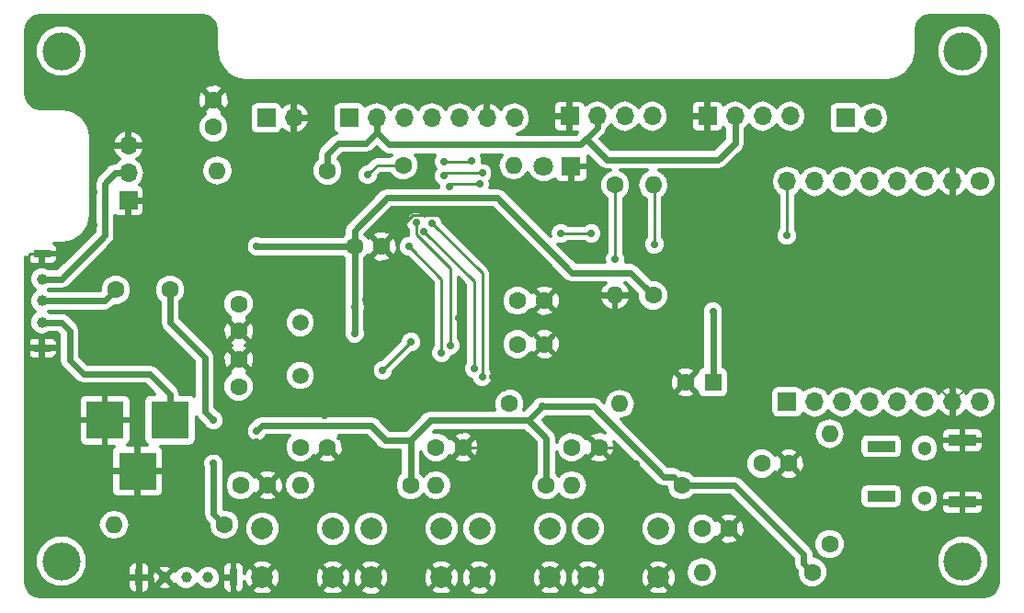
<source format=gbl>
G04 #@! TF.FileFunction,Copper,L2,Bot,Signal*
%FSLAX46Y46*%
G04 Gerber Fmt 4.6, Leading zero omitted, Abs format (unit mm)*
G04 Created by KiCad (PCBNEW 4.0.1-stable) date 2018/09/01 18:49:11*
%MOMM*%
G01*
G04 APERTURE LIST*
%ADD10C,0.100000*%
%ADD11C,3.500000*%
%ADD12C,1.600000*%
%ADD13R,3.500000X3.500000*%
%ADD14R,1.800000X1.800000*%
%ADD15C,1.800000*%
%ADD16R,2.600000X1.000000*%
%ADD17C,1.300000*%
%ADD18R,1.700000X1.700000*%
%ADD19O,1.700000X1.700000*%
%ADD20O,1.600000X1.600000*%
%ADD21C,1.000000*%
%ADD22R,1.600000X0.700000*%
%ADD23R,0.700000X1.600000*%
%ADD24C,1.500000*%
%ADD25C,1.700000*%
%ADD26R,1.600000X1.600000*%
%ADD27C,2.000000*%
%ADD28C,0.700000*%
%ADD29C,0.250000*%
%ADD30C,0.200000*%
%ADD31C,0.600000*%
%ADD32C,0.300000*%
G04 APERTURE END LIST*
D10*
D11*
X138000000Y-112000000D03*
X138000000Y-65000000D03*
X55000000Y-112000000D03*
D12*
X82000000Y-83000000D03*
X84500000Y-83000000D03*
X97000000Y-92000000D03*
X99500000Y-92000000D03*
X97000000Y-88000000D03*
X99500000Y-88000000D03*
X71320000Y-95925000D03*
X71320000Y-93425000D03*
X71320000Y-88305000D03*
X71320000Y-90805000D03*
X119500000Y-103000000D03*
X122000000Y-103000000D03*
X77000000Y-101500000D03*
X79500000Y-101500000D03*
X89500000Y-101500000D03*
X92000000Y-101500000D03*
X69000000Y-72000000D03*
X69000000Y-69500000D03*
X102000000Y-101500000D03*
X104500000Y-101500000D03*
X71500000Y-105000000D03*
X74000000Y-105000000D03*
X114000000Y-109000000D03*
X116500000Y-109000000D03*
D13*
X65000000Y-99000000D03*
X59000000Y-99000000D03*
X62000000Y-103700000D03*
D14*
X101940000Y-75600000D03*
D15*
X99400000Y-75600000D03*
D12*
X60000000Y-87000000D03*
X65000000Y-87000000D03*
D16*
X138000000Y-106550000D03*
X138000000Y-100850000D03*
X130500000Y-106000000D03*
X130500000Y-101400000D03*
D17*
X134500000Y-106200000D03*
X134500000Y-101600000D03*
D18*
X61160000Y-78780000D03*
D19*
X61160000Y-76240000D03*
X61160000Y-73700000D03*
D18*
X127200000Y-71160000D03*
D19*
X129740000Y-71160000D03*
D18*
X73860000Y-71160000D03*
D19*
X76400000Y-71160000D03*
D12*
X86500000Y-75500000D03*
D20*
X96660000Y-75500000D03*
D12*
X106000000Y-77340000D03*
D20*
X106000000Y-87500000D03*
D12*
X109500000Y-87500000D03*
D20*
X109500000Y-77340000D03*
D12*
X87160000Y-105000000D03*
D20*
X77000000Y-105000000D03*
D12*
X99660000Y-105000000D03*
D20*
X89500000Y-105000000D03*
D12*
X79500000Y-76000000D03*
D20*
X69340000Y-76000000D03*
D12*
X112160000Y-105000000D03*
D20*
X102000000Y-105000000D03*
D12*
X70000000Y-108625000D03*
D20*
X59840000Y-108625000D03*
D12*
X124160000Y-113000000D03*
D20*
X114000000Y-113000000D03*
D21*
X53200000Y-86000000D03*
X53200000Y-88000000D03*
X53200000Y-90000000D03*
D22*
X53200000Y-83650000D03*
X53200000Y-92350000D03*
D21*
X64500000Y-113500000D03*
X66500000Y-113500000D03*
X68500000Y-113500000D03*
D23*
X62150000Y-113500000D03*
X70850000Y-113500000D03*
D24*
X77000000Y-94880000D03*
X77000000Y-90000000D03*
D19*
X121840000Y-77000000D03*
X124380000Y-77000000D03*
X126920000Y-77000000D03*
X129460000Y-77000000D03*
X132000000Y-77000000D03*
X134540000Y-77000000D03*
X137080000Y-77000000D03*
D25*
X139620000Y-77000000D03*
D18*
X121840000Y-97320000D03*
D19*
X124380000Y-97320000D03*
X126920000Y-97320000D03*
X129460000Y-97320000D03*
X132000000Y-97320000D03*
X134540000Y-97320000D03*
X137080000Y-97320000D03*
X139620000Y-97320000D03*
D18*
X114500000Y-71000000D03*
D19*
X117040000Y-71000000D03*
X119580000Y-71000000D03*
X122120000Y-71000000D03*
D18*
X101800000Y-71000000D03*
D19*
X104340000Y-71000000D03*
X106880000Y-71000000D03*
X109420000Y-71000000D03*
D18*
X81480000Y-71160000D03*
D19*
X84020000Y-71160000D03*
X86560000Y-71160000D03*
X89100000Y-71160000D03*
X91640000Y-71160000D03*
X94180000Y-71160000D03*
X96720000Y-71160000D03*
D11*
X55000000Y-65000000D03*
D26*
X115000000Y-95500000D03*
D12*
X112500000Y-95500000D03*
D27*
X73500000Y-113500000D03*
X73500000Y-109000000D03*
X80000000Y-113500000D03*
X80000000Y-109000000D03*
X83500000Y-113500000D03*
X83500000Y-109000000D03*
X90000000Y-113500000D03*
X90000000Y-109000000D03*
X93500000Y-113500000D03*
X93500000Y-109000000D03*
X100000000Y-113500000D03*
X100000000Y-109000000D03*
X103500000Y-113500000D03*
X103500000Y-109000000D03*
X110000000Y-113500000D03*
X110000000Y-109000000D03*
D12*
X96250000Y-97500000D03*
D20*
X106410000Y-97500000D03*
D12*
X125750000Y-110410000D03*
D20*
X125750000Y-100250000D03*
D28*
X107953235Y-103046765D03*
X95500000Y-102750000D03*
X96750000Y-102750000D03*
X96750000Y-101500000D03*
X95500000Y-101500000D03*
X101750000Y-93000000D03*
X102750000Y-93000000D03*
X102750000Y-92000000D03*
X101750000Y-92000000D03*
X134000000Y-115000000D03*
X131000000Y-115000000D03*
X128000000Y-115000000D03*
X125000000Y-115000000D03*
X122000000Y-115000000D03*
X119000000Y-115000000D03*
X116000000Y-115000000D03*
X113000000Y-115000000D03*
X107000000Y-115000000D03*
X102000000Y-115000000D03*
X96000000Y-115000000D03*
X92000000Y-115000000D03*
X86000000Y-115000000D03*
X82000000Y-115000000D03*
X78000000Y-115000000D03*
X75000000Y-115000000D03*
X71000000Y-115000000D03*
X68000000Y-115000000D03*
X65000000Y-115000000D03*
X62000000Y-115000000D03*
X59000000Y-115000000D03*
X56000000Y-115000000D03*
X53000000Y-115000000D03*
X52000000Y-112000000D03*
X52000000Y-109000000D03*
X52000000Y-106000000D03*
X52000000Y-103000000D03*
X52000000Y-100000000D03*
X52000000Y-97000000D03*
X52000000Y-94000000D03*
X52000000Y-91000000D03*
X52000000Y-87000000D03*
X56000000Y-83000000D03*
X58000000Y-81000000D03*
X58000000Y-78000000D03*
X58000000Y-75000000D03*
X58000000Y-72000000D03*
X54000000Y-70000000D03*
X52000000Y-68000000D03*
X52000000Y-65000000D03*
X53000000Y-62000000D03*
X56000000Y-62000000D03*
X59000000Y-62000000D03*
X63000000Y-62000000D03*
X67000000Y-62000000D03*
X69000000Y-64000000D03*
X70000000Y-67000000D03*
X72000000Y-68000000D03*
X75000000Y-68000000D03*
X78000000Y-68000000D03*
X81000000Y-68000000D03*
X84000000Y-68000000D03*
X87000000Y-68000000D03*
X90000000Y-68000000D03*
X93000000Y-68000000D03*
X96000000Y-68000000D03*
X99000000Y-68000000D03*
X102000000Y-68000000D03*
X105000000Y-68000000D03*
X108000000Y-68000000D03*
X111000000Y-68000000D03*
X114000000Y-68000000D03*
X117000000Y-68000000D03*
X120000000Y-68000000D03*
X123000000Y-68000000D03*
X126000000Y-68000000D03*
X129000000Y-68000000D03*
X132000000Y-68000000D03*
X134000000Y-65000000D03*
X135000000Y-62000000D03*
X138000000Y-62000000D03*
X141000000Y-63000000D03*
X141000000Y-66000000D03*
X138000000Y-115000000D03*
X141000000Y-114000000D03*
X141000000Y-111000000D03*
X141000000Y-108000000D03*
X141000000Y-105000000D03*
X107000000Y-103000000D03*
X107000000Y-104000000D03*
X108000000Y-104000000D03*
X73000000Y-101000000D03*
X72000000Y-101000000D03*
X71000000Y-101000000D03*
X71000000Y-102000000D03*
X72000000Y-102000000D03*
X73000000Y-102000000D03*
X141000000Y-102000000D03*
X141000000Y-99000000D03*
X141000000Y-96000026D03*
X141000000Y-93000000D03*
X141000000Y-90000000D03*
X141000000Y-87000000D03*
X141000000Y-84000000D03*
X141000000Y-81000000D03*
X141000000Y-78000000D03*
X141000000Y-75000000D03*
X141000000Y-72000000D03*
X141000000Y-69000000D03*
X92500000Y-80750000D03*
X92500000Y-79750000D03*
X93500000Y-79750000D03*
X94500000Y-79750000D03*
X94500000Y-80750000D03*
X93500000Y-80750000D03*
X83250000Y-78250000D03*
X119750000Y-85500000D03*
X119750000Y-84500000D03*
X119750000Y-83500000D03*
X118750000Y-83500000D03*
X118750000Y-84500000D03*
X118750000Y-85500000D03*
X119000000Y-95250000D03*
X118000000Y-95250000D03*
X118000000Y-94250000D03*
X119000000Y-94250000D03*
X119000000Y-93250000D03*
X118000000Y-93250000D03*
X77250000Y-77250000D03*
X77250000Y-78250000D03*
X77250000Y-79250000D03*
X76250000Y-79250000D03*
X76250000Y-78250000D03*
X76250000Y-77250000D03*
X81250000Y-95000000D03*
X81250000Y-96000000D03*
X81250000Y-97000000D03*
X82250000Y-97000000D03*
X82250000Y-96000000D03*
X82250000Y-95000000D03*
X94750000Y-95000006D03*
X94749974Y-96000000D03*
X95750000Y-96000000D03*
X95750000Y-95000000D03*
X68500000Y-85750000D03*
X68500000Y-86750000D03*
X68500000Y-87750000D03*
X67500000Y-87750000D03*
X67500000Y-86750000D03*
X67500000Y-85750000D03*
X59000000Y-91500000D03*
X60000000Y-91500000D03*
X61000000Y-91500000D03*
X61000000Y-92500000D03*
X60000000Y-92500000D03*
X59000000Y-92500000D03*
X64250000Y-79750000D03*
X65250000Y-79750000D03*
X66250000Y-79750000D03*
X66250000Y-78750000D03*
X65250000Y-78750000D03*
X64250000Y-78750000D03*
X110250000Y-96500000D03*
X109250000Y-96500000D03*
X108250000Y-96500000D03*
X108250000Y-95500000D03*
X109250000Y-95500000D03*
X110250000Y-95500000D03*
X137000000Y-93000000D03*
X137080000Y-92000000D03*
X137080000Y-94000000D03*
X70750000Y-74000000D03*
X83000000Y-87875020D03*
X116800000Y-86400000D03*
X88400000Y-92600000D03*
X86395005Y-90397503D03*
X86400000Y-88800000D03*
X86400000Y-87200000D03*
X91600000Y-89600000D03*
X95200000Y-88800000D03*
X133200000Y-81800000D03*
X137200000Y-79000000D03*
X135000000Y-80000000D03*
X125200000Y-71200000D03*
X117600000Y-80000000D03*
X133400000Y-95000000D03*
X118865710Y-78934310D03*
X120477133Y-78250567D03*
X130800000Y-73200000D03*
X128600000Y-73200000D03*
X69000000Y-92200000D03*
X79200000Y-98549990D03*
X79000000Y-85800000D03*
X71000000Y-85800000D03*
X70800000Y-98600000D03*
X80800000Y-94000000D03*
X80800000Y-90000000D03*
X99249994Y-97750000D03*
X73000000Y-83000000D03*
X69000000Y-99000012D03*
X69000000Y-103000000D03*
X73000000Y-100000000D03*
X82000000Y-91000000D03*
X82000000Y-88600000D03*
X121800000Y-82000000D03*
X106000000Y-84200000D03*
X109600000Y-82800000D03*
X87200000Y-91800018D03*
X84600000Y-94400000D03*
X93750000Y-95000000D03*
X89159093Y-80886285D03*
X92800000Y-75080000D03*
X90200000Y-75200000D03*
X93000000Y-94250000D03*
X88400000Y-81600000D03*
X87000000Y-83000000D03*
X90000000Y-92800000D03*
X87675020Y-80800000D03*
X90799996Y-92124980D03*
X103800000Y-81800000D03*
X101000000Y-81800000D03*
X93500000Y-77250000D03*
X90750000Y-77500000D03*
X93750000Y-76250000D03*
X90250000Y-76500000D03*
X83200000Y-76400004D03*
X115000000Y-89000000D03*
D29*
X107603236Y-102696766D02*
X107953235Y-103046765D01*
X106406470Y-101500000D02*
X107603236Y-102696766D01*
X104500000Y-101500000D02*
X106406470Y-101500000D01*
X96750000Y-101500000D02*
X96750000Y-102750000D01*
X92000000Y-101500000D02*
X95500000Y-101500000D01*
X102750000Y-93000000D02*
X101750000Y-93000000D01*
X101750000Y-92000000D02*
X102750000Y-92000000D01*
X128000000Y-115000000D02*
X131000000Y-115000000D01*
X122000000Y-115000000D02*
X125000000Y-115000000D01*
X116000000Y-115000000D02*
X119000000Y-115000000D01*
X107000000Y-115000000D02*
X113000000Y-115000000D01*
X96000000Y-115000000D02*
X102000000Y-115000000D01*
X86000000Y-115000000D02*
X92000000Y-115000000D01*
X78000000Y-115000000D02*
X82000000Y-115000000D01*
X71000000Y-115000000D02*
X75000000Y-115000000D01*
X65000000Y-115000000D02*
X68000000Y-115000000D01*
X59000000Y-115000000D02*
X62000000Y-115000000D01*
X53000000Y-115000000D02*
X56000000Y-115000000D01*
X52000000Y-109000000D02*
X52000000Y-112000000D01*
X52000000Y-103000000D02*
X52000000Y-106000000D01*
X52000000Y-97000000D02*
X52000000Y-100000000D01*
X52000000Y-91000000D02*
X52000000Y-94000000D01*
X52000000Y-83800000D02*
X52000000Y-87000000D01*
X53200000Y-83650000D02*
X52150000Y-83650000D01*
X52150000Y-83650000D02*
X52000000Y-83800000D01*
X56000000Y-83000000D02*
X55350000Y-83650000D01*
X55350000Y-83650000D02*
X53200000Y-83650000D01*
X58000000Y-78000000D02*
X58000000Y-81000000D01*
X58000000Y-72000000D02*
X58000000Y-75000000D01*
X52000000Y-69000000D02*
X53000000Y-70000000D01*
X53000000Y-70000000D02*
X54000000Y-70000000D01*
X52000000Y-68000000D02*
X52000000Y-69000000D01*
X52000000Y-63000000D02*
X52000000Y-65000000D01*
X53000000Y-62000000D02*
X52000000Y-63000000D01*
X56000000Y-62000000D02*
X53000000Y-62000000D01*
X63000000Y-62000000D02*
X59000000Y-62000000D01*
X68000000Y-62000000D02*
X67000000Y-62000000D01*
X69000000Y-63000000D02*
X68000000Y-62000000D01*
X69000000Y-64000000D02*
X69000000Y-63000000D01*
X71000000Y-68000000D02*
X70000000Y-67000000D01*
X72000000Y-68000000D02*
X71000000Y-68000000D01*
X78000000Y-68000000D02*
X75000000Y-68000000D01*
X84000000Y-68000000D02*
X81000000Y-68000000D01*
X90000000Y-68000000D02*
X87000000Y-68000000D01*
X96000000Y-68000000D02*
X93000000Y-68000000D01*
X102000000Y-68000000D02*
X99000000Y-68000000D01*
X108000000Y-68000000D02*
X105000000Y-68000000D01*
X114000000Y-68000000D02*
X111000000Y-68000000D01*
X120000000Y-68000000D02*
X117000000Y-68000000D01*
X126000000Y-68000000D02*
X123000000Y-68000000D01*
X132000000Y-68000000D02*
X129000000Y-68000000D01*
X134000000Y-63000000D02*
X134000000Y-65000000D01*
X135000000Y-62000000D02*
X134000000Y-63000000D01*
X140000000Y-62000000D02*
X138000000Y-62000000D01*
X141000000Y-63000000D02*
X140000000Y-62000000D01*
X141000000Y-69000000D02*
X141000000Y-66000000D01*
X141000000Y-111000000D02*
X141000000Y-114000000D01*
X141000000Y-105000000D02*
X141000000Y-108000000D01*
X108000000Y-104000000D02*
X107000000Y-104000000D01*
X71000000Y-101000000D02*
X72000000Y-101000000D01*
X72000000Y-102000000D02*
X71000000Y-102000000D01*
X78000000Y-103000000D02*
X74000000Y-103000000D01*
X74000000Y-103000000D02*
X73000000Y-102000000D01*
X79500000Y-101500000D02*
X78000000Y-103000000D01*
X141000000Y-96000026D02*
X141000000Y-99000000D01*
D30*
X140505026Y-96000026D02*
X141000000Y-96000026D01*
X138399974Y-96000026D02*
X140505026Y-96000026D01*
X137080000Y-97320000D02*
X138399974Y-96000026D01*
D29*
X141000000Y-90000000D02*
X141000000Y-93000000D01*
X141000000Y-87000000D02*
X141000000Y-90000000D01*
X141000000Y-84000000D02*
X141000000Y-87000000D01*
X141000000Y-81000000D02*
X141000000Y-84000000D01*
X141000000Y-75000000D02*
X141000000Y-78000000D01*
X141000000Y-69000000D02*
X141000000Y-72000000D01*
X92150001Y-80400001D02*
X92500000Y-80750000D01*
X91874998Y-80124998D02*
X92150001Y-80400001D01*
X87375002Y-80124998D02*
X91874998Y-80124998D01*
X84500000Y-83000000D02*
X87375002Y-80124998D01*
X93500000Y-80750000D02*
X92500000Y-80750000D01*
X93500000Y-79750000D02*
X92500000Y-79750000D01*
X94500000Y-80750000D02*
X94500000Y-79750000D01*
X119750000Y-84500000D02*
X119750000Y-85500000D01*
X118750000Y-83500000D02*
X119750000Y-83500000D01*
X118750000Y-85500000D02*
X118750000Y-84500000D01*
X118000000Y-95250000D02*
X119000000Y-95250000D01*
X119000000Y-94250000D02*
X118000000Y-94250000D01*
X118000000Y-93250000D02*
X119000000Y-93250000D01*
X77250000Y-79250000D02*
X77250000Y-78250000D01*
X76250000Y-78250000D02*
X76250000Y-79250000D01*
X76400000Y-71160000D02*
X76400000Y-77100000D01*
X76400000Y-77100000D02*
X76250000Y-77250000D01*
X81250000Y-97000000D02*
X81250000Y-96000000D01*
X82250000Y-96000000D02*
X82250000Y-97000000D01*
X80800000Y-94000000D02*
X81250000Y-94000000D01*
X81250000Y-94000000D02*
X82250000Y-95000000D01*
X94750000Y-96000026D02*
X94749974Y-96000000D01*
X99500000Y-92000000D02*
X96500000Y-95000000D01*
X96500000Y-95000000D02*
X95750000Y-95000000D01*
X68500000Y-86750000D02*
X68500000Y-85750000D01*
X67500000Y-87750000D02*
X68500000Y-87750000D01*
X67500000Y-85750000D02*
X67500000Y-86750000D01*
X60000000Y-91500000D02*
X59000000Y-91500000D01*
X61000000Y-92500000D02*
X61000000Y-91500000D01*
X59000000Y-92500000D02*
X60000000Y-92500000D01*
X65250000Y-79750000D02*
X64250000Y-79750000D01*
X66250000Y-78750000D02*
X66250000Y-79750000D01*
X64250000Y-78750000D02*
X65250000Y-78750000D01*
X109250000Y-96500000D02*
X110250000Y-96500000D01*
X108250000Y-95500000D02*
X108250000Y-96500000D01*
X110250000Y-95500000D02*
X109250000Y-95500000D01*
X137080000Y-93080000D02*
X137000000Y-93000000D01*
X137080000Y-94000000D02*
X137080000Y-93080000D01*
X137080000Y-97320000D02*
X137080000Y-94000000D01*
D30*
X125200000Y-71200000D02*
X125200000Y-71694974D01*
X125200000Y-71694974D02*
X126705026Y-73200000D01*
X126705026Y-73200000D02*
X128105026Y-73200000D01*
X128105026Y-73200000D02*
X128600000Y-73200000D01*
X137080000Y-97320000D02*
X134760000Y-95000000D01*
X134760000Y-95000000D02*
X133400000Y-95000000D01*
X128600000Y-73200000D02*
X130800000Y-73200000D01*
D31*
X99744968Y-97750000D02*
X99249994Y-97750000D01*
X111360001Y-104200001D02*
X110450001Y-104200001D01*
X104000000Y-97750000D02*
X99744968Y-97750000D01*
X112160000Y-105000000D02*
X111360001Y-104200001D01*
X98000000Y-99000000D02*
X98000000Y-98999994D01*
X98899995Y-98099999D02*
X99249994Y-97750000D01*
X110450001Y-104200001D02*
X104000000Y-97750000D01*
X98000000Y-98999994D02*
X98899995Y-98099999D01*
X73000000Y-83000000D02*
X78000000Y-83000000D01*
X69000000Y-99000000D02*
X68200000Y-98200000D01*
X68200000Y-98200000D02*
X68200000Y-93200000D01*
X68200000Y-93200000D02*
X65000000Y-90000000D01*
X65000000Y-90000000D02*
X65000000Y-87000000D01*
X70000000Y-108625000D02*
X69000000Y-107625000D01*
X69000000Y-107625000D02*
X69000000Y-103000000D01*
X83500000Y-99500000D02*
X73500000Y-99500000D01*
X73500000Y-99500000D02*
X73000000Y-100000000D01*
X82000000Y-83000000D02*
X82000000Y-81500000D01*
X82000000Y-81500000D02*
X85000000Y-78500000D01*
X85000000Y-78500000D02*
X95100000Y-78500000D01*
X95100000Y-78500000D02*
X102000000Y-85400000D01*
X102000000Y-85400000D02*
X107400000Y-85400000D01*
X107400000Y-85400000D02*
X108700001Y-86700001D01*
X108700001Y-86700001D02*
X109500000Y-87500000D01*
X78000000Y-83000000D02*
X82000000Y-83000000D01*
X80500000Y-73500000D02*
X79500000Y-74500000D01*
X79500000Y-74500000D02*
X79500000Y-76000000D01*
X83000000Y-73500000D02*
X80500000Y-73500000D01*
X84020000Y-72480000D02*
X83000000Y-73500000D01*
X87160000Y-100840000D02*
X84840000Y-100840000D01*
X84840000Y-100840000D02*
X83500000Y-99500000D01*
X84020000Y-72480000D02*
X85140000Y-73600000D01*
X85140000Y-73600000D02*
X102800000Y-73600000D01*
X102800000Y-73600000D02*
X103400000Y-73000000D01*
X104340000Y-71000000D02*
X104340000Y-72060000D01*
X104340000Y-72060000D02*
X103400000Y-73000000D01*
X103400000Y-73000000D02*
X103400000Y-73200000D01*
X103400000Y-73200000D02*
X105200000Y-75000000D01*
X105200000Y-75000000D02*
X115500000Y-75000000D01*
X115500000Y-75000000D02*
X117040000Y-73460000D01*
X117040000Y-73460000D02*
X117040000Y-71000000D01*
X82000000Y-89600000D02*
X82000000Y-91000000D01*
X82000000Y-88600000D02*
X82000000Y-91000000D01*
X82000000Y-83000000D02*
X82000000Y-88600000D01*
X84020000Y-72480000D02*
X84020000Y-71160000D01*
X98000000Y-99000000D02*
X99660000Y-100660000D01*
X99660000Y-100660000D02*
X99660000Y-105000000D01*
X98000000Y-99000000D02*
X89000000Y-99000000D01*
X87160000Y-100840000D02*
X87160000Y-105000000D01*
X89000000Y-99000000D02*
X87160000Y-100840000D01*
X124160000Y-113000000D02*
X123360001Y-112200001D01*
X117000000Y-105000000D02*
X112160000Y-105000000D01*
X123360001Y-112200001D02*
X123360001Y-111360001D01*
X123360001Y-111360001D02*
X117000000Y-105000000D01*
D29*
X121840000Y-77000000D02*
X121840000Y-81960000D01*
X121840000Y-81960000D02*
X121800000Y-82000000D01*
X106000000Y-84200000D02*
X106000000Y-77340000D01*
X109600000Y-82800000D02*
X109600000Y-77440000D01*
X109600000Y-77440000D02*
X109500000Y-77340000D01*
X84600000Y-94400000D02*
X87199982Y-91800018D01*
X87199982Y-91800018D02*
X87200000Y-91800018D01*
X93750000Y-94505026D02*
X93750000Y-95000000D01*
X89159093Y-80886285D02*
X93750000Y-85477192D01*
X93750000Y-85477192D02*
X93750000Y-94505026D01*
X90200000Y-75200000D02*
X92680000Y-75200000D01*
X92680000Y-75200000D02*
X92800000Y-75080000D01*
X93000000Y-93755026D02*
X93000000Y-94250000D01*
X88400000Y-81600000D02*
X93000000Y-86200000D01*
X93000000Y-86200000D02*
X93000000Y-93755026D01*
X87349999Y-83349999D02*
X87000000Y-83000000D01*
X90000000Y-92800000D02*
X90000000Y-86000000D01*
X90000000Y-86000000D02*
X87349999Y-83349999D01*
X90799996Y-84999996D02*
X87675020Y-81875020D01*
X90799996Y-92124980D02*
X90799996Y-84999996D01*
X87675020Y-81875020D02*
X87675020Y-81294974D01*
X87675020Y-81294974D02*
X87675020Y-80800000D01*
X101000000Y-81800000D02*
X103800000Y-81800000D01*
X90750000Y-77500000D02*
X91000000Y-77250000D01*
X91000000Y-77250000D02*
X93500000Y-77250000D01*
X90250000Y-76500000D02*
X90500000Y-76250000D01*
X90500000Y-76250000D02*
X93750000Y-76250000D01*
X83549999Y-76050005D02*
X83200000Y-76400004D01*
X84100004Y-75500000D02*
X83549999Y-76050005D01*
X86500000Y-75500000D02*
X84100004Y-75500000D01*
D31*
X115000000Y-89000000D02*
X115000000Y-95500000D01*
X65000000Y-99000000D02*
X65000000Y-96650000D01*
X55750000Y-90750000D02*
X55000000Y-90000000D01*
X65000000Y-96650000D02*
X63100000Y-94750000D01*
X55000000Y-90000000D02*
X53200000Y-90000000D01*
X63100000Y-94750000D02*
X57000000Y-94750000D01*
X57000000Y-94750000D02*
X55750000Y-93500000D01*
X55750000Y-93500000D02*
X55750000Y-90750000D01*
X53200000Y-88000000D02*
X59000000Y-88000000D01*
X59000000Y-88000000D02*
X60000000Y-87000000D01*
X61160000Y-76240000D02*
X59957919Y-76240000D01*
X59957919Y-76240000D02*
X59000000Y-77197919D01*
X59000000Y-77197919D02*
X59000000Y-82000000D01*
X55000000Y-86000000D02*
X53200000Y-86000000D01*
X59000000Y-82000000D02*
X55000000Y-86000000D01*
D32*
G36*
X68479365Y-61842712D02*
X68885749Y-62114249D01*
X69157288Y-62520635D01*
X69267000Y-63072196D01*
X69267000Y-65000000D01*
X69281084Y-65070805D01*
X69281084Y-65143001D01*
X69433325Y-65908368D01*
X69542773Y-66172600D01*
X69976318Y-66821446D01*
X69976319Y-66821448D01*
X70178553Y-67023682D01*
X70827400Y-67457226D01*
X71091632Y-67566675D01*
X71856998Y-67718916D01*
X71929195Y-67718916D01*
X72000000Y-67733000D01*
X131000000Y-67733000D01*
X131070805Y-67718916D01*
X131143001Y-67718916D01*
X131908368Y-67566675D01*
X132172600Y-67457227D01*
X132821446Y-67023682D01*
X132821448Y-67023681D01*
X133023682Y-66821447D01*
X133457226Y-66172600D01*
X133566675Y-65908368D01*
X133652503Y-65476880D01*
X135591582Y-65476880D01*
X135957406Y-66362241D01*
X136634196Y-67040213D01*
X137518918Y-67407582D01*
X138476880Y-67408418D01*
X139362241Y-67042594D01*
X140040213Y-66365804D01*
X140407582Y-65481082D01*
X140408418Y-64523120D01*
X140042594Y-63637759D01*
X139365804Y-62959787D01*
X138481082Y-62592418D01*
X137523120Y-62591582D01*
X136637759Y-62957406D01*
X135959787Y-63634196D01*
X135592418Y-64518918D01*
X135591582Y-65476880D01*
X133652503Y-65476880D01*
X133718916Y-65143002D01*
X133718916Y-65070805D01*
X133733000Y-65000000D01*
X133733000Y-63072196D01*
X133842712Y-62520635D01*
X134114249Y-62114251D01*
X134520635Y-61842712D01*
X135072196Y-61733000D01*
X139927804Y-61733000D01*
X140479365Y-61842712D01*
X140885749Y-62114249D01*
X141157288Y-62520635D01*
X141267000Y-63072196D01*
X141267000Y-113927804D01*
X141157288Y-114479365D01*
X140885749Y-114885751D01*
X140479365Y-115157288D01*
X139927804Y-115267000D01*
X53072196Y-115267000D01*
X52520635Y-115157288D01*
X52114249Y-114885749D01*
X51842712Y-114479365D01*
X51733000Y-113927804D01*
X51733000Y-112476880D01*
X52591582Y-112476880D01*
X52957406Y-113362241D01*
X53634196Y-114040213D01*
X54518918Y-114407582D01*
X55476880Y-114408418D01*
X56362241Y-114042594D01*
X56636813Y-113768500D01*
X61142000Y-113768500D01*
X61142000Y-114430885D01*
X61242175Y-114672727D01*
X61427273Y-114857826D01*
X61669116Y-114958000D01*
X61881500Y-114958000D01*
X62046000Y-114793500D01*
X62046000Y-113604000D01*
X62254000Y-113604000D01*
X62254000Y-114793500D01*
X62418500Y-114958000D01*
X62630884Y-114958000D01*
X62872727Y-114857826D01*
X63057825Y-114672727D01*
X63158000Y-114430885D01*
X63158000Y-114288319D01*
X63858760Y-114288319D01*
X63892845Y-114512613D01*
X64326572Y-114667880D01*
X64786702Y-114645349D01*
X65107155Y-114512613D01*
X65141240Y-114288319D01*
X64500000Y-113647078D01*
X63858760Y-114288319D01*
X63158000Y-114288319D01*
X63158000Y-113768500D01*
X62993500Y-113604000D01*
X62254000Y-113604000D01*
X62046000Y-113604000D01*
X61306500Y-113604000D01*
X61142000Y-113768500D01*
X56636813Y-113768500D01*
X57040213Y-113365804D01*
X57371027Y-112569115D01*
X61142000Y-112569115D01*
X61142000Y-113231500D01*
X61306500Y-113396000D01*
X62046000Y-113396000D01*
X62046000Y-112206500D01*
X62254000Y-112206500D01*
X62254000Y-113396000D01*
X62993500Y-113396000D01*
X63062928Y-113326572D01*
X63332120Y-113326572D01*
X63354651Y-113786702D01*
X63487387Y-114107155D01*
X63711681Y-114141240D01*
X64352922Y-113500000D01*
X64647078Y-113500000D01*
X65288319Y-114141240D01*
X65498782Y-114109257D01*
X65517723Y-114155098D01*
X65843189Y-114481133D01*
X66268649Y-114657799D01*
X66729330Y-114658201D01*
X67155098Y-114482277D01*
X67481133Y-114156811D01*
X67499828Y-114111789D01*
X67517723Y-114155098D01*
X67843189Y-114481133D01*
X68268649Y-114657799D01*
X68729330Y-114658201D01*
X69155098Y-114482277D01*
X69481133Y-114156811D01*
X69642373Y-113768500D01*
X69842000Y-113768500D01*
X69842000Y-114430885D01*
X69942175Y-114672727D01*
X70127273Y-114857826D01*
X70369116Y-114958000D01*
X70581500Y-114958000D01*
X70746000Y-114793500D01*
X70746000Y-113604000D01*
X70006500Y-113604000D01*
X69842000Y-113768500D01*
X69642373Y-113768500D01*
X69657799Y-113731351D01*
X69658201Y-113270670D01*
X69482277Y-112844902D01*
X69206972Y-112569115D01*
X69842000Y-112569115D01*
X69842000Y-113231500D01*
X70006500Y-113396000D01*
X70746000Y-113396000D01*
X70746000Y-112206500D01*
X70954000Y-112206500D01*
X70954000Y-113396000D01*
X70974000Y-113396000D01*
X70974000Y-113604000D01*
X70954000Y-113604000D01*
X70954000Y-114793500D01*
X71118500Y-114958000D01*
X71330884Y-114958000D01*
X71572727Y-114857826D01*
X71757825Y-114672727D01*
X71767212Y-114650063D01*
X72497016Y-114650063D01*
X72592379Y-114926168D01*
X73207239Y-115164939D01*
X73866668Y-115150238D01*
X74407621Y-114926168D01*
X74502984Y-114650063D01*
X78997016Y-114650063D01*
X79092379Y-114926168D01*
X79707239Y-115164939D01*
X80366668Y-115150238D01*
X80907621Y-114926168D01*
X81002984Y-114650063D01*
X82497016Y-114650063D01*
X82592379Y-114926168D01*
X83207239Y-115164939D01*
X83866668Y-115150238D01*
X84407621Y-114926168D01*
X84502984Y-114650063D01*
X88997016Y-114650063D01*
X89092379Y-114926168D01*
X89707239Y-115164939D01*
X90366668Y-115150238D01*
X90907621Y-114926168D01*
X91002984Y-114650063D01*
X92497016Y-114650063D01*
X92592379Y-114926168D01*
X93207239Y-115164939D01*
X93866668Y-115150238D01*
X94407621Y-114926168D01*
X94502984Y-114650063D01*
X98997016Y-114650063D01*
X99092379Y-114926168D01*
X99707239Y-115164939D01*
X100366668Y-115150238D01*
X100907621Y-114926168D01*
X101002984Y-114650063D01*
X102497016Y-114650063D01*
X102592379Y-114926168D01*
X103207239Y-115164939D01*
X103866668Y-115150238D01*
X104407621Y-114926168D01*
X104502984Y-114650063D01*
X108997016Y-114650063D01*
X109092379Y-114926168D01*
X109707239Y-115164939D01*
X110366668Y-115150238D01*
X110907621Y-114926168D01*
X111002984Y-114650063D01*
X110000000Y-113647078D01*
X108997016Y-114650063D01*
X104502984Y-114650063D01*
X103500000Y-113647078D01*
X102497016Y-114650063D01*
X101002984Y-114650063D01*
X100000000Y-113647078D01*
X98997016Y-114650063D01*
X94502984Y-114650063D01*
X93500000Y-113647078D01*
X92497016Y-114650063D01*
X91002984Y-114650063D01*
X90000000Y-113647078D01*
X88997016Y-114650063D01*
X84502984Y-114650063D01*
X83500000Y-113647078D01*
X82497016Y-114650063D01*
X81002984Y-114650063D01*
X80000000Y-113647078D01*
X78997016Y-114650063D01*
X74502984Y-114650063D01*
X73500000Y-113647078D01*
X72497016Y-114650063D01*
X71767212Y-114650063D01*
X71858000Y-114430885D01*
X71858000Y-113886556D01*
X72073832Y-114407621D01*
X72349937Y-114502984D01*
X73352922Y-113500000D01*
X73647078Y-113500000D01*
X74650063Y-114502984D01*
X74926168Y-114407621D01*
X75164939Y-113792761D01*
X75151886Y-113207239D01*
X78335061Y-113207239D01*
X78349762Y-113866668D01*
X78573832Y-114407621D01*
X78849937Y-114502984D01*
X79852922Y-113500000D01*
X80147078Y-113500000D01*
X81150063Y-114502984D01*
X81426168Y-114407621D01*
X81664939Y-113792761D01*
X81651886Y-113207239D01*
X81835061Y-113207239D01*
X81849762Y-113866668D01*
X82073832Y-114407621D01*
X82349937Y-114502984D01*
X83352922Y-113500000D01*
X83647078Y-113500000D01*
X84650063Y-114502984D01*
X84926168Y-114407621D01*
X85164939Y-113792761D01*
X85151886Y-113207239D01*
X88335061Y-113207239D01*
X88349762Y-113866668D01*
X88573832Y-114407621D01*
X88849937Y-114502984D01*
X89852922Y-113500000D01*
X90147078Y-113500000D01*
X91150063Y-114502984D01*
X91426168Y-114407621D01*
X91664939Y-113792761D01*
X91651886Y-113207239D01*
X91835061Y-113207239D01*
X91849762Y-113866668D01*
X92073832Y-114407621D01*
X92349937Y-114502984D01*
X93352922Y-113500000D01*
X93647078Y-113500000D01*
X94650063Y-114502984D01*
X94926168Y-114407621D01*
X95164939Y-113792761D01*
X95151886Y-113207239D01*
X98335061Y-113207239D01*
X98349762Y-113866668D01*
X98573832Y-114407621D01*
X98849937Y-114502984D01*
X99852922Y-113500000D01*
X100147078Y-113500000D01*
X101150063Y-114502984D01*
X101426168Y-114407621D01*
X101664939Y-113792761D01*
X101651886Y-113207239D01*
X101835061Y-113207239D01*
X101849762Y-113866668D01*
X102073832Y-114407621D01*
X102349937Y-114502984D01*
X103352922Y-113500000D01*
X103647078Y-113500000D01*
X104650063Y-114502984D01*
X104926168Y-114407621D01*
X105164939Y-113792761D01*
X105151886Y-113207239D01*
X108335061Y-113207239D01*
X108349762Y-113866668D01*
X108573832Y-114407621D01*
X108849937Y-114502984D01*
X109852922Y-113500000D01*
X110147078Y-113500000D01*
X111150063Y-114502984D01*
X111426168Y-114407621D01*
X111664939Y-113792761D01*
X111650238Y-113133332D01*
X111595011Y-113000000D01*
X112513436Y-113000000D01*
X112624420Y-113557952D01*
X112940474Y-114030962D01*
X113413484Y-114347016D01*
X113971436Y-114458000D01*
X114028564Y-114458000D01*
X114586516Y-114347016D01*
X115059526Y-114030962D01*
X115375580Y-113557952D01*
X115486564Y-113000000D01*
X115375580Y-112442048D01*
X115059526Y-111969038D01*
X114586516Y-111652984D01*
X114028564Y-111542000D01*
X113971436Y-111542000D01*
X113413484Y-111652984D01*
X112940474Y-111969038D01*
X112624420Y-112442048D01*
X112513436Y-113000000D01*
X111595011Y-113000000D01*
X111426168Y-112592379D01*
X111150063Y-112497016D01*
X110147078Y-113500000D01*
X109852922Y-113500000D01*
X108849937Y-112497016D01*
X108573832Y-112592379D01*
X108335061Y-113207239D01*
X105151886Y-113207239D01*
X105150238Y-113133332D01*
X104926168Y-112592379D01*
X104650063Y-112497016D01*
X103647078Y-113500000D01*
X103352922Y-113500000D01*
X102349937Y-112497016D01*
X102073832Y-112592379D01*
X101835061Y-113207239D01*
X101651886Y-113207239D01*
X101650238Y-113133332D01*
X101426168Y-112592379D01*
X101150063Y-112497016D01*
X100147078Y-113500000D01*
X99852922Y-113500000D01*
X98849937Y-112497016D01*
X98573832Y-112592379D01*
X98335061Y-113207239D01*
X95151886Y-113207239D01*
X95150238Y-113133332D01*
X94926168Y-112592379D01*
X94650063Y-112497016D01*
X93647078Y-113500000D01*
X93352922Y-113500000D01*
X92349937Y-112497016D01*
X92073832Y-112592379D01*
X91835061Y-113207239D01*
X91651886Y-113207239D01*
X91650238Y-113133332D01*
X91426168Y-112592379D01*
X91150063Y-112497016D01*
X90147078Y-113500000D01*
X89852922Y-113500000D01*
X88849937Y-112497016D01*
X88573832Y-112592379D01*
X88335061Y-113207239D01*
X85151886Y-113207239D01*
X85150238Y-113133332D01*
X84926168Y-112592379D01*
X84650063Y-112497016D01*
X83647078Y-113500000D01*
X83352922Y-113500000D01*
X82349937Y-112497016D01*
X82073832Y-112592379D01*
X81835061Y-113207239D01*
X81651886Y-113207239D01*
X81650238Y-113133332D01*
X81426168Y-112592379D01*
X81150063Y-112497016D01*
X80147078Y-113500000D01*
X79852922Y-113500000D01*
X78849937Y-112497016D01*
X78573832Y-112592379D01*
X78335061Y-113207239D01*
X75151886Y-113207239D01*
X75150238Y-113133332D01*
X74926168Y-112592379D01*
X74650063Y-112497016D01*
X73647078Y-113500000D01*
X73352922Y-113500000D01*
X72349937Y-112497016D01*
X72073832Y-112592379D01*
X71858000Y-113148169D01*
X71858000Y-112569115D01*
X71767213Y-112349937D01*
X72497016Y-112349937D01*
X73500000Y-113352922D01*
X74502984Y-112349937D01*
X78997016Y-112349937D01*
X80000000Y-113352922D01*
X81002984Y-112349937D01*
X82497016Y-112349937D01*
X83500000Y-113352922D01*
X84502984Y-112349937D01*
X88997016Y-112349937D01*
X90000000Y-113352922D01*
X91002984Y-112349937D01*
X92497016Y-112349937D01*
X93500000Y-113352922D01*
X94502984Y-112349937D01*
X98997016Y-112349937D01*
X100000000Y-113352922D01*
X101002984Y-112349937D01*
X102497016Y-112349937D01*
X103500000Y-113352922D01*
X104502984Y-112349937D01*
X108997016Y-112349937D01*
X110000000Y-113352922D01*
X111002984Y-112349937D01*
X110907621Y-112073832D01*
X110292761Y-111835061D01*
X109633332Y-111849762D01*
X109092379Y-112073832D01*
X108997016Y-112349937D01*
X104502984Y-112349937D01*
X104407621Y-112073832D01*
X103792761Y-111835061D01*
X103133332Y-111849762D01*
X102592379Y-112073832D01*
X102497016Y-112349937D01*
X101002984Y-112349937D01*
X100907621Y-112073832D01*
X100292761Y-111835061D01*
X99633332Y-111849762D01*
X99092379Y-112073832D01*
X98997016Y-112349937D01*
X94502984Y-112349937D01*
X94407621Y-112073832D01*
X93792761Y-111835061D01*
X93133332Y-111849762D01*
X92592379Y-112073832D01*
X92497016Y-112349937D01*
X91002984Y-112349937D01*
X90907621Y-112073832D01*
X90292761Y-111835061D01*
X89633332Y-111849762D01*
X89092379Y-112073832D01*
X88997016Y-112349937D01*
X84502984Y-112349937D01*
X84407621Y-112073832D01*
X83792761Y-111835061D01*
X83133332Y-111849762D01*
X82592379Y-112073832D01*
X82497016Y-112349937D01*
X81002984Y-112349937D01*
X80907621Y-112073832D01*
X80292761Y-111835061D01*
X79633332Y-111849762D01*
X79092379Y-112073832D01*
X78997016Y-112349937D01*
X74502984Y-112349937D01*
X74407621Y-112073832D01*
X73792761Y-111835061D01*
X73133332Y-111849762D01*
X72592379Y-112073832D01*
X72497016Y-112349937D01*
X71767213Y-112349937D01*
X71757825Y-112327273D01*
X71572727Y-112142174D01*
X71330884Y-112042000D01*
X71118500Y-112042000D01*
X70954000Y-112206500D01*
X70746000Y-112206500D01*
X70581500Y-112042000D01*
X70369116Y-112042000D01*
X70127273Y-112142174D01*
X69942175Y-112327273D01*
X69842000Y-112569115D01*
X69206972Y-112569115D01*
X69156811Y-112518867D01*
X68731351Y-112342201D01*
X68270670Y-112341799D01*
X67844902Y-112517723D01*
X67518867Y-112843189D01*
X67500172Y-112888211D01*
X67482277Y-112844902D01*
X67156811Y-112518867D01*
X66731351Y-112342201D01*
X66270670Y-112341799D01*
X65844902Y-112517723D01*
X65518867Y-112843189D01*
X65499101Y-112890792D01*
X65288319Y-112858760D01*
X64647078Y-113500000D01*
X64352922Y-113500000D01*
X63711681Y-112858760D01*
X63487387Y-112892845D01*
X63332120Y-113326572D01*
X63062928Y-113326572D01*
X63158000Y-113231500D01*
X63158000Y-112711681D01*
X63858760Y-112711681D01*
X64500000Y-113352922D01*
X65141240Y-112711681D01*
X65107155Y-112487387D01*
X64673428Y-112332120D01*
X64213298Y-112354651D01*
X63892845Y-112487387D01*
X63858760Y-112711681D01*
X63158000Y-112711681D01*
X63158000Y-112569115D01*
X63057825Y-112327273D01*
X62872727Y-112142174D01*
X62630884Y-112042000D01*
X62418500Y-112042000D01*
X62254000Y-112206500D01*
X62046000Y-112206500D01*
X61881500Y-112042000D01*
X61669116Y-112042000D01*
X61427273Y-112142174D01*
X61242175Y-112327273D01*
X61142000Y-112569115D01*
X57371027Y-112569115D01*
X57407582Y-112481082D01*
X57408418Y-111523120D01*
X57042594Y-110637759D01*
X56365804Y-109959787D01*
X55481082Y-109592418D01*
X54523120Y-109591582D01*
X53637759Y-109957406D01*
X52959787Y-110634196D01*
X52592418Y-111518918D01*
X52591582Y-112476880D01*
X51733000Y-112476880D01*
X51733000Y-108625000D01*
X58353436Y-108625000D01*
X58464420Y-109182952D01*
X58780474Y-109655962D01*
X59253484Y-109972016D01*
X59811436Y-110083000D01*
X59868564Y-110083000D01*
X60426516Y-109972016D01*
X60899526Y-109655962D01*
X61215580Y-109182952D01*
X61326564Y-108625000D01*
X61215580Y-108067048D01*
X60899526Y-107594038D01*
X60426516Y-107277984D01*
X59868564Y-107167000D01*
X59811436Y-107167000D01*
X59253484Y-107277984D01*
X58780474Y-107594038D01*
X58464420Y-108067048D01*
X58353436Y-108625000D01*
X51733000Y-108625000D01*
X51733000Y-103968500D01*
X59592000Y-103968500D01*
X59592000Y-105580885D01*
X59692175Y-105822727D01*
X59877273Y-106007826D01*
X60119116Y-106108000D01*
X61731500Y-106108000D01*
X61896000Y-105943500D01*
X61896000Y-103804000D01*
X62104000Y-103804000D01*
X62104000Y-105943500D01*
X62268500Y-106108000D01*
X63880884Y-106108000D01*
X64122727Y-106007826D01*
X64307825Y-105822727D01*
X64408000Y-105580885D01*
X64408000Y-103968500D01*
X64243500Y-103804000D01*
X62104000Y-103804000D01*
X61896000Y-103804000D01*
X59756500Y-103804000D01*
X59592000Y-103968500D01*
X51733000Y-103968500D01*
X51733000Y-99268500D01*
X56592000Y-99268500D01*
X56592000Y-100880885D01*
X56692175Y-101122727D01*
X56877273Y-101307826D01*
X57119116Y-101408000D01*
X58731500Y-101408000D01*
X58896000Y-101243500D01*
X58896000Y-99104000D01*
X59104000Y-99104000D01*
X59104000Y-101243500D01*
X59268500Y-101408000D01*
X59861447Y-101408000D01*
X59692175Y-101577273D01*
X59592000Y-101819115D01*
X59592000Y-103431500D01*
X59756500Y-103596000D01*
X61896000Y-103596000D01*
X61896000Y-101456500D01*
X61731500Y-101292000D01*
X61138553Y-101292000D01*
X61307825Y-101122727D01*
X61408000Y-100880885D01*
X61408000Y-99268500D01*
X61243500Y-99104000D01*
X59104000Y-99104000D01*
X58896000Y-99104000D01*
X56756500Y-99104000D01*
X56592000Y-99268500D01*
X51733000Y-99268500D01*
X51733000Y-97119115D01*
X56592000Y-97119115D01*
X56592000Y-98731500D01*
X56756500Y-98896000D01*
X58896000Y-98896000D01*
X58896000Y-96756500D01*
X59104000Y-96756500D01*
X59104000Y-98896000D01*
X61243500Y-98896000D01*
X61408000Y-98731500D01*
X61408000Y-97119115D01*
X61307825Y-96877273D01*
X61122727Y-96692174D01*
X60880884Y-96592000D01*
X59268500Y-96592000D01*
X59104000Y-96756500D01*
X58896000Y-96756500D01*
X58731500Y-96592000D01*
X57119116Y-96592000D01*
X56877273Y-96692174D01*
X56692175Y-96877273D01*
X56592000Y-97119115D01*
X51733000Y-97119115D01*
X51733000Y-92618500D01*
X51742000Y-92618500D01*
X51742000Y-92830884D01*
X51842174Y-93072727D01*
X52027273Y-93257825D01*
X52269115Y-93358000D01*
X52931500Y-93358000D01*
X53096000Y-93193500D01*
X53096000Y-92454000D01*
X53304000Y-92454000D01*
X53304000Y-93193500D01*
X53468500Y-93358000D01*
X54130885Y-93358000D01*
X54372727Y-93257825D01*
X54557826Y-93072727D01*
X54658000Y-92830884D01*
X54658000Y-92618500D01*
X54493500Y-92454000D01*
X53304000Y-92454000D01*
X53096000Y-92454000D01*
X51906500Y-92454000D01*
X51742000Y-92618500D01*
X51733000Y-92618500D01*
X51733000Y-91869116D01*
X51742000Y-91869116D01*
X51742000Y-92081500D01*
X51906500Y-92246000D01*
X53096000Y-92246000D01*
X53096000Y-91506500D01*
X53304000Y-91506500D01*
X53304000Y-92246000D01*
X54493500Y-92246000D01*
X54658000Y-92081500D01*
X54658000Y-91869116D01*
X54557826Y-91627273D01*
X54372727Y-91442175D01*
X54130885Y-91342000D01*
X53468500Y-91342000D01*
X53304000Y-91506500D01*
X53096000Y-91506500D01*
X52931500Y-91342000D01*
X52269115Y-91342000D01*
X52027273Y-91442175D01*
X51842174Y-91627273D01*
X51742000Y-91869116D01*
X51733000Y-91869116D01*
X51733000Y-86229330D01*
X52041799Y-86229330D01*
X52217723Y-86655098D01*
X52543189Y-86981133D01*
X52588211Y-86999828D01*
X52544902Y-87017723D01*
X52218867Y-87343189D01*
X52042201Y-87768649D01*
X52041799Y-88229330D01*
X52217723Y-88655098D01*
X52543189Y-88981133D01*
X52588211Y-88999828D01*
X52544902Y-89017723D01*
X52218867Y-89343189D01*
X52042201Y-89768649D01*
X52041799Y-90229330D01*
X52217723Y-90655098D01*
X52543189Y-90981133D01*
X52968649Y-91157799D01*
X53429330Y-91158201D01*
X53855098Y-90982277D01*
X53879417Y-90958000D01*
X54603184Y-90958000D01*
X54792000Y-91146816D01*
X54792000Y-93500000D01*
X54864923Y-93866611D01*
X55072592Y-94177408D01*
X56322592Y-95427408D01*
X56633389Y-95635077D01*
X57000000Y-95708000D01*
X62703184Y-95708000D01*
X63574294Y-96579110D01*
X63250000Y-96579110D01*
X63006160Y-96624992D01*
X62782208Y-96769101D01*
X62631967Y-96988986D01*
X62579110Y-97250000D01*
X62579110Y-100750000D01*
X62624992Y-100993840D01*
X62769101Y-101217792D01*
X62877708Y-101292000D01*
X62268500Y-101292000D01*
X62104000Y-101456500D01*
X62104000Y-103596000D01*
X64243500Y-103596000D01*
X64408000Y-103431500D01*
X64408000Y-103199624D01*
X67991825Y-103199624D01*
X68042000Y-103321056D01*
X68042000Y-107625000D01*
X68114923Y-107991611D01*
X68322592Y-108302408D01*
X68542090Y-108521906D01*
X68541747Y-108913742D01*
X68763247Y-109449812D01*
X69173031Y-109860312D01*
X69708714Y-110082746D01*
X70288742Y-110083253D01*
X70824812Y-109861753D01*
X71235312Y-109451969D01*
X71286642Y-109328350D01*
X71841713Y-109328350D01*
X72093597Y-109937955D01*
X72559592Y-110404764D01*
X73168757Y-110657711D01*
X73828350Y-110658287D01*
X74437955Y-110406403D01*
X74904764Y-109940408D01*
X75157711Y-109331243D01*
X75157713Y-109328350D01*
X78341713Y-109328350D01*
X78593597Y-109937955D01*
X79059592Y-110404764D01*
X79668757Y-110657711D01*
X80328350Y-110658287D01*
X80937955Y-110406403D01*
X81404764Y-109940408D01*
X81657711Y-109331243D01*
X81657713Y-109328350D01*
X81841713Y-109328350D01*
X82093597Y-109937955D01*
X82559592Y-110404764D01*
X83168757Y-110657711D01*
X83828350Y-110658287D01*
X84437955Y-110406403D01*
X84904764Y-109940408D01*
X85157711Y-109331243D01*
X85157713Y-109328350D01*
X88341713Y-109328350D01*
X88593597Y-109937955D01*
X89059592Y-110404764D01*
X89668757Y-110657711D01*
X90328350Y-110658287D01*
X90937955Y-110406403D01*
X91404764Y-109940408D01*
X91657711Y-109331243D01*
X91657713Y-109328350D01*
X91841713Y-109328350D01*
X92093597Y-109937955D01*
X92559592Y-110404764D01*
X93168757Y-110657711D01*
X93828350Y-110658287D01*
X94437955Y-110406403D01*
X94904764Y-109940408D01*
X95157711Y-109331243D01*
X95157713Y-109328350D01*
X98341713Y-109328350D01*
X98593597Y-109937955D01*
X99059592Y-110404764D01*
X99668757Y-110657711D01*
X100328350Y-110658287D01*
X100937955Y-110406403D01*
X101404764Y-109940408D01*
X101657711Y-109331243D01*
X101657713Y-109328350D01*
X101841713Y-109328350D01*
X102093597Y-109937955D01*
X102559592Y-110404764D01*
X103168757Y-110657711D01*
X103828350Y-110658287D01*
X104437955Y-110406403D01*
X104904764Y-109940408D01*
X105157711Y-109331243D01*
X105157713Y-109328350D01*
X108341713Y-109328350D01*
X108593597Y-109937955D01*
X109059592Y-110404764D01*
X109668757Y-110657711D01*
X110328350Y-110658287D01*
X110937955Y-110406403D01*
X111404764Y-109940408D01*
X111657711Y-109331243D01*
X111657748Y-109288742D01*
X112541747Y-109288742D01*
X112763247Y-109824812D01*
X113173031Y-110235312D01*
X113708714Y-110457746D01*
X114288742Y-110458253D01*
X114824812Y-110236753D01*
X115056486Y-110005483D01*
X115641596Y-110005483D01*
X115712498Y-110260839D01*
X116254946Y-110466228D01*
X116834701Y-110448397D01*
X117287502Y-110260839D01*
X117358404Y-110005483D01*
X116500000Y-109147078D01*
X115641596Y-110005483D01*
X115056486Y-110005483D01*
X115235312Y-109826969D01*
X115250404Y-109790624D01*
X115494517Y-109858404D01*
X116352922Y-109000000D01*
X116647078Y-109000000D01*
X117505483Y-109858404D01*
X117760839Y-109787502D01*
X117966228Y-109245054D01*
X117948397Y-108665299D01*
X117760839Y-108212498D01*
X117505483Y-108141596D01*
X116647078Y-109000000D01*
X116352922Y-109000000D01*
X115494517Y-108141596D01*
X115250830Y-108209258D01*
X115236753Y-108175188D01*
X115056398Y-107994517D01*
X115641596Y-107994517D01*
X116500000Y-108852922D01*
X117358404Y-107994517D01*
X117287502Y-107739161D01*
X116745054Y-107533772D01*
X116165299Y-107551603D01*
X115712498Y-107739161D01*
X115641596Y-107994517D01*
X115056398Y-107994517D01*
X114826969Y-107764688D01*
X114291286Y-107542254D01*
X113711258Y-107541747D01*
X113175188Y-107763247D01*
X112764688Y-108173031D01*
X112542254Y-108708714D01*
X112541747Y-109288742D01*
X111657748Y-109288742D01*
X111658287Y-108671650D01*
X111406403Y-108062045D01*
X110940408Y-107595236D01*
X110331243Y-107342289D01*
X109671650Y-107341713D01*
X109062045Y-107593597D01*
X108595236Y-108059592D01*
X108342289Y-108668757D01*
X108341713Y-109328350D01*
X105157713Y-109328350D01*
X105158287Y-108671650D01*
X104906403Y-108062045D01*
X104440408Y-107595236D01*
X103831243Y-107342289D01*
X103171650Y-107341713D01*
X102562045Y-107593597D01*
X102095236Y-108059592D01*
X101842289Y-108668757D01*
X101841713Y-109328350D01*
X101657713Y-109328350D01*
X101658287Y-108671650D01*
X101406403Y-108062045D01*
X100940408Y-107595236D01*
X100331243Y-107342289D01*
X99671650Y-107341713D01*
X99062045Y-107593597D01*
X98595236Y-108059592D01*
X98342289Y-108668757D01*
X98341713Y-109328350D01*
X95157713Y-109328350D01*
X95158287Y-108671650D01*
X94906403Y-108062045D01*
X94440408Y-107595236D01*
X93831243Y-107342289D01*
X93171650Y-107341713D01*
X92562045Y-107593597D01*
X92095236Y-108059592D01*
X91842289Y-108668757D01*
X91841713Y-109328350D01*
X91657713Y-109328350D01*
X91658287Y-108671650D01*
X91406403Y-108062045D01*
X90940408Y-107595236D01*
X90331243Y-107342289D01*
X89671650Y-107341713D01*
X89062045Y-107593597D01*
X88595236Y-108059592D01*
X88342289Y-108668757D01*
X88341713Y-109328350D01*
X85157713Y-109328350D01*
X85158287Y-108671650D01*
X84906403Y-108062045D01*
X84440408Y-107595236D01*
X83831243Y-107342289D01*
X83171650Y-107341713D01*
X82562045Y-107593597D01*
X82095236Y-108059592D01*
X81842289Y-108668757D01*
X81841713Y-109328350D01*
X81657713Y-109328350D01*
X81658287Y-108671650D01*
X81406403Y-108062045D01*
X80940408Y-107595236D01*
X80331243Y-107342289D01*
X79671650Y-107341713D01*
X79062045Y-107593597D01*
X78595236Y-108059592D01*
X78342289Y-108668757D01*
X78341713Y-109328350D01*
X75157713Y-109328350D01*
X75158287Y-108671650D01*
X74906403Y-108062045D01*
X74440408Y-107595236D01*
X73831243Y-107342289D01*
X73171650Y-107341713D01*
X72562045Y-107593597D01*
X72095236Y-108059592D01*
X71842289Y-108668757D01*
X71841713Y-109328350D01*
X71286642Y-109328350D01*
X71457746Y-108916286D01*
X71458253Y-108336258D01*
X71236753Y-107800188D01*
X70826969Y-107389688D01*
X70291286Y-107167254D01*
X69958000Y-107166963D01*
X69958000Y-105288742D01*
X70041747Y-105288742D01*
X70263247Y-105824812D01*
X70673031Y-106235312D01*
X71208714Y-106457746D01*
X71788742Y-106458253D01*
X72324812Y-106236753D01*
X72556486Y-106005483D01*
X73141596Y-106005483D01*
X73212498Y-106260839D01*
X73754946Y-106466228D01*
X74334701Y-106448397D01*
X74787502Y-106260839D01*
X74858404Y-106005483D01*
X74000000Y-105147078D01*
X73141596Y-106005483D01*
X72556486Y-106005483D01*
X72735312Y-105826969D01*
X72750404Y-105790624D01*
X72994517Y-105858404D01*
X73852922Y-105000000D01*
X74147078Y-105000000D01*
X75005483Y-105858404D01*
X75260839Y-105787502D01*
X75466228Y-105245054D01*
X75458692Y-105000000D01*
X75513436Y-105000000D01*
X75624420Y-105557952D01*
X75940474Y-106030962D01*
X76413484Y-106347016D01*
X76971436Y-106458000D01*
X77028564Y-106458000D01*
X77586516Y-106347016D01*
X78059526Y-106030962D01*
X78375580Y-105557952D01*
X78486564Y-105000000D01*
X78375580Y-104442048D01*
X78059526Y-103969038D01*
X77586516Y-103652984D01*
X77028564Y-103542000D01*
X76971436Y-103542000D01*
X76413484Y-103652984D01*
X75940474Y-103969038D01*
X75624420Y-104442048D01*
X75513436Y-105000000D01*
X75458692Y-105000000D01*
X75448397Y-104665299D01*
X75260839Y-104212498D01*
X75005483Y-104141596D01*
X74147078Y-105000000D01*
X73852922Y-105000000D01*
X72994517Y-104141596D01*
X72750830Y-104209258D01*
X72736753Y-104175188D01*
X72556398Y-103994517D01*
X73141596Y-103994517D01*
X74000000Y-104852922D01*
X74858404Y-103994517D01*
X74787502Y-103739161D01*
X74245054Y-103533772D01*
X73665299Y-103551603D01*
X73212498Y-103739161D01*
X73141596Y-103994517D01*
X72556398Y-103994517D01*
X72326969Y-103764688D01*
X71791286Y-103542254D01*
X71211258Y-103541747D01*
X70675188Y-103763247D01*
X70264688Y-104173031D01*
X70042254Y-104708714D01*
X70041747Y-105288742D01*
X69958000Y-105288742D01*
X69958000Y-103321375D01*
X70007825Y-103201383D01*
X70008175Y-102800376D01*
X69855039Y-102429760D01*
X69571732Y-102145957D01*
X69201383Y-101992175D01*
X68800376Y-101991825D01*
X68429760Y-102144961D01*
X68145957Y-102428268D01*
X67992175Y-102798617D01*
X67991825Y-103199624D01*
X64408000Y-103199624D01*
X64408000Y-101819115D01*
X64307825Y-101577273D01*
X64151443Y-101420890D01*
X66750000Y-101420890D01*
X66993840Y-101375008D01*
X67217792Y-101230899D01*
X67368033Y-101011014D01*
X67420890Y-100750000D01*
X67420890Y-100199624D01*
X71991825Y-100199624D01*
X72144961Y-100570240D01*
X72428268Y-100854043D01*
X72798617Y-101007825D01*
X73199624Y-101008175D01*
X73570240Y-100855039D01*
X73854043Y-100571732D01*
X73901269Y-100458000D01*
X75980095Y-100458000D01*
X75764688Y-100673031D01*
X75542254Y-101208714D01*
X75541747Y-101788742D01*
X75763247Y-102324812D01*
X76173031Y-102735312D01*
X76708714Y-102957746D01*
X77288742Y-102958253D01*
X77824812Y-102736753D01*
X78056486Y-102505483D01*
X78641596Y-102505483D01*
X78712498Y-102760839D01*
X79254946Y-102966228D01*
X79834701Y-102948397D01*
X80287502Y-102760839D01*
X80358404Y-102505483D01*
X79500000Y-101647078D01*
X78641596Y-102505483D01*
X78056486Y-102505483D01*
X78235312Y-102326969D01*
X78250404Y-102290624D01*
X78494517Y-102358404D01*
X79352922Y-101500000D01*
X79338779Y-101485858D01*
X79485858Y-101338779D01*
X79500000Y-101352922D01*
X79514142Y-101338779D01*
X79661221Y-101485858D01*
X79647078Y-101500000D01*
X80505483Y-102358404D01*
X80760839Y-102287502D01*
X80966228Y-101745054D01*
X80948397Y-101165299D01*
X80760839Y-100712498D01*
X80505485Y-100641596D01*
X80622622Y-100524459D01*
X80556163Y-100458000D01*
X83103184Y-100458000D01*
X84162592Y-101517408D01*
X84473389Y-101725077D01*
X84840000Y-101798000D01*
X86202000Y-101798000D01*
X86202000Y-103896203D01*
X85924688Y-104173031D01*
X85702254Y-104708714D01*
X85701747Y-105288742D01*
X85923247Y-105824812D01*
X86333031Y-106235312D01*
X86868714Y-106457746D01*
X87448742Y-106458253D01*
X87984812Y-106236753D01*
X88340639Y-105881547D01*
X88440474Y-106030962D01*
X88913484Y-106347016D01*
X89471436Y-106458000D01*
X89528564Y-106458000D01*
X90086516Y-106347016D01*
X90559526Y-106030962D01*
X90875580Y-105557952D01*
X90986564Y-105000000D01*
X90875580Y-104442048D01*
X90559526Y-103969038D01*
X90086516Y-103652984D01*
X89528564Y-103542000D01*
X89471436Y-103542000D01*
X88913484Y-103652984D01*
X88440474Y-103969038D01*
X88340429Y-104118766D01*
X88118000Y-103895948D01*
X88118000Y-101973288D01*
X88263247Y-102324812D01*
X88673031Y-102735312D01*
X89208714Y-102957746D01*
X89788742Y-102958253D01*
X90324812Y-102736753D01*
X90556486Y-102505483D01*
X91141596Y-102505483D01*
X91212498Y-102760839D01*
X91754946Y-102966228D01*
X92334701Y-102948397D01*
X92787502Y-102760839D01*
X92858404Y-102505483D01*
X92000000Y-101647078D01*
X91141596Y-102505483D01*
X90556486Y-102505483D01*
X90735312Y-102326969D01*
X90750404Y-102290624D01*
X90994517Y-102358404D01*
X91852922Y-101500000D01*
X92147078Y-101500000D01*
X93005483Y-102358404D01*
X93260839Y-102287502D01*
X93466228Y-101745054D01*
X93448397Y-101165299D01*
X93260839Y-100712498D01*
X93005483Y-100641596D01*
X92147078Y-101500000D01*
X91852922Y-101500000D01*
X90994517Y-100641596D01*
X90750830Y-100709258D01*
X90736753Y-100675188D01*
X90556398Y-100494517D01*
X91141596Y-100494517D01*
X92000000Y-101352922D01*
X92858404Y-100494517D01*
X92787502Y-100239161D01*
X92245054Y-100033772D01*
X91665299Y-100051603D01*
X91212498Y-100239161D01*
X91141596Y-100494517D01*
X90556398Y-100494517D01*
X90326969Y-100264688D01*
X89791286Y-100042254D01*
X89312980Y-100041836D01*
X89396816Y-99958000D01*
X97603184Y-99958000D01*
X98702000Y-101056817D01*
X98702000Y-103896203D01*
X98424688Y-104173031D01*
X98202254Y-104708714D01*
X98201747Y-105288742D01*
X98423247Y-105824812D01*
X98833031Y-106235312D01*
X99368714Y-106457746D01*
X99948742Y-106458253D01*
X100484812Y-106236753D01*
X100840639Y-105881547D01*
X100940474Y-106030962D01*
X101413484Y-106347016D01*
X101971436Y-106458000D01*
X102028564Y-106458000D01*
X102586516Y-106347016D01*
X103059526Y-106030962D01*
X103375580Y-105557952D01*
X103486564Y-105000000D01*
X103375580Y-104442048D01*
X103059526Y-103969038D01*
X102586516Y-103652984D01*
X102028564Y-103542000D01*
X101971436Y-103542000D01*
X101413484Y-103652984D01*
X100940474Y-103969038D01*
X100840429Y-104118766D01*
X100618000Y-103895948D01*
X100618000Y-101973288D01*
X100763247Y-102324812D01*
X101173031Y-102735312D01*
X101708714Y-102957746D01*
X102288742Y-102958253D01*
X102824812Y-102736753D01*
X103056486Y-102505483D01*
X103641596Y-102505483D01*
X103712498Y-102760839D01*
X104254946Y-102966228D01*
X104834701Y-102948397D01*
X105287502Y-102760839D01*
X105358404Y-102505483D01*
X104500000Y-101647078D01*
X103641596Y-102505483D01*
X103056486Y-102505483D01*
X103235312Y-102326969D01*
X103250404Y-102290624D01*
X103494517Y-102358404D01*
X104352922Y-101500000D01*
X103494517Y-100641596D01*
X103250830Y-100709258D01*
X103236753Y-100675188D01*
X102826969Y-100264688D01*
X102291286Y-100042254D01*
X101711258Y-100041747D01*
X101175188Y-100263247D01*
X100764688Y-100673031D01*
X100618000Y-101026297D01*
X100618000Y-100660000D01*
X100545077Y-100293389D01*
X100457681Y-100162592D01*
X100337409Y-99982592D01*
X99354813Y-98999997D01*
X99646810Y-98708000D01*
X103603184Y-98708000D01*
X105041018Y-100145834D01*
X104745054Y-100033772D01*
X104165299Y-100051603D01*
X103712498Y-100239161D01*
X103641596Y-100494517D01*
X104500000Y-101352922D01*
X104514142Y-101338779D01*
X104661221Y-101485858D01*
X104647078Y-101500000D01*
X105505483Y-102358404D01*
X105760839Y-102287502D01*
X105966228Y-101745054D01*
X105948397Y-101165299D01*
X105869139Y-100973955D01*
X109772593Y-104877409D01*
X110083390Y-105085078D01*
X110450001Y-105158001D01*
X110701861Y-105158001D01*
X110701747Y-105288742D01*
X110923247Y-105824812D01*
X111333031Y-106235312D01*
X111868714Y-106457746D01*
X112448742Y-106458253D01*
X112984812Y-106236753D01*
X113264052Y-105958000D01*
X116603184Y-105958000D01*
X122402001Y-111756818D01*
X122402001Y-112200001D01*
X122474924Y-112566612D01*
X122682593Y-112877409D01*
X122702090Y-112896906D01*
X122701747Y-113288742D01*
X122923247Y-113824812D01*
X123333031Y-114235312D01*
X123868714Y-114457746D01*
X124448742Y-114458253D01*
X124984812Y-114236753D01*
X125395312Y-113826969D01*
X125617746Y-113291286D01*
X125618253Y-112711258D01*
X125521410Y-112476880D01*
X135591582Y-112476880D01*
X135957406Y-113362241D01*
X136634196Y-114040213D01*
X137518918Y-114407582D01*
X138476880Y-114408418D01*
X139362241Y-114042594D01*
X140040213Y-113365804D01*
X140407582Y-112481082D01*
X140408418Y-111523120D01*
X140042594Y-110637759D01*
X139365804Y-109959787D01*
X138481082Y-109592418D01*
X137523120Y-109591582D01*
X136637759Y-109957406D01*
X135959787Y-110634196D01*
X135592418Y-111518918D01*
X135591582Y-112476880D01*
X125521410Y-112476880D01*
X125396753Y-112175188D01*
X124986969Y-111764688D01*
X124451286Y-111542254D01*
X124318001Y-111542137D01*
X124318001Y-111360001D01*
X124245078Y-110993390D01*
X124048201Y-110698742D01*
X124291747Y-110698742D01*
X124513247Y-111234812D01*
X124923031Y-111645312D01*
X125458714Y-111867746D01*
X126038742Y-111868253D01*
X126574812Y-111646753D01*
X126985312Y-111236969D01*
X127207746Y-110701286D01*
X127208253Y-110121258D01*
X126986753Y-109585188D01*
X126576969Y-109174688D01*
X126041286Y-108952254D01*
X125461258Y-108951747D01*
X124925188Y-109173247D01*
X124514688Y-109583031D01*
X124292254Y-110118714D01*
X124291747Y-110698742D01*
X124048201Y-110698742D01*
X124037410Y-110682593D01*
X118854817Y-105500000D01*
X128529110Y-105500000D01*
X128529110Y-106500000D01*
X128574992Y-106743840D01*
X128719101Y-106967792D01*
X128938986Y-107118033D01*
X129200000Y-107170890D01*
X131800000Y-107170890D01*
X132043840Y-107125008D01*
X132267792Y-106980899D01*
X132418033Y-106761014D01*
X132470890Y-106500000D01*
X132470890Y-106459036D01*
X133191774Y-106459036D01*
X133390485Y-106939954D01*
X133758110Y-107308222D01*
X134238681Y-107507772D01*
X134759036Y-107508226D01*
X135239954Y-107309515D01*
X135608222Y-106941890D01*
X135659457Y-106818500D01*
X136042000Y-106818500D01*
X136042000Y-107180885D01*
X136142175Y-107422727D01*
X136327273Y-107607826D01*
X136569116Y-107708000D01*
X137731500Y-107708000D01*
X137896000Y-107543500D01*
X137896000Y-106654000D01*
X138104000Y-106654000D01*
X138104000Y-107543500D01*
X138268500Y-107708000D01*
X139430884Y-107708000D01*
X139672727Y-107607826D01*
X139857825Y-107422727D01*
X139958000Y-107180885D01*
X139958000Y-106818500D01*
X139793500Y-106654000D01*
X138104000Y-106654000D01*
X137896000Y-106654000D01*
X136206500Y-106654000D01*
X136042000Y-106818500D01*
X135659457Y-106818500D01*
X135807772Y-106461319D01*
X135808226Y-105940964D01*
X135799199Y-105919115D01*
X136042000Y-105919115D01*
X136042000Y-106281500D01*
X136206500Y-106446000D01*
X137896000Y-106446000D01*
X137896000Y-105556500D01*
X138104000Y-105556500D01*
X138104000Y-106446000D01*
X139793500Y-106446000D01*
X139958000Y-106281500D01*
X139958000Y-105919115D01*
X139857825Y-105677273D01*
X139672727Y-105492174D01*
X139430884Y-105392000D01*
X138268500Y-105392000D01*
X138104000Y-105556500D01*
X137896000Y-105556500D01*
X137731500Y-105392000D01*
X136569116Y-105392000D01*
X136327273Y-105492174D01*
X136142175Y-105677273D01*
X136042000Y-105919115D01*
X135799199Y-105919115D01*
X135609515Y-105460046D01*
X135241890Y-105091778D01*
X134761319Y-104892228D01*
X134240964Y-104891774D01*
X133760046Y-105090485D01*
X133391778Y-105458110D01*
X133192228Y-105938681D01*
X133191774Y-106459036D01*
X132470890Y-106459036D01*
X132470890Y-105500000D01*
X132425008Y-105256160D01*
X132280899Y-105032208D01*
X132061014Y-104881967D01*
X131800000Y-104829110D01*
X129200000Y-104829110D01*
X128956160Y-104874992D01*
X128732208Y-105019101D01*
X128581967Y-105238986D01*
X128529110Y-105500000D01*
X118854817Y-105500000D01*
X117677408Y-104322592D01*
X117366611Y-104114923D01*
X117000000Y-104042000D01*
X113263797Y-104042000D01*
X112986969Y-103764688D01*
X112451286Y-103542254D01*
X112056725Y-103541909D01*
X112037409Y-103522593D01*
X111726612Y-103314924D01*
X111594986Y-103288742D01*
X118041747Y-103288742D01*
X118263247Y-103824812D01*
X118673031Y-104235312D01*
X119208714Y-104457746D01*
X119788742Y-104458253D01*
X120324812Y-104236753D01*
X120556486Y-104005483D01*
X121141596Y-104005483D01*
X121212498Y-104260839D01*
X121754946Y-104466228D01*
X122334701Y-104448397D01*
X122787502Y-104260839D01*
X122858404Y-104005483D01*
X122000000Y-103147078D01*
X121141596Y-104005483D01*
X120556486Y-104005483D01*
X120735312Y-103826969D01*
X120750404Y-103790624D01*
X120994517Y-103858404D01*
X121852922Y-103000000D01*
X122147078Y-103000000D01*
X123005483Y-103858404D01*
X123260839Y-103787502D01*
X123466228Y-103245054D01*
X123448397Y-102665299D01*
X123260839Y-102212498D01*
X123005483Y-102141596D01*
X122147078Y-103000000D01*
X121852922Y-103000000D01*
X120994517Y-102141596D01*
X120750830Y-102209258D01*
X120736753Y-102175188D01*
X120556398Y-101994517D01*
X121141596Y-101994517D01*
X122000000Y-102852922D01*
X122858404Y-101994517D01*
X122787502Y-101739161D01*
X122245054Y-101533772D01*
X121665299Y-101551603D01*
X121212498Y-101739161D01*
X121141596Y-101994517D01*
X120556398Y-101994517D01*
X120326969Y-101764688D01*
X119791286Y-101542254D01*
X119211258Y-101541747D01*
X118675188Y-101763247D01*
X118264688Y-102173031D01*
X118042254Y-102708714D01*
X118041747Y-103288742D01*
X111594986Y-103288742D01*
X111360001Y-103242001D01*
X110846817Y-103242001D01*
X107826252Y-100221436D01*
X124292000Y-100221436D01*
X124292000Y-100278564D01*
X124402984Y-100836516D01*
X124719038Y-101309526D01*
X125192048Y-101625580D01*
X125750000Y-101736564D01*
X126307952Y-101625580D01*
X126780962Y-101309526D01*
X127054597Y-100900000D01*
X128529110Y-100900000D01*
X128529110Y-101900000D01*
X128574992Y-102143840D01*
X128719101Y-102367792D01*
X128938986Y-102518033D01*
X129200000Y-102570890D01*
X131800000Y-102570890D01*
X132043840Y-102525008D01*
X132267792Y-102380899D01*
X132418033Y-102161014D01*
X132470890Y-101900000D01*
X132470890Y-101859036D01*
X133191774Y-101859036D01*
X133390485Y-102339954D01*
X133758110Y-102708222D01*
X134238681Y-102907772D01*
X134759036Y-102908226D01*
X135239954Y-102709515D01*
X135608222Y-102341890D01*
X135807772Y-101861319D01*
X135808226Y-101340964D01*
X135716306Y-101118500D01*
X136042000Y-101118500D01*
X136042000Y-101480885D01*
X136142175Y-101722727D01*
X136327273Y-101907826D01*
X136569116Y-102008000D01*
X137731500Y-102008000D01*
X137896000Y-101843500D01*
X137896000Y-100954000D01*
X138104000Y-100954000D01*
X138104000Y-101843500D01*
X138268500Y-102008000D01*
X139430884Y-102008000D01*
X139672727Y-101907826D01*
X139857825Y-101722727D01*
X139958000Y-101480885D01*
X139958000Y-101118500D01*
X139793500Y-100954000D01*
X138104000Y-100954000D01*
X137896000Y-100954000D01*
X136206500Y-100954000D01*
X136042000Y-101118500D01*
X135716306Y-101118500D01*
X135609515Y-100860046D01*
X135241890Y-100491778D01*
X134761319Y-100292228D01*
X134240964Y-100291774D01*
X133760046Y-100490485D01*
X133391778Y-100858110D01*
X133192228Y-101338681D01*
X133191774Y-101859036D01*
X132470890Y-101859036D01*
X132470890Y-100900000D01*
X132425008Y-100656160D01*
X132280899Y-100432208D01*
X132061014Y-100281967D01*
X131800000Y-100229110D01*
X129200000Y-100229110D01*
X128956160Y-100274992D01*
X128732208Y-100419101D01*
X128581967Y-100638986D01*
X128529110Y-100900000D01*
X127054597Y-100900000D01*
X127097016Y-100836516D01*
X127208000Y-100278564D01*
X127208000Y-100221436D01*
X127207539Y-100219115D01*
X136042000Y-100219115D01*
X136042000Y-100581500D01*
X136206500Y-100746000D01*
X137896000Y-100746000D01*
X137896000Y-99856500D01*
X138104000Y-99856500D01*
X138104000Y-100746000D01*
X139793500Y-100746000D01*
X139958000Y-100581500D01*
X139958000Y-100219115D01*
X139857825Y-99977273D01*
X139672727Y-99792174D01*
X139430884Y-99692000D01*
X138268500Y-99692000D01*
X138104000Y-99856500D01*
X137896000Y-99856500D01*
X137731500Y-99692000D01*
X136569116Y-99692000D01*
X136327273Y-99792174D01*
X136142175Y-99977273D01*
X136042000Y-100219115D01*
X127207539Y-100219115D01*
X127097016Y-99663484D01*
X126780962Y-99190474D01*
X126307952Y-98874420D01*
X125750000Y-98763436D01*
X125192048Y-98874420D01*
X124719038Y-99190474D01*
X124402984Y-99663484D01*
X124292000Y-100221436D01*
X107826252Y-100221436D01*
X106542201Y-98937385D01*
X106996516Y-98847016D01*
X107469526Y-98530962D01*
X107785580Y-98057952D01*
X107896564Y-97500000D01*
X107785580Y-96942048D01*
X107493878Y-96505483D01*
X111641596Y-96505483D01*
X111712498Y-96760839D01*
X112254946Y-96966228D01*
X112834701Y-96948397D01*
X113287502Y-96760839D01*
X113358404Y-96505483D01*
X112500000Y-95647078D01*
X111641596Y-96505483D01*
X107493878Y-96505483D01*
X107469526Y-96469038D01*
X106996516Y-96152984D01*
X106438564Y-96042000D01*
X106381436Y-96042000D01*
X105823484Y-96152984D01*
X105350474Y-96469038D01*
X105034420Y-96942048D01*
X104953529Y-97348713D01*
X104677408Y-97072592D01*
X104366611Y-96864923D01*
X104000000Y-96792000D01*
X99571369Y-96792000D01*
X99451377Y-96742175D01*
X99050370Y-96741825D01*
X98679754Y-96894961D01*
X98395951Y-97178268D01*
X98345564Y-97299614D01*
X97603970Y-98041208D01*
X97707746Y-97791286D01*
X97708253Y-97211258D01*
X97486753Y-96675188D01*
X97076969Y-96264688D01*
X96541286Y-96042254D01*
X95961258Y-96041747D01*
X95425188Y-96263247D01*
X95014688Y-96673031D01*
X94792254Y-97208714D01*
X94791747Y-97788742D01*
X94896391Y-98042000D01*
X89000000Y-98042000D01*
X88633389Y-98114923D01*
X88322592Y-98322592D01*
X86763184Y-99882000D01*
X85236816Y-99882000D01*
X84177408Y-98822592D01*
X83866611Y-98614923D01*
X83500000Y-98542000D01*
X73500000Y-98542000D01*
X73133389Y-98614923D01*
X72822592Y-98822592D01*
X72549839Y-99095345D01*
X72429760Y-99144961D01*
X72145957Y-99428268D01*
X71992175Y-99798617D01*
X71991825Y-100199624D01*
X67420890Y-100199624D01*
X67420890Y-98725201D01*
X67522592Y-98877408D01*
X68095337Y-99450153D01*
X68144961Y-99570252D01*
X68428268Y-99854055D01*
X68798617Y-100007837D01*
X69199624Y-100008187D01*
X69570240Y-99855051D01*
X69854043Y-99571744D01*
X70007825Y-99201395D01*
X70008175Y-98800388D01*
X69855039Y-98429772D01*
X69571732Y-98145969D01*
X69450406Y-98095590D01*
X69158000Y-97803184D01*
X69158000Y-96213742D01*
X69861747Y-96213742D01*
X70083247Y-96749812D01*
X70493031Y-97160312D01*
X71028714Y-97382746D01*
X71608742Y-97383253D01*
X72144812Y-97161753D01*
X72555312Y-96751969D01*
X72777746Y-96216286D01*
X72778253Y-95636258D01*
X72580988Y-95158840D01*
X75591756Y-95158840D01*
X75805660Y-95676526D01*
X76201391Y-96072948D01*
X76718703Y-96287755D01*
X77278840Y-96288244D01*
X77796526Y-96074340D01*
X78192948Y-95678609D01*
X78407755Y-95161297D01*
X78408244Y-94601160D01*
X78407610Y-94599624D01*
X83591825Y-94599624D01*
X83744961Y-94970240D01*
X84028268Y-95254043D01*
X84398617Y-95407825D01*
X84799624Y-95408175D01*
X85170240Y-95255039D01*
X85454043Y-94971732D01*
X85607825Y-94601383D01*
X85607914Y-94499416D01*
X87299224Y-92808105D01*
X87399624Y-92808193D01*
X87770240Y-92655057D01*
X88054043Y-92371750D01*
X88207825Y-92001401D01*
X88208175Y-91600394D01*
X88055039Y-91229778D01*
X87771732Y-90945975D01*
X87401383Y-90792193D01*
X87000376Y-90791843D01*
X86629760Y-90944979D01*
X86345957Y-91228286D01*
X86192175Y-91598635D01*
X86192086Y-91700585D01*
X84500758Y-93391913D01*
X84400376Y-93391825D01*
X84029760Y-93544961D01*
X83745957Y-93828268D01*
X83592175Y-94198617D01*
X83591825Y-94599624D01*
X78407610Y-94599624D01*
X78194340Y-94083474D01*
X77798609Y-93687052D01*
X77281297Y-93472245D01*
X76721160Y-93471756D01*
X76203474Y-93685660D01*
X75807052Y-94081391D01*
X75592245Y-94598703D01*
X75591756Y-95158840D01*
X72580988Y-95158840D01*
X72556753Y-95100188D01*
X72146969Y-94689688D01*
X72110624Y-94674596D01*
X72178404Y-94430483D01*
X71320000Y-93572078D01*
X70461596Y-94430483D01*
X70529258Y-94674170D01*
X70495188Y-94688247D01*
X70084688Y-95098031D01*
X69862254Y-95633714D01*
X69861747Y-96213742D01*
X69158000Y-96213742D01*
X69158000Y-93200000D01*
X69154012Y-93179946D01*
X69853772Y-93179946D01*
X69871603Y-93759701D01*
X70059161Y-94212502D01*
X70314517Y-94283404D01*
X71172922Y-93425000D01*
X71467078Y-93425000D01*
X72325483Y-94283404D01*
X72580839Y-94212502D01*
X72786228Y-93670054D01*
X72768397Y-93090299D01*
X72580839Y-92637498D01*
X72325483Y-92566596D01*
X71467078Y-93425000D01*
X71172922Y-93425000D01*
X70314517Y-92566596D01*
X70059161Y-92637498D01*
X69853772Y-93179946D01*
X69154012Y-93179946D01*
X69085077Y-92833389D01*
X69077863Y-92822592D01*
X68877408Y-92522591D01*
X68165300Y-91810483D01*
X70461596Y-91810483D01*
X70532498Y-92065839D01*
X70656509Y-92112794D01*
X70532498Y-92164161D01*
X70461596Y-92419517D01*
X71320000Y-93277922D01*
X72178404Y-92419517D01*
X72107502Y-92164161D01*
X71983491Y-92117206D01*
X72107502Y-92065839D01*
X72178404Y-91810483D01*
X71320000Y-90952078D01*
X70461596Y-91810483D01*
X68165300Y-91810483D01*
X66914763Y-90559946D01*
X69853772Y-90559946D01*
X69871603Y-91139701D01*
X70059161Y-91592502D01*
X70314517Y-91663404D01*
X71172922Y-90805000D01*
X71467078Y-90805000D01*
X72325483Y-91663404D01*
X72580839Y-91592502D01*
X72786228Y-91050054D01*
X72768397Y-90470299D01*
X72689092Y-90278840D01*
X75591756Y-90278840D01*
X75805660Y-90796526D01*
X76201391Y-91192948D01*
X76718703Y-91407755D01*
X77278840Y-91408244D01*
X77796526Y-91194340D01*
X78192948Y-90798609D01*
X78407755Y-90281297D01*
X78408244Y-89721160D01*
X78194340Y-89203474D01*
X77798609Y-88807052D01*
X77281297Y-88592245D01*
X76721160Y-88591756D01*
X76203474Y-88805660D01*
X75807052Y-89201391D01*
X75592245Y-89718703D01*
X75591756Y-90278840D01*
X72689092Y-90278840D01*
X72580839Y-90017498D01*
X72325483Y-89946596D01*
X71467078Y-90805000D01*
X71172922Y-90805000D01*
X70314517Y-89946596D01*
X70059161Y-90017498D01*
X69853772Y-90559946D01*
X66914763Y-90559946D01*
X65958000Y-89603184D01*
X65958000Y-88593742D01*
X69861747Y-88593742D01*
X70083247Y-89129812D01*
X70493031Y-89540312D01*
X70529376Y-89555404D01*
X70461596Y-89799517D01*
X71320000Y-90657922D01*
X72178404Y-89799517D01*
X72110742Y-89555830D01*
X72144812Y-89541753D01*
X72555312Y-89131969D01*
X72777746Y-88596286D01*
X72778253Y-88016258D01*
X72556753Y-87480188D01*
X72146969Y-87069688D01*
X71611286Y-86847254D01*
X71031258Y-86846747D01*
X70495188Y-87068247D01*
X70084688Y-87478031D01*
X69862254Y-88013714D01*
X69861747Y-88593742D01*
X65958000Y-88593742D01*
X65958000Y-88103797D01*
X66235312Y-87826969D01*
X66457746Y-87291286D01*
X66458253Y-86711258D01*
X66236753Y-86175188D01*
X65826969Y-85764688D01*
X65291286Y-85542254D01*
X64711258Y-85541747D01*
X64175188Y-85763247D01*
X63764688Y-86173031D01*
X63542254Y-86708714D01*
X63541747Y-87288742D01*
X63763247Y-87824812D01*
X64042000Y-88104052D01*
X64042000Y-90000000D01*
X64114923Y-90366611D01*
X64322592Y-90677408D01*
X67242000Y-93596817D01*
X67242000Y-96799459D01*
X67230899Y-96782208D01*
X67011014Y-96631967D01*
X66750000Y-96579110D01*
X65943899Y-96579110D01*
X65885077Y-96283389D01*
X65677408Y-95972592D01*
X63777408Y-94072592D01*
X63466611Y-93864923D01*
X63100000Y-93792000D01*
X57396816Y-93792000D01*
X56708000Y-93103184D01*
X56708000Y-90750000D01*
X56635077Y-90383389D01*
X56427408Y-90072592D01*
X55677408Y-89322592D01*
X55366611Y-89114923D01*
X55000000Y-89042000D01*
X53879904Y-89042000D01*
X53856811Y-89018867D01*
X53811789Y-89000172D01*
X53855098Y-88982277D01*
X53879417Y-88958000D01*
X59000000Y-88958000D01*
X59366611Y-88885077D01*
X59677408Y-88677408D01*
X59896906Y-88457910D01*
X60288742Y-88458253D01*
X60824812Y-88236753D01*
X61235312Y-87826969D01*
X61457746Y-87291286D01*
X61458253Y-86711258D01*
X61236753Y-86175188D01*
X60826969Y-85764688D01*
X60291286Y-85542254D01*
X59711258Y-85541747D01*
X59175188Y-85763247D01*
X58764688Y-86173031D01*
X58542254Y-86708714D01*
X58541963Y-87042000D01*
X53879904Y-87042000D01*
X53856811Y-87018867D01*
X53811789Y-87000172D01*
X53855098Y-86982277D01*
X53879417Y-86958000D01*
X55000000Y-86958000D01*
X55366611Y-86885077D01*
X55677408Y-86677408D01*
X59155192Y-83199624D01*
X71991825Y-83199624D01*
X72144961Y-83570240D01*
X72428268Y-83854043D01*
X72798617Y-84007825D01*
X73199624Y-84008175D01*
X73321056Y-83958000D01*
X80896203Y-83958000D01*
X81042000Y-84104052D01*
X81042000Y-88278625D01*
X80992175Y-88398617D01*
X80991825Y-88799624D01*
X81042000Y-88921056D01*
X81042000Y-90678625D01*
X80992175Y-90798617D01*
X80991825Y-91199624D01*
X81144961Y-91570240D01*
X81428268Y-91854043D01*
X81798617Y-92007825D01*
X82199624Y-92008175D01*
X82570240Y-91855039D01*
X82854043Y-91571732D01*
X83007825Y-91201383D01*
X83008175Y-90800376D01*
X82958000Y-90678944D01*
X82958000Y-88921375D01*
X83007825Y-88801383D01*
X83008175Y-88400376D01*
X82958000Y-88278944D01*
X82958000Y-84103797D01*
X83056485Y-84005483D01*
X83641596Y-84005483D01*
X83712498Y-84260839D01*
X84254946Y-84466228D01*
X84834701Y-84448397D01*
X85287502Y-84260839D01*
X85358404Y-84005483D01*
X84500000Y-83147078D01*
X83641596Y-84005483D01*
X83056485Y-84005483D01*
X83235312Y-83826969D01*
X83250404Y-83790624D01*
X83494517Y-83858404D01*
X84352922Y-83000000D01*
X84647078Y-83000000D01*
X85505483Y-83858404D01*
X85760839Y-83787502D01*
X85966228Y-83245054D01*
X85964831Y-83199624D01*
X85991825Y-83199624D01*
X86144961Y-83570240D01*
X86428268Y-83854043D01*
X86798617Y-84007825D01*
X86900584Y-84007914D01*
X89217000Y-86324329D01*
X89217000Y-92157349D01*
X89145957Y-92228268D01*
X88992175Y-92598617D01*
X88991825Y-92999624D01*
X89144961Y-93370240D01*
X89428268Y-93654043D01*
X89798617Y-93807825D01*
X90199624Y-93808175D01*
X90570240Y-93655039D01*
X90854043Y-93371732D01*
X90953125Y-93133114D01*
X90999620Y-93133155D01*
X91370236Y-92980019D01*
X91654039Y-92696712D01*
X91807821Y-92326363D01*
X91808171Y-91925356D01*
X91655035Y-91554740D01*
X91582996Y-91482575D01*
X91582996Y-85890325D01*
X92217000Y-86524329D01*
X92217000Y-93607349D01*
X92145957Y-93678268D01*
X91992175Y-94048617D01*
X91991825Y-94449624D01*
X92144961Y-94820240D01*
X92428268Y-95104043D01*
X92759092Y-95241413D01*
X92894961Y-95570240D01*
X93178268Y-95854043D01*
X93548617Y-96007825D01*
X93949624Y-96008175D01*
X94320240Y-95855039D01*
X94604043Y-95571732D01*
X94735583Y-95254946D01*
X111033772Y-95254946D01*
X111051603Y-95834701D01*
X111239161Y-96287502D01*
X111494517Y-96358404D01*
X112352922Y-95500000D01*
X112647078Y-95500000D01*
X113505483Y-96358404D01*
X113538381Y-96349270D01*
X113574992Y-96543840D01*
X113719101Y-96767792D01*
X113938986Y-96918033D01*
X114200000Y-96970890D01*
X115800000Y-96970890D01*
X116043840Y-96925008D01*
X116267792Y-96780899D01*
X116418033Y-96561014D01*
X116436463Y-96470000D01*
X120319110Y-96470000D01*
X120319110Y-98170000D01*
X120364992Y-98413840D01*
X120509101Y-98637792D01*
X120728986Y-98788033D01*
X120990000Y-98840890D01*
X122690000Y-98840890D01*
X122933840Y-98795008D01*
X123157792Y-98650899D01*
X123308033Y-98431014D01*
X123311702Y-98412895D01*
X123313683Y-98415860D01*
X123802913Y-98742753D01*
X124380000Y-98857543D01*
X124957087Y-98742753D01*
X125446317Y-98415860D01*
X125650000Y-98111027D01*
X125853683Y-98415860D01*
X126342913Y-98742753D01*
X126920000Y-98857543D01*
X127497087Y-98742753D01*
X127986317Y-98415860D01*
X128190000Y-98111027D01*
X128393683Y-98415860D01*
X128882913Y-98742753D01*
X129460000Y-98857543D01*
X130037087Y-98742753D01*
X130526317Y-98415860D01*
X130730000Y-98111027D01*
X130933683Y-98415860D01*
X131422913Y-98742753D01*
X132000000Y-98857543D01*
X132577087Y-98742753D01*
X133066317Y-98415860D01*
X133270000Y-98111027D01*
X133473683Y-98415860D01*
X133962913Y-98742753D01*
X134540000Y-98857543D01*
X135117087Y-98742753D01*
X135606317Y-98415860D01*
X135812384Y-98107459D01*
X135851613Y-98194730D01*
X136279863Y-98598228D01*
X136741939Y-98789619D01*
X136976000Y-98659469D01*
X136976000Y-97424000D01*
X136956000Y-97424000D01*
X136956000Y-97216000D01*
X136976000Y-97216000D01*
X136976000Y-95980531D01*
X137184000Y-95980531D01*
X137184000Y-97216000D01*
X137204000Y-97216000D01*
X137204000Y-97424000D01*
X137184000Y-97424000D01*
X137184000Y-98659469D01*
X137418061Y-98789619D01*
X137880137Y-98598228D01*
X138308387Y-98194730D01*
X138347616Y-98107459D01*
X138553683Y-98415860D01*
X139042913Y-98742753D01*
X139620000Y-98857543D01*
X140197087Y-98742753D01*
X140686317Y-98415860D01*
X141013210Y-97926630D01*
X141128000Y-97349543D01*
X141128000Y-97290457D01*
X141013210Y-96713370D01*
X140686317Y-96224140D01*
X140197087Y-95897247D01*
X139620000Y-95782457D01*
X139042913Y-95897247D01*
X138553683Y-96224140D01*
X138347616Y-96532541D01*
X138308387Y-96445270D01*
X137880137Y-96041772D01*
X137418061Y-95850381D01*
X137184000Y-95980531D01*
X136976000Y-95980531D01*
X136741939Y-95850381D01*
X136279863Y-96041772D01*
X135851613Y-96445270D01*
X135812384Y-96532541D01*
X135606317Y-96224140D01*
X135117087Y-95897247D01*
X134540000Y-95782457D01*
X133962913Y-95897247D01*
X133473683Y-96224140D01*
X133270000Y-96528973D01*
X133066317Y-96224140D01*
X132577087Y-95897247D01*
X132000000Y-95782457D01*
X131422913Y-95897247D01*
X130933683Y-96224140D01*
X130730000Y-96528973D01*
X130526317Y-96224140D01*
X130037087Y-95897247D01*
X129460000Y-95782457D01*
X128882913Y-95897247D01*
X128393683Y-96224140D01*
X128190000Y-96528973D01*
X127986317Y-96224140D01*
X127497087Y-95897247D01*
X126920000Y-95782457D01*
X126342913Y-95897247D01*
X125853683Y-96224140D01*
X125650000Y-96528973D01*
X125446317Y-96224140D01*
X124957087Y-95897247D01*
X124380000Y-95782457D01*
X123802913Y-95897247D01*
X123313701Y-96224128D01*
X123170899Y-96002208D01*
X122951014Y-95851967D01*
X122690000Y-95799110D01*
X120990000Y-95799110D01*
X120746160Y-95844992D01*
X120522208Y-95989101D01*
X120371967Y-96208986D01*
X120319110Y-96470000D01*
X116436463Y-96470000D01*
X116470890Y-96300000D01*
X116470890Y-94700000D01*
X116425008Y-94456160D01*
X116280899Y-94232208D01*
X116061014Y-94081967D01*
X115958000Y-94061106D01*
X115958000Y-89321375D01*
X116007825Y-89201383D01*
X116008175Y-88800376D01*
X115855039Y-88429760D01*
X115571732Y-88145957D01*
X115201383Y-87992175D01*
X114800376Y-87991825D01*
X114429760Y-88144961D01*
X114145957Y-88428268D01*
X113992175Y-88798617D01*
X113991825Y-89199624D01*
X114042000Y-89321056D01*
X114042000Y-94058840D01*
X113956160Y-94074992D01*
X113732208Y-94219101D01*
X113581967Y-94438986D01*
X113539050Y-94650916D01*
X113505483Y-94641596D01*
X112647078Y-95500000D01*
X112352922Y-95500000D01*
X111494517Y-94641596D01*
X111239161Y-94712498D01*
X111033772Y-95254946D01*
X94735583Y-95254946D01*
X94757825Y-95201383D01*
X94758175Y-94800376D01*
X94631797Y-94494517D01*
X111641596Y-94494517D01*
X112500000Y-95352922D01*
X113358404Y-94494517D01*
X113287502Y-94239161D01*
X112745054Y-94033772D01*
X112165299Y-94051603D01*
X111712498Y-94239161D01*
X111641596Y-94494517D01*
X94631797Y-94494517D01*
X94605039Y-94429760D01*
X94533000Y-94357595D01*
X94533000Y-92288742D01*
X95541747Y-92288742D01*
X95763247Y-92824812D01*
X96173031Y-93235312D01*
X96708714Y-93457746D01*
X97288742Y-93458253D01*
X97824812Y-93236753D01*
X98056486Y-93005483D01*
X98641596Y-93005483D01*
X98712498Y-93260839D01*
X99254946Y-93466228D01*
X99834701Y-93448397D01*
X100287502Y-93260839D01*
X100358404Y-93005483D01*
X99500000Y-92147078D01*
X98641596Y-93005483D01*
X98056486Y-93005483D01*
X98235312Y-92826969D01*
X98250404Y-92790624D01*
X98494517Y-92858404D01*
X99352922Y-92000000D01*
X99647078Y-92000000D01*
X100505483Y-92858404D01*
X100760839Y-92787502D01*
X100966228Y-92245054D01*
X100948397Y-91665299D01*
X100760839Y-91212498D01*
X100505483Y-91141596D01*
X99647078Y-92000000D01*
X99352922Y-92000000D01*
X98494517Y-91141596D01*
X98250830Y-91209258D01*
X98236753Y-91175188D01*
X98056398Y-90994517D01*
X98641596Y-90994517D01*
X99500000Y-91852922D01*
X100358404Y-90994517D01*
X100287502Y-90739161D01*
X99745054Y-90533772D01*
X99165299Y-90551603D01*
X98712498Y-90739161D01*
X98641596Y-90994517D01*
X98056398Y-90994517D01*
X97826969Y-90764688D01*
X97291286Y-90542254D01*
X96711258Y-90541747D01*
X96175188Y-90763247D01*
X95764688Y-91173031D01*
X95542254Y-91708714D01*
X95541747Y-92288742D01*
X94533000Y-92288742D01*
X94533000Y-88288742D01*
X95541747Y-88288742D01*
X95763247Y-88824812D01*
X96173031Y-89235312D01*
X96708714Y-89457746D01*
X97288742Y-89458253D01*
X97824812Y-89236753D01*
X98056486Y-89005483D01*
X98641596Y-89005483D01*
X98712498Y-89260839D01*
X99254946Y-89466228D01*
X99834701Y-89448397D01*
X100287502Y-89260839D01*
X100358404Y-89005483D01*
X99500000Y-88147078D01*
X98641596Y-89005483D01*
X98056486Y-89005483D01*
X98235312Y-88826969D01*
X98250404Y-88790624D01*
X98494517Y-88858404D01*
X99352922Y-88000000D01*
X99647078Y-88000000D01*
X100505483Y-88858404D01*
X100760839Y-88787502D01*
X100966228Y-88245054D01*
X100953470Y-87830221D01*
X104579880Y-87830221D01*
X104814350Y-88348541D01*
X105229325Y-88737678D01*
X105669780Y-88920112D01*
X105896000Y-88789312D01*
X105896000Y-87604000D01*
X106104000Y-87604000D01*
X106104000Y-88789312D01*
X106330220Y-88920112D01*
X106770675Y-88737678D01*
X107185650Y-88348541D01*
X107420120Y-87830221D01*
X107289794Y-87604000D01*
X106104000Y-87604000D01*
X105896000Y-87604000D01*
X104710206Y-87604000D01*
X104579880Y-87830221D01*
X100953470Y-87830221D01*
X100948397Y-87665299D01*
X100760839Y-87212498D01*
X100505483Y-87141596D01*
X99647078Y-88000000D01*
X99352922Y-88000000D01*
X98494517Y-87141596D01*
X98250830Y-87209258D01*
X98236753Y-87175188D01*
X98056398Y-86994517D01*
X98641596Y-86994517D01*
X99500000Y-87852922D01*
X100358404Y-86994517D01*
X100287502Y-86739161D01*
X99745054Y-86533772D01*
X99165299Y-86551603D01*
X98712498Y-86739161D01*
X98641596Y-86994517D01*
X98056398Y-86994517D01*
X97826969Y-86764688D01*
X97291286Y-86542254D01*
X96711258Y-86541747D01*
X96175188Y-86763247D01*
X95764688Y-87173031D01*
X95542254Y-87708714D01*
X95541747Y-88288742D01*
X94533000Y-88288742D01*
X94533000Y-85477197D01*
X94533001Y-85477192D01*
X94473398Y-85177551D01*
X94303665Y-84923527D01*
X90167180Y-80787042D01*
X90167268Y-80686661D01*
X90014132Y-80316045D01*
X89730825Y-80032242D01*
X89360476Y-79878460D01*
X88959469Y-79878110D01*
X88588853Y-80031246D01*
X88460148Y-80159726D01*
X88246752Y-79945957D01*
X87876403Y-79792175D01*
X87475396Y-79791825D01*
X87104780Y-79944961D01*
X86820977Y-80228268D01*
X86667195Y-80598617D01*
X86666845Y-80999624D01*
X86819981Y-81370240D01*
X86892020Y-81442405D01*
X86892020Y-81875015D01*
X86892019Y-81875020D01*
X86915273Y-81991925D01*
X86800376Y-81991825D01*
X86429760Y-82144961D01*
X86145957Y-82428268D01*
X85992175Y-82798617D01*
X85991825Y-83199624D01*
X85964831Y-83199624D01*
X85948397Y-82665299D01*
X85760839Y-82212498D01*
X85505483Y-82141596D01*
X84647078Y-83000000D01*
X84352922Y-83000000D01*
X83494517Y-82141596D01*
X83250830Y-82209258D01*
X83236753Y-82175188D01*
X83056398Y-81994517D01*
X83641596Y-81994517D01*
X84500000Y-82852922D01*
X85358404Y-81994517D01*
X85287502Y-81739161D01*
X84745054Y-81533772D01*
X84165299Y-81551603D01*
X83712498Y-81739161D01*
X83641596Y-81994517D01*
X83056398Y-81994517D01*
X82958434Y-81896382D01*
X85396817Y-79458000D01*
X94703184Y-79458000D01*
X101322592Y-86077409D01*
X101633389Y-86285077D01*
X102000000Y-86358000D01*
X105127294Y-86358000D01*
X104814350Y-86651459D01*
X104579880Y-87169779D01*
X104710206Y-87396000D01*
X105896000Y-87396000D01*
X105896000Y-87376000D01*
X106104000Y-87376000D01*
X106104000Y-87396000D01*
X107289794Y-87396000D01*
X107420120Y-87169779D01*
X107185650Y-86651459D01*
X106872706Y-86358000D01*
X107003184Y-86358000D01*
X108042090Y-87396906D01*
X108041747Y-87788742D01*
X108263247Y-88324812D01*
X108673031Y-88735312D01*
X109208714Y-88957746D01*
X109788742Y-88958253D01*
X110324812Y-88736753D01*
X110735312Y-88326969D01*
X110957746Y-87791286D01*
X110958253Y-87211258D01*
X110736753Y-86675188D01*
X110326969Y-86264688D01*
X109791286Y-86042254D01*
X109396725Y-86041909D01*
X108077408Y-84722592D01*
X107766611Y-84514923D01*
X107400000Y-84442000D01*
X106990959Y-84442000D01*
X107007825Y-84401383D01*
X107008175Y-84000376D01*
X106855039Y-83629760D01*
X106783000Y-83557595D01*
X106783000Y-78594029D01*
X106824812Y-78576753D01*
X107235312Y-78166969D01*
X107457746Y-77631286D01*
X107458253Y-77051258D01*
X107236753Y-76515188D01*
X106826969Y-76104688D01*
X106473703Y-75958000D01*
X108974323Y-75958000D01*
X108942048Y-75964420D01*
X108469038Y-76280474D01*
X108152984Y-76753484D01*
X108042000Y-77311436D01*
X108042000Y-77368564D01*
X108152984Y-77926516D01*
X108469038Y-78399526D01*
X108817000Y-78632026D01*
X108817000Y-82157349D01*
X108745957Y-82228268D01*
X108592175Y-82598617D01*
X108591825Y-82999624D01*
X108744961Y-83370240D01*
X109028268Y-83654043D01*
X109398617Y-83807825D01*
X109799624Y-83808175D01*
X110170240Y-83655039D01*
X110454043Y-83371732D01*
X110607825Y-83001383D01*
X110608175Y-82600376D01*
X110455039Y-82229760D01*
X110383000Y-82157595D01*
X110383000Y-78498391D01*
X110530962Y-78399526D01*
X110847016Y-77926516D01*
X110958000Y-77368564D01*
X110958000Y-77311436D01*
X110890175Y-76970457D01*
X120332000Y-76970457D01*
X120332000Y-77029543D01*
X120446790Y-77606630D01*
X120773683Y-78095860D01*
X121057000Y-78285166D01*
X121057000Y-81317419D01*
X120945957Y-81428268D01*
X120792175Y-81798617D01*
X120791825Y-82199624D01*
X120944961Y-82570240D01*
X121228268Y-82854043D01*
X121598617Y-83007825D01*
X121999624Y-83008175D01*
X122370240Y-82855039D01*
X122654043Y-82571732D01*
X122807825Y-82201383D01*
X122808175Y-81800376D01*
X122655039Y-81429760D01*
X122623000Y-81397665D01*
X122623000Y-78285166D01*
X122906317Y-78095860D01*
X123110000Y-77791027D01*
X123313683Y-78095860D01*
X123802913Y-78422753D01*
X124380000Y-78537543D01*
X124957087Y-78422753D01*
X125446317Y-78095860D01*
X125650000Y-77791027D01*
X125853683Y-78095860D01*
X126342913Y-78422753D01*
X126920000Y-78537543D01*
X127497087Y-78422753D01*
X127986317Y-78095860D01*
X128190000Y-77791027D01*
X128393683Y-78095860D01*
X128882913Y-78422753D01*
X129460000Y-78537543D01*
X130037087Y-78422753D01*
X130526317Y-78095860D01*
X130730000Y-77791027D01*
X130933683Y-78095860D01*
X131422913Y-78422753D01*
X132000000Y-78537543D01*
X132577087Y-78422753D01*
X133066317Y-78095860D01*
X133270000Y-77791027D01*
X133473683Y-78095860D01*
X133962913Y-78422753D01*
X134540000Y-78537543D01*
X135117087Y-78422753D01*
X135606317Y-78095860D01*
X135812384Y-77787459D01*
X135851613Y-77874730D01*
X136279863Y-78278228D01*
X136741939Y-78469619D01*
X136976000Y-78339469D01*
X136976000Y-77104000D01*
X136956000Y-77104000D01*
X136956000Y-76896000D01*
X136976000Y-76896000D01*
X136976000Y-75660531D01*
X137184000Y-75660531D01*
X137184000Y-76896000D01*
X137204000Y-76896000D01*
X137204000Y-77104000D01*
X137184000Y-77104000D01*
X137184000Y-78339469D01*
X137418061Y-78469619D01*
X137880137Y-78278228D01*
X138308387Y-77874730D01*
X138329951Y-77826757D01*
X138340835Y-77853097D01*
X138764672Y-78277674D01*
X139318724Y-78507737D01*
X139918644Y-78508261D01*
X140473097Y-78279165D01*
X140897674Y-77855328D01*
X141127737Y-77301276D01*
X141128261Y-76701356D01*
X140899165Y-76146903D01*
X140475328Y-75722326D01*
X139921276Y-75492263D01*
X139321356Y-75491739D01*
X138766903Y-75720835D01*
X138342326Y-76144672D01*
X138330217Y-76173834D01*
X138308387Y-76125270D01*
X137880137Y-75721772D01*
X137418061Y-75530381D01*
X137184000Y-75660531D01*
X136976000Y-75660531D01*
X136741939Y-75530381D01*
X136279863Y-75721772D01*
X135851613Y-76125270D01*
X135812384Y-76212541D01*
X135606317Y-75904140D01*
X135117087Y-75577247D01*
X134540000Y-75462457D01*
X133962913Y-75577247D01*
X133473683Y-75904140D01*
X133270000Y-76208973D01*
X133066317Y-75904140D01*
X132577087Y-75577247D01*
X132000000Y-75462457D01*
X131422913Y-75577247D01*
X130933683Y-75904140D01*
X130730000Y-76208973D01*
X130526317Y-75904140D01*
X130037087Y-75577247D01*
X129460000Y-75462457D01*
X128882913Y-75577247D01*
X128393683Y-75904140D01*
X128190000Y-76208973D01*
X127986317Y-75904140D01*
X127497087Y-75577247D01*
X126920000Y-75462457D01*
X126342913Y-75577247D01*
X125853683Y-75904140D01*
X125650000Y-76208973D01*
X125446317Y-75904140D01*
X124957087Y-75577247D01*
X124380000Y-75462457D01*
X123802913Y-75577247D01*
X123313683Y-75904140D01*
X123110000Y-76208973D01*
X122906317Y-75904140D01*
X122417087Y-75577247D01*
X121840000Y-75462457D01*
X121262913Y-75577247D01*
X120773683Y-75904140D01*
X120446790Y-76393370D01*
X120332000Y-76970457D01*
X110890175Y-76970457D01*
X110847016Y-76753484D01*
X110530962Y-76280474D01*
X110057952Y-75964420D01*
X110025677Y-75958000D01*
X115500000Y-75958000D01*
X115866611Y-75885077D01*
X116177408Y-75677408D01*
X117717408Y-74137408D01*
X117925077Y-73826611D01*
X117998000Y-73460000D01*
X117998000Y-72168235D01*
X118106317Y-72095860D01*
X118310000Y-71791027D01*
X118513683Y-72095860D01*
X119002913Y-72422753D01*
X119580000Y-72537543D01*
X120157087Y-72422753D01*
X120646317Y-72095860D01*
X120850000Y-71791027D01*
X121053683Y-72095860D01*
X121542913Y-72422753D01*
X122120000Y-72537543D01*
X122697087Y-72422753D01*
X123186317Y-72095860D01*
X123513210Y-71606630D01*
X123628000Y-71029543D01*
X123628000Y-70970457D01*
X123513210Y-70393370D01*
X123457504Y-70310000D01*
X125679110Y-70310000D01*
X125679110Y-72010000D01*
X125724992Y-72253840D01*
X125869101Y-72477792D01*
X126088986Y-72628033D01*
X126350000Y-72680890D01*
X128050000Y-72680890D01*
X128293840Y-72635008D01*
X128517792Y-72490899D01*
X128668033Y-72271014D01*
X128671702Y-72252895D01*
X128673683Y-72255860D01*
X129162913Y-72582753D01*
X129740000Y-72697543D01*
X130317087Y-72582753D01*
X130806317Y-72255860D01*
X131133210Y-71766630D01*
X131248000Y-71189543D01*
X131248000Y-71130457D01*
X131133210Y-70553370D01*
X130806317Y-70064140D01*
X130317087Y-69737247D01*
X129740000Y-69622457D01*
X129162913Y-69737247D01*
X128673701Y-70064128D01*
X128530899Y-69842208D01*
X128311014Y-69691967D01*
X128050000Y-69639110D01*
X126350000Y-69639110D01*
X126106160Y-69684992D01*
X125882208Y-69829101D01*
X125731967Y-70048986D01*
X125679110Y-70310000D01*
X123457504Y-70310000D01*
X123186317Y-69904140D01*
X122697087Y-69577247D01*
X122120000Y-69462457D01*
X121542913Y-69577247D01*
X121053683Y-69904140D01*
X120850000Y-70208973D01*
X120646317Y-69904140D01*
X120157087Y-69577247D01*
X119580000Y-69462457D01*
X119002913Y-69577247D01*
X118513683Y-69904140D01*
X118310000Y-70208973D01*
X118106317Y-69904140D01*
X117617087Y-69577247D01*
X117040000Y-69462457D01*
X116462913Y-69577247D01*
X115973683Y-69904140D01*
X115965468Y-69916434D01*
X115907826Y-69777273D01*
X115722727Y-69592175D01*
X115480885Y-69492000D01*
X114768500Y-69492000D01*
X114604000Y-69656500D01*
X114604000Y-70896000D01*
X114624000Y-70896000D01*
X114624000Y-71104000D01*
X114604000Y-71104000D01*
X114604000Y-72343500D01*
X114768500Y-72508000D01*
X115480885Y-72508000D01*
X115722727Y-72407825D01*
X115907826Y-72222727D01*
X115965468Y-72083566D01*
X115973683Y-72095860D01*
X116082000Y-72168235D01*
X116082000Y-73063184D01*
X115103184Y-74042000D01*
X105596817Y-74042000D01*
X104654816Y-73100000D01*
X105017408Y-72737408D01*
X105225077Y-72426611D01*
X105273171Y-72184825D01*
X105406317Y-72095860D01*
X105610000Y-71791027D01*
X105813683Y-72095860D01*
X106302913Y-72422753D01*
X106880000Y-72537543D01*
X107457087Y-72422753D01*
X107946317Y-72095860D01*
X108150000Y-71791027D01*
X108353683Y-72095860D01*
X108842913Y-72422753D01*
X109420000Y-72537543D01*
X109997087Y-72422753D01*
X110486317Y-72095860D01*
X110813210Y-71606630D01*
X110880468Y-71268500D01*
X112992000Y-71268500D01*
X112992000Y-71980884D01*
X113092174Y-72222727D01*
X113277273Y-72407825D01*
X113519115Y-72508000D01*
X114231500Y-72508000D01*
X114396000Y-72343500D01*
X114396000Y-71104000D01*
X113156500Y-71104000D01*
X112992000Y-71268500D01*
X110880468Y-71268500D01*
X110928000Y-71029543D01*
X110928000Y-70970457D01*
X110813210Y-70393370D01*
X110563142Y-70019116D01*
X112992000Y-70019116D01*
X112992000Y-70731500D01*
X113156500Y-70896000D01*
X114396000Y-70896000D01*
X114396000Y-69656500D01*
X114231500Y-69492000D01*
X113519115Y-69492000D01*
X113277273Y-69592175D01*
X113092174Y-69777273D01*
X112992000Y-70019116D01*
X110563142Y-70019116D01*
X110486317Y-69904140D01*
X109997087Y-69577247D01*
X109420000Y-69462457D01*
X108842913Y-69577247D01*
X108353683Y-69904140D01*
X108150000Y-70208973D01*
X107946317Y-69904140D01*
X107457087Y-69577247D01*
X106880000Y-69462457D01*
X106302913Y-69577247D01*
X105813683Y-69904140D01*
X105610000Y-70208973D01*
X105406317Y-69904140D01*
X104917087Y-69577247D01*
X104340000Y-69462457D01*
X103762913Y-69577247D01*
X103273683Y-69904140D01*
X103265468Y-69916434D01*
X103207826Y-69777273D01*
X103022727Y-69592175D01*
X102780885Y-69492000D01*
X102068500Y-69492000D01*
X101904000Y-69656500D01*
X101904000Y-70896000D01*
X101924000Y-70896000D01*
X101924000Y-71104000D01*
X101904000Y-71104000D01*
X101904000Y-72343500D01*
X102068500Y-72508000D01*
X102537184Y-72508000D01*
X102403184Y-72642000D01*
X96999233Y-72642000D01*
X97297087Y-72582753D01*
X97786317Y-72255860D01*
X98113210Y-71766630D01*
X98212294Y-71268500D01*
X100292000Y-71268500D01*
X100292000Y-71980884D01*
X100392174Y-72222727D01*
X100577273Y-72407825D01*
X100819115Y-72508000D01*
X101531500Y-72508000D01*
X101696000Y-72343500D01*
X101696000Y-71104000D01*
X100456500Y-71104000D01*
X100292000Y-71268500D01*
X98212294Y-71268500D01*
X98228000Y-71189543D01*
X98228000Y-71130457D01*
X98113210Y-70553370D01*
X97786317Y-70064140D01*
X97718934Y-70019116D01*
X100292000Y-70019116D01*
X100292000Y-70731500D01*
X100456500Y-70896000D01*
X101696000Y-70896000D01*
X101696000Y-69656500D01*
X101531500Y-69492000D01*
X100819115Y-69492000D01*
X100577273Y-69592175D01*
X100392174Y-69777273D01*
X100292000Y-70019116D01*
X97718934Y-70019116D01*
X97297087Y-69737247D01*
X96720000Y-69622457D01*
X96142913Y-69737247D01*
X95653683Y-70064140D01*
X95447616Y-70372541D01*
X95408387Y-70285270D01*
X94980137Y-69881772D01*
X94518061Y-69690381D01*
X94284000Y-69820531D01*
X94284000Y-71056000D01*
X94304000Y-71056000D01*
X94304000Y-71264000D01*
X94284000Y-71264000D01*
X94284000Y-71284000D01*
X94076000Y-71284000D01*
X94076000Y-71264000D01*
X94056000Y-71264000D01*
X94056000Y-71056000D01*
X94076000Y-71056000D01*
X94076000Y-69820531D01*
X93841939Y-69690381D01*
X93379863Y-69881772D01*
X92951613Y-70285270D01*
X92912384Y-70372541D01*
X92706317Y-70064140D01*
X92217087Y-69737247D01*
X91640000Y-69622457D01*
X91062913Y-69737247D01*
X90573683Y-70064140D01*
X90370000Y-70368973D01*
X90166317Y-70064140D01*
X89677087Y-69737247D01*
X89100000Y-69622457D01*
X88522913Y-69737247D01*
X88033683Y-70064140D01*
X87830000Y-70368973D01*
X87626317Y-70064140D01*
X87137087Y-69737247D01*
X86560000Y-69622457D01*
X85982913Y-69737247D01*
X85493683Y-70064140D01*
X85290000Y-70368973D01*
X85086317Y-70064140D01*
X84597087Y-69737247D01*
X84020000Y-69622457D01*
X83442913Y-69737247D01*
X82953701Y-70064128D01*
X82810899Y-69842208D01*
X82591014Y-69691967D01*
X82330000Y-69639110D01*
X80630000Y-69639110D01*
X80386160Y-69684992D01*
X80162208Y-69829101D01*
X80011967Y-70048986D01*
X79959110Y-70310000D01*
X79959110Y-72010000D01*
X80004992Y-72253840D01*
X80149101Y-72477792D01*
X80301004Y-72581583D01*
X80133389Y-72614923D01*
X79822592Y-72822591D01*
X78822592Y-73822592D01*
X78614923Y-74133389D01*
X78542000Y-74500000D01*
X78542000Y-74896203D01*
X78264688Y-75173031D01*
X78042254Y-75708714D01*
X78041747Y-76288742D01*
X78263247Y-76824812D01*
X78673031Y-77235312D01*
X79208714Y-77457746D01*
X79788742Y-77458253D01*
X80324812Y-77236753D01*
X80735312Y-76826969D01*
X80957746Y-76291286D01*
X80958253Y-75711258D01*
X80736753Y-75175188D01*
X80458434Y-74896382D01*
X80896817Y-74458000D01*
X83000000Y-74458000D01*
X83366611Y-74385077D01*
X83677408Y-74177408D01*
X84020000Y-73834816D01*
X84462592Y-74277408D01*
X84773389Y-74485077D01*
X85140000Y-74558000D01*
X85379920Y-74558000D01*
X85264688Y-74673031D01*
X85246431Y-74717000D01*
X84100009Y-74717000D01*
X84100004Y-74716999D01*
X83800363Y-74776602D01*
X83546339Y-74946335D01*
X83546337Y-74946338D01*
X83100758Y-75391917D01*
X83000376Y-75391829D01*
X82629760Y-75544965D01*
X82345957Y-75828272D01*
X82192175Y-76198621D01*
X82191825Y-76599628D01*
X82344961Y-76970244D01*
X82628268Y-77254047D01*
X82998617Y-77407829D01*
X83399624Y-77408179D01*
X83770240Y-77255043D01*
X84054043Y-76971736D01*
X84207825Y-76601387D01*
X84207914Y-76499420D01*
X84424333Y-76283000D01*
X85245971Y-76283000D01*
X85263247Y-76324812D01*
X85673031Y-76735312D01*
X86208714Y-76957746D01*
X86788742Y-76958253D01*
X87324812Y-76736753D01*
X87735312Y-76326969D01*
X87957746Y-75791286D01*
X87958253Y-75211258D01*
X87736753Y-74675188D01*
X87619769Y-74558000D01*
X89416348Y-74558000D01*
X89345957Y-74628268D01*
X89192175Y-74998617D01*
X89191825Y-75399624D01*
X89344961Y-75770240D01*
X89449428Y-75874890D01*
X89395957Y-75928268D01*
X89242175Y-76298617D01*
X89241825Y-76699624D01*
X89394961Y-77070240D01*
X89678268Y-77354043D01*
X89742103Y-77380550D01*
X89741963Y-77542000D01*
X85000000Y-77542000D01*
X84633389Y-77614923D01*
X84322592Y-77822591D01*
X81322592Y-80822592D01*
X81114923Y-81133389D01*
X81042000Y-81500000D01*
X81042000Y-81896203D01*
X80895948Y-82042000D01*
X73321375Y-82042000D01*
X73201383Y-81992175D01*
X72800376Y-81991825D01*
X72429760Y-82144961D01*
X72145957Y-82428268D01*
X71992175Y-82798617D01*
X71991825Y-83199624D01*
X59155192Y-83199624D01*
X59677408Y-82677408D01*
X59885077Y-82366611D01*
X59902981Y-82276602D01*
X59958000Y-82000000D01*
X59958000Y-80196411D01*
X60179116Y-80288000D01*
X60891500Y-80288000D01*
X61056000Y-80123500D01*
X61056000Y-78884000D01*
X61264000Y-78884000D01*
X61264000Y-80123500D01*
X61428500Y-80288000D01*
X62140884Y-80288000D01*
X62382727Y-80187826D01*
X62567825Y-80002727D01*
X62668000Y-79760885D01*
X62668000Y-79048500D01*
X62503500Y-78884000D01*
X61264000Y-78884000D01*
X61056000Y-78884000D01*
X61036000Y-78884000D01*
X61036000Y-78676000D01*
X61056000Y-78676000D01*
X61056000Y-78656000D01*
X61264000Y-78656000D01*
X61264000Y-78676000D01*
X62503500Y-78676000D01*
X62668000Y-78511500D01*
X62668000Y-77799115D01*
X62567825Y-77557273D01*
X62382727Y-77372174D01*
X62243566Y-77314532D01*
X62255860Y-77306317D01*
X62582753Y-76817087D01*
X62697543Y-76240000D01*
X62649804Y-76000000D01*
X67853436Y-76000000D01*
X67964420Y-76557952D01*
X68280474Y-77030962D01*
X68753484Y-77347016D01*
X69311436Y-77458000D01*
X69368564Y-77458000D01*
X69926516Y-77347016D01*
X70399526Y-77030962D01*
X70715580Y-76557952D01*
X70826564Y-76000000D01*
X70715580Y-75442048D01*
X70399526Y-74969038D01*
X69926516Y-74652984D01*
X69368564Y-74542000D01*
X69311436Y-74542000D01*
X68753484Y-74652984D01*
X68280474Y-74969038D01*
X67964420Y-75442048D01*
X67853436Y-76000000D01*
X62649804Y-76000000D01*
X62582753Y-75662913D01*
X62255860Y-75173683D01*
X61947459Y-74967616D01*
X62034730Y-74928387D01*
X62438228Y-74500137D01*
X62629619Y-74038061D01*
X62499469Y-73804000D01*
X61264000Y-73804000D01*
X61264000Y-73824000D01*
X61056000Y-73824000D01*
X61056000Y-73804000D01*
X59820531Y-73804000D01*
X59690381Y-74038061D01*
X59881772Y-74500137D01*
X60285270Y-74928387D01*
X60372541Y-74967616D01*
X60064140Y-75173683D01*
X59991765Y-75282000D01*
X59957919Y-75282000D01*
X59591308Y-75354923D01*
X59280511Y-75562592D01*
X58322592Y-76520511D01*
X58114923Y-76831308D01*
X58042000Y-77197919D01*
X58042000Y-81603184D01*
X54603184Y-85042000D01*
X53879904Y-85042000D01*
X53856811Y-85018867D01*
X53431351Y-84842201D01*
X52970670Y-84841799D01*
X52544902Y-85017723D01*
X52218867Y-85343189D01*
X52042201Y-85768649D01*
X52041799Y-86229330D01*
X51733000Y-86229330D01*
X51733000Y-84072196D01*
X51742000Y-84026950D01*
X51742000Y-84130884D01*
X51842174Y-84372727D01*
X52027273Y-84557825D01*
X52269115Y-84658000D01*
X52931500Y-84658000D01*
X53096000Y-84493500D01*
X53096000Y-83754000D01*
X53304000Y-83754000D01*
X53304000Y-84493500D01*
X53468500Y-84658000D01*
X54130885Y-84658000D01*
X54372727Y-84557825D01*
X54557826Y-84372727D01*
X54658000Y-84130884D01*
X54658000Y-83918500D01*
X54493500Y-83754000D01*
X53304000Y-83754000D01*
X53096000Y-83754000D01*
X53076000Y-83754000D01*
X53076000Y-83546000D01*
X53096000Y-83546000D01*
X53096000Y-83526000D01*
X53304000Y-83526000D01*
X53304000Y-83546000D01*
X54493500Y-83546000D01*
X54658000Y-83381500D01*
X54658000Y-83169116D01*
X54557826Y-82927273D01*
X54372727Y-82742175D01*
X54350577Y-82733000D01*
X55000000Y-82733000D01*
X55070805Y-82718916D01*
X55143001Y-82718916D01*
X55908368Y-82566675D01*
X56172600Y-82457227D01*
X56821446Y-82023682D01*
X56821448Y-82023681D01*
X57023682Y-81821447D01*
X57457226Y-81172600D01*
X57566675Y-80908368D01*
X57718916Y-80143002D01*
X57718916Y-80070805D01*
X57733000Y-80000000D01*
X57733000Y-73361939D01*
X59690381Y-73361939D01*
X59820531Y-73596000D01*
X61056000Y-73596000D01*
X61056000Y-72360083D01*
X61264000Y-72360083D01*
X61264000Y-73596000D01*
X62499469Y-73596000D01*
X62629619Y-73361939D01*
X62438228Y-72899863D01*
X62034730Y-72471613D01*
X61627910Y-72288742D01*
X67541747Y-72288742D01*
X67763247Y-72824812D01*
X68173031Y-73235312D01*
X68708714Y-73457746D01*
X69288742Y-73458253D01*
X69824812Y-73236753D01*
X70235312Y-72826969D01*
X70457746Y-72291286D01*
X70458253Y-71711258D01*
X70236753Y-71175188D01*
X69826969Y-70764688D01*
X69790624Y-70749596D01*
X69858404Y-70505483D01*
X69000000Y-69647078D01*
X68141596Y-70505483D01*
X68209258Y-70749170D01*
X68175188Y-70763247D01*
X67764688Y-71173031D01*
X67542254Y-71708714D01*
X67541747Y-72288742D01*
X61627910Y-72288742D01*
X61498062Y-72230374D01*
X61264000Y-72360083D01*
X61056000Y-72360083D01*
X60821938Y-72230374D01*
X60285270Y-72471613D01*
X59881772Y-72899863D01*
X59690381Y-73361939D01*
X57733000Y-73361939D01*
X57733000Y-73000000D01*
X57718916Y-72929195D01*
X57718916Y-72856998D01*
X57566675Y-72091632D01*
X57457226Y-71827400D01*
X57023682Y-71178553D01*
X56821447Y-70976318D01*
X56172600Y-70542773D01*
X55908368Y-70433325D01*
X55143001Y-70281084D01*
X55070805Y-70281084D01*
X55000000Y-70267000D01*
X53072196Y-70267000D01*
X52520635Y-70157288D01*
X52114249Y-69885749D01*
X51842712Y-69479365D01*
X51798073Y-69254946D01*
X67533772Y-69254946D01*
X67551603Y-69834701D01*
X67739161Y-70287502D01*
X67994517Y-70358404D01*
X68852922Y-69500000D01*
X69147078Y-69500000D01*
X70005483Y-70358404D01*
X70179811Y-70310000D01*
X72339110Y-70310000D01*
X72339110Y-72010000D01*
X72384992Y-72253840D01*
X72529101Y-72477792D01*
X72748986Y-72628033D01*
X73010000Y-72680890D01*
X74710000Y-72680890D01*
X74953840Y-72635008D01*
X75177792Y-72490899D01*
X75328033Y-72271014D01*
X75343152Y-72196354D01*
X75599863Y-72438228D01*
X76061939Y-72629619D01*
X76296000Y-72499469D01*
X76296000Y-71264000D01*
X76504000Y-71264000D01*
X76504000Y-72499469D01*
X76738061Y-72629619D01*
X77200137Y-72438228D01*
X77628387Y-72034730D01*
X77869626Y-71498062D01*
X77739917Y-71264000D01*
X76504000Y-71264000D01*
X76296000Y-71264000D01*
X76276000Y-71264000D01*
X76276000Y-71056000D01*
X76296000Y-71056000D01*
X76296000Y-69820531D01*
X76504000Y-69820531D01*
X76504000Y-71056000D01*
X77739917Y-71056000D01*
X77869626Y-70821938D01*
X77628387Y-70285270D01*
X77200137Y-69881772D01*
X76738061Y-69690381D01*
X76504000Y-69820531D01*
X76296000Y-69820531D01*
X76061939Y-69690381D01*
X75599863Y-69881772D01*
X75345422Y-70121507D01*
X75335008Y-70066160D01*
X75190899Y-69842208D01*
X74971014Y-69691967D01*
X74710000Y-69639110D01*
X73010000Y-69639110D01*
X72766160Y-69684992D01*
X72542208Y-69829101D01*
X72391967Y-70048986D01*
X72339110Y-70310000D01*
X70179811Y-70310000D01*
X70260839Y-70287502D01*
X70466228Y-69745054D01*
X70448397Y-69165299D01*
X70260839Y-68712498D01*
X70005483Y-68641596D01*
X69147078Y-69500000D01*
X68852922Y-69500000D01*
X67994517Y-68641596D01*
X67739161Y-68712498D01*
X67533772Y-69254946D01*
X51798073Y-69254946D01*
X51733000Y-68927804D01*
X51733000Y-68494517D01*
X68141596Y-68494517D01*
X69000000Y-69352922D01*
X69858404Y-68494517D01*
X69787502Y-68239161D01*
X69245054Y-68033772D01*
X68665299Y-68051603D01*
X68212498Y-68239161D01*
X68141596Y-68494517D01*
X51733000Y-68494517D01*
X51733000Y-65476880D01*
X52591582Y-65476880D01*
X52957406Y-66362241D01*
X53634196Y-67040213D01*
X54518918Y-67407582D01*
X55476880Y-67408418D01*
X56362241Y-67042594D01*
X57040213Y-66365804D01*
X57407582Y-65481082D01*
X57408418Y-64523120D01*
X57042594Y-63637759D01*
X56365804Y-62959787D01*
X55481082Y-62592418D01*
X54523120Y-62591582D01*
X53637759Y-62957406D01*
X52959787Y-63634196D01*
X52592418Y-64518918D01*
X52591582Y-65476880D01*
X51733000Y-65476880D01*
X51733000Y-63072196D01*
X51842712Y-62520635D01*
X52114249Y-62114251D01*
X52520635Y-61842712D01*
X53072196Y-61733000D01*
X67927804Y-61733000D01*
X68479365Y-61842712D01*
X68479365Y-61842712D01*
G37*
X68479365Y-61842712D02*
X68885749Y-62114249D01*
X69157288Y-62520635D01*
X69267000Y-63072196D01*
X69267000Y-65000000D01*
X69281084Y-65070805D01*
X69281084Y-65143001D01*
X69433325Y-65908368D01*
X69542773Y-66172600D01*
X69976318Y-66821446D01*
X69976319Y-66821448D01*
X70178553Y-67023682D01*
X70827400Y-67457226D01*
X71091632Y-67566675D01*
X71856998Y-67718916D01*
X71929195Y-67718916D01*
X72000000Y-67733000D01*
X131000000Y-67733000D01*
X131070805Y-67718916D01*
X131143001Y-67718916D01*
X131908368Y-67566675D01*
X132172600Y-67457227D01*
X132821446Y-67023682D01*
X132821448Y-67023681D01*
X133023682Y-66821447D01*
X133457226Y-66172600D01*
X133566675Y-65908368D01*
X133652503Y-65476880D01*
X135591582Y-65476880D01*
X135957406Y-66362241D01*
X136634196Y-67040213D01*
X137518918Y-67407582D01*
X138476880Y-67408418D01*
X139362241Y-67042594D01*
X140040213Y-66365804D01*
X140407582Y-65481082D01*
X140408418Y-64523120D01*
X140042594Y-63637759D01*
X139365804Y-62959787D01*
X138481082Y-62592418D01*
X137523120Y-62591582D01*
X136637759Y-62957406D01*
X135959787Y-63634196D01*
X135592418Y-64518918D01*
X135591582Y-65476880D01*
X133652503Y-65476880D01*
X133718916Y-65143002D01*
X133718916Y-65070805D01*
X133733000Y-65000000D01*
X133733000Y-63072196D01*
X133842712Y-62520635D01*
X134114249Y-62114251D01*
X134520635Y-61842712D01*
X135072196Y-61733000D01*
X139927804Y-61733000D01*
X140479365Y-61842712D01*
X140885749Y-62114249D01*
X141157288Y-62520635D01*
X141267000Y-63072196D01*
X141267000Y-113927804D01*
X141157288Y-114479365D01*
X140885749Y-114885751D01*
X140479365Y-115157288D01*
X139927804Y-115267000D01*
X53072196Y-115267000D01*
X52520635Y-115157288D01*
X52114249Y-114885749D01*
X51842712Y-114479365D01*
X51733000Y-113927804D01*
X51733000Y-112476880D01*
X52591582Y-112476880D01*
X52957406Y-113362241D01*
X53634196Y-114040213D01*
X54518918Y-114407582D01*
X55476880Y-114408418D01*
X56362241Y-114042594D01*
X56636813Y-113768500D01*
X61142000Y-113768500D01*
X61142000Y-114430885D01*
X61242175Y-114672727D01*
X61427273Y-114857826D01*
X61669116Y-114958000D01*
X61881500Y-114958000D01*
X62046000Y-114793500D01*
X62046000Y-113604000D01*
X62254000Y-113604000D01*
X62254000Y-114793500D01*
X62418500Y-114958000D01*
X62630884Y-114958000D01*
X62872727Y-114857826D01*
X63057825Y-114672727D01*
X63158000Y-114430885D01*
X63158000Y-114288319D01*
X63858760Y-114288319D01*
X63892845Y-114512613D01*
X64326572Y-114667880D01*
X64786702Y-114645349D01*
X65107155Y-114512613D01*
X65141240Y-114288319D01*
X64500000Y-113647078D01*
X63858760Y-114288319D01*
X63158000Y-114288319D01*
X63158000Y-113768500D01*
X62993500Y-113604000D01*
X62254000Y-113604000D01*
X62046000Y-113604000D01*
X61306500Y-113604000D01*
X61142000Y-113768500D01*
X56636813Y-113768500D01*
X57040213Y-113365804D01*
X57371027Y-112569115D01*
X61142000Y-112569115D01*
X61142000Y-113231500D01*
X61306500Y-113396000D01*
X62046000Y-113396000D01*
X62046000Y-112206500D01*
X62254000Y-112206500D01*
X62254000Y-113396000D01*
X62993500Y-113396000D01*
X63062928Y-113326572D01*
X63332120Y-113326572D01*
X63354651Y-113786702D01*
X63487387Y-114107155D01*
X63711681Y-114141240D01*
X64352922Y-113500000D01*
X64647078Y-113500000D01*
X65288319Y-114141240D01*
X65498782Y-114109257D01*
X65517723Y-114155098D01*
X65843189Y-114481133D01*
X66268649Y-114657799D01*
X66729330Y-114658201D01*
X67155098Y-114482277D01*
X67481133Y-114156811D01*
X67499828Y-114111789D01*
X67517723Y-114155098D01*
X67843189Y-114481133D01*
X68268649Y-114657799D01*
X68729330Y-114658201D01*
X69155098Y-114482277D01*
X69481133Y-114156811D01*
X69642373Y-113768500D01*
X69842000Y-113768500D01*
X69842000Y-114430885D01*
X69942175Y-114672727D01*
X70127273Y-114857826D01*
X70369116Y-114958000D01*
X70581500Y-114958000D01*
X70746000Y-114793500D01*
X70746000Y-113604000D01*
X70006500Y-113604000D01*
X69842000Y-113768500D01*
X69642373Y-113768500D01*
X69657799Y-113731351D01*
X69658201Y-113270670D01*
X69482277Y-112844902D01*
X69206972Y-112569115D01*
X69842000Y-112569115D01*
X69842000Y-113231500D01*
X70006500Y-113396000D01*
X70746000Y-113396000D01*
X70746000Y-112206500D01*
X70954000Y-112206500D01*
X70954000Y-113396000D01*
X70974000Y-113396000D01*
X70974000Y-113604000D01*
X70954000Y-113604000D01*
X70954000Y-114793500D01*
X71118500Y-114958000D01*
X71330884Y-114958000D01*
X71572727Y-114857826D01*
X71757825Y-114672727D01*
X71767212Y-114650063D01*
X72497016Y-114650063D01*
X72592379Y-114926168D01*
X73207239Y-115164939D01*
X73866668Y-115150238D01*
X74407621Y-114926168D01*
X74502984Y-114650063D01*
X78997016Y-114650063D01*
X79092379Y-114926168D01*
X79707239Y-115164939D01*
X80366668Y-115150238D01*
X80907621Y-114926168D01*
X81002984Y-114650063D01*
X82497016Y-114650063D01*
X82592379Y-114926168D01*
X83207239Y-115164939D01*
X83866668Y-115150238D01*
X84407621Y-114926168D01*
X84502984Y-114650063D01*
X88997016Y-114650063D01*
X89092379Y-114926168D01*
X89707239Y-115164939D01*
X90366668Y-115150238D01*
X90907621Y-114926168D01*
X91002984Y-114650063D01*
X92497016Y-114650063D01*
X92592379Y-114926168D01*
X93207239Y-115164939D01*
X93866668Y-115150238D01*
X94407621Y-114926168D01*
X94502984Y-114650063D01*
X98997016Y-114650063D01*
X99092379Y-114926168D01*
X99707239Y-115164939D01*
X100366668Y-115150238D01*
X100907621Y-114926168D01*
X101002984Y-114650063D01*
X102497016Y-114650063D01*
X102592379Y-114926168D01*
X103207239Y-115164939D01*
X103866668Y-115150238D01*
X104407621Y-114926168D01*
X104502984Y-114650063D01*
X108997016Y-114650063D01*
X109092379Y-114926168D01*
X109707239Y-115164939D01*
X110366668Y-115150238D01*
X110907621Y-114926168D01*
X111002984Y-114650063D01*
X110000000Y-113647078D01*
X108997016Y-114650063D01*
X104502984Y-114650063D01*
X103500000Y-113647078D01*
X102497016Y-114650063D01*
X101002984Y-114650063D01*
X100000000Y-113647078D01*
X98997016Y-114650063D01*
X94502984Y-114650063D01*
X93500000Y-113647078D01*
X92497016Y-114650063D01*
X91002984Y-114650063D01*
X90000000Y-113647078D01*
X88997016Y-114650063D01*
X84502984Y-114650063D01*
X83500000Y-113647078D01*
X82497016Y-114650063D01*
X81002984Y-114650063D01*
X80000000Y-113647078D01*
X78997016Y-114650063D01*
X74502984Y-114650063D01*
X73500000Y-113647078D01*
X72497016Y-114650063D01*
X71767212Y-114650063D01*
X71858000Y-114430885D01*
X71858000Y-113886556D01*
X72073832Y-114407621D01*
X72349937Y-114502984D01*
X73352922Y-113500000D01*
X73647078Y-113500000D01*
X74650063Y-114502984D01*
X74926168Y-114407621D01*
X75164939Y-113792761D01*
X75151886Y-113207239D01*
X78335061Y-113207239D01*
X78349762Y-113866668D01*
X78573832Y-114407621D01*
X78849937Y-114502984D01*
X79852922Y-113500000D01*
X80147078Y-113500000D01*
X81150063Y-114502984D01*
X81426168Y-114407621D01*
X81664939Y-113792761D01*
X81651886Y-113207239D01*
X81835061Y-113207239D01*
X81849762Y-113866668D01*
X82073832Y-114407621D01*
X82349937Y-114502984D01*
X83352922Y-113500000D01*
X83647078Y-113500000D01*
X84650063Y-114502984D01*
X84926168Y-114407621D01*
X85164939Y-113792761D01*
X85151886Y-113207239D01*
X88335061Y-113207239D01*
X88349762Y-113866668D01*
X88573832Y-114407621D01*
X88849937Y-114502984D01*
X89852922Y-113500000D01*
X90147078Y-113500000D01*
X91150063Y-114502984D01*
X91426168Y-114407621D01*
X91664939Y-113792761D01*
X91651886Y-113207239D01*
X91835061Y-113207239D01*
X91849762Y-113866668D01*
X92073832Y-114407621D01*
X92349937Y-114502984D01*
X93352922Y-113500000D01*
X93647078Y-113500000D01*
X94650063Y-114502984D01*
X94926168Y-114407621D01*
X95164939Y-113792761D01*
X95151886Y-113207239D01*
X98335061Y-113207239D01*
X98349762Y-113866668D01*
X98573832Y-114407621D01*
X98849937Y-114502984D01*
X99852922Y-113500000D01*
X100147078Y-113500000D01*
X101150063Y-114502984D01*
X101426168Y-114407621D01*
X101664939Y-113792761D01*
X101651886Y-113207239D01*
X101835061Y-113207239D01*
X101849762Y-113866668D01*
X102073832Y-114407621D01*
X102349937Y-114502984D01*
X103352922Y-113500000D01*
X103647078Y-113500000D01*
X104650063Y-114502984D01*
X104926168Y-114407621D01*
X105164939Y-113792761D01*
X105151886Y-113207239D01*
X108335061Y-113207239D01*
X108349762Y-113866668D01*
X108573832Y-114407621D01*
X108849937Y-114502984D01*
X109852922Y-113500000D01*
X110147078Y-113500000D01*
X111150063Y-114502984D01*
X111426168Y-114407621D01*
X111664939Y-113792761D01*
X111650238Y-113133332D01*
X111595011Y-113000000D01*
X112513436Y-113000000D01*
X112624420Y-113557952D01*
X112940474Y-114030962D01*
X113413484Y-114347016D01*
X113971436Y-114458000D01*
X114028564Y-114458000D01*
X114586516Y-114347016D01*
X115059526Y-114030962D01*
X115375580Y-113557952D01*
X115486564Y-113000000D01*
X115375580Y-112442048D01*
X115059526Y-111969038D01*
X114586516Y-111652984D01*
X114028564Y-111542000D01*
X113971436Y-111542000D01*
X113413484Y-111652984D01*
X112940474Y-111969038D01*
X112624420Y-112442048D01*
X112513436Y-113000000D01*
X111595011Y-113000000D01*
X111426168Y-112592379D01*
X111150063Y-112497016D01*
X110147078Y-113500000D01*
X109852922Y-113500000D01*
X108849937Y-112497016D01*
X108573832Y-112592379D01*
X108335061Y-113207239D01*
X105151886Y-113207239D01*
X105150238Y-113133332D01*
X104926168Y-112592379D01*
X104650063Y-112497016D01*
X103647078Y-113500000D01*
X103352922Y-113500000D01*
X102349937Y-112497016D01*
X102073832Y-112592379D01*
X101835061Y-113207239D01*
X101651886Y-113207239D01*
X101650238Y-113133332D01*
X101426168Y-112592379D01*
X101150063Y-112497016D01*
X100147078Y-113500000D01*
X99852922Y-113500000D01*
X98849937Y-112497016D01*
X98573832Y-112592379D01*
X98335061Y-113207239D01*
X95151886Y-113207239D01*
X95150238Y-113133332D01*
X94926168Y-112592379D01*
X94650063Y-112497016D01*
X93647078Y-113500000D01*
X93352922Y-113500000D01*
X92349937Y-112497016D01*
X92073832Y-112592379D01*
X91835061Y-113207239D01*
X91651886Y-113207239D01*
X91650238Y-113133332D01*
X91426168Y-112592379D01*
X91150063Y-112497016D01*
X90147078Y-113500000D01*
X89852922Y-113500000D01*
X88849937Y-112497016D01*
X88573832Y-112592379D01*
X88335061Y-113207239D01*
X85151886Y-113207239D01*
X85150238Y-113133332D01*
X84926168Y-112592379D01*
X84650063Y-112497016D01*
X83647078Y-113500000D01*
X83352922Y-113500000D01*
X82349937Y-112497016D01*
X82073832Y-112592379D01*
X81835061Y-113207239D01*
X81651886Y-113207239D01*
X81650238Y-113133332D01*
X81426168Y-112592379D01*
X81150063Y-112497016D01*
X80147078Y-113500000D01*
X79852922Y-113500000D01*
X78849937Y-112497016D01*
X78573832Y-112592379D01*
X78335061Y-113207239D01*
X75151886Y-113207239D01*
X75150238Y-113133332D01*
X74926168Y-112592379D01*
X74650063Y-112497016D01*
X73647078Y-113500000D01*
X73352922Y-113500000D01*
X72349937Y-112497016D01*
X72073832Y-112592379D01*
X71858000Y-113148169D01*
X71858000Y-112569115D01*
X71767213Y-112349937D01*
X72497016Y-112349937D01*
X73500000Y-113352922D01*
X74502984Y-112349937D01*
X78997016Y-112349937D01*
X80000000Y-113352922D01*
X81002984Y-112349937D01*
X82497016Y-112349937D01*
X83500000Y-113352922D01*
X84502984Y-112349937D01*
X88997016Y-112349937D01*
X90000000Y-113352922D01*
X91002984Y-112349937D01*
X92497016Y-112349937D01*
X93500000Y-113352922D01*
X94502984Y-112349937D01*
X98997016Y-112349937D01*
X100000000Y-113352922D01*
X101002984Y-112349937D01*
X102497016Y-112349937D01*
X103500000Y-113352922D01*
X104502984Y-112349937D01*
X108997016Y-112349937D01*
X110000000Y-113352922D01*
X111002984Y-112349937D01*
X110907621Y-112073832D01*
X110292761Y-111835061D01*
X109633332Y-111849762D01*
X109092379Y-112073832D01*
X108997016Y-112349937D01*
X104502984Y-112349937D01*
X104407621Y-112073832D01*
X103792761Y-111835061D01*
X103133332Y-111849762D01*
X102592379Y-112073832D01*
X102497016Y-112349937D01*
X101002984Y-112349937D01*
X100907621Y-112073832D01*
X100292761Y-111835061D01*
X99633332Y-111849762D01*
X99092379Y-112073832D01*
X98997016Y-112349937D01*
X94502984Y-112349937D01*
X94407621Y-112073832D01*
X93792761Y-111835061D01*
X93133332Y-111849762D01*
X92592379Y-112073832D01*
X92497016Y-112349937D01*
X91002984Y-112349937D01*
X90907621Y-112073832D01*
X90292761Y-111835061D01*
X89633332Y-111849762D01*
X89092379Y-112073832D01*
X88997016Y-112349937D01*
X84502984Y-112349937D01*
X84407621Y-112073832D01*
X83792761Y-111835061D01*
X83133332Y-111849762D01*
X82592379Y-112073832D01*
X82497016Y-112349937D01*
X81002984Y-112349937D01*
X80907621Y-112073832D01*
X80292761Y-111835061D01*
X79633332Y-111849762D01*
X79092379Y-112073832D01*
X78997016Y-112349937D01*
X74502984Y-112349937D01*
X74407621Y-112073832D01*
X73792761Y-111835061D01*
X73133332Y-111849762D01*
X72592379Y-112073832D01*
X72497016Y-112349937D01*
X71767213Y-112349937D01*
X71757825Y-112327273D01*
X71572727Y-112142174D01*
X71330884Y-112042000D01*
X71118500Y-112042000D01*
X70954000Y-112206500D01*
X70746000Y-112206500D01*
X70581500Y-112042000D01*
X70369116Y-112042000D01*
X70127273Y-112142174D01*
X69942175Y-112327273D01*
X69842000Y-112569115D01*
X69206972Y-112569115D01*
X69156811Y-112518867D01*
X68731351Y-112342201D01*
X68270670Y-112341799D01*
X67844902Y-112517723D01*
X67518867Y-112843189D01*
X67500172Y-112888211D01*
X67482277Y-112844902D01*
X67156811Y-112518867D01*
X66731351Y-112342201D01*
X66270670Y-112341799D01*
X65844902Y-112517723D01*
X65518867Y-112843189D01*
X65499101Y-112890792D01*
X65288319Y-112858760D01*
X64647078Y-113500000D01*
X64352922Y-113500000D01*
X63711681Y-112858760D01*
X63487387Y-112892845D01*
X63332120Y-113326572D01*
X63062928Y-113326572D01*
X63158000Y-113231500D01*
X63158000Y-112711681D01*
X63858760Y-112711681D01*
X64500000Y-113352922D01*
X65141240Y-112711681D01*
X65107155Y-112487387D01*
X64673428Y-112332120D01*
X64213298Y-112354651D01*
X63892845Y-112487387D01*
X63858760Y-112711681D01*
X63158000Y-112711681D01*
X63158000Y-112569115D01*
X63057825Y-112327273D01*
X62872727Y-112142174D01*
X62630884Y-112042000D01*
X62418500Y-112042000D01*
X62254000Y-112206500D01*
X62046000Y-112206500D01*
X61881500Y-112042000D01*
X61669116Y-112042000D01*
X61427273Y-112142174D01*
X61242175Y-112327273D01*
X61142000Y-112569115D01*
X57371027Y-112569115D01*
X57407582Y-112481082D01*
X57408418Y-111523120D01*
X57042594Y-110637759D01*
X56365804Y-109959787D01*
X55481082Y-109592418D01*
X54523120Y-109591582D01*
X53637759Y-109957406D01*
X52959787Y-110634196D01*
X52592418Y-111518918D01*
X52591582Y-112476880D01*
X51733000Y-112476880D01*
X51733000Y-108625000D01*
X58353436Y-108625000D01*
X58464420Y-109182952D01*
X58780474Y-109655962D01*
X59253484Y-109972016D01*
X59811436Y-110083000D01*
X59868564Y-110083000D01*
X60426516Y-109972016D01*
X60899526Y-109655962D01*
X61215580Y-109182952D01*
X61326564Y-108625000D01*
X61215580Y-108067048D01*
X60899526Y-107594038D01*
X60426516Y-107277984D01*
X59868564Y-107167000D01*
X59811436Y-107167000D01*
X59253484Y-107277984D01*
X58780474Y-107594038D01*
X58464420Y-108067048D01*
X58353436Y-108625000D01*
X51733000Y-108625000D01*
X51733000Y-103968500D01*
X59592000Y-103968500D01*
X59592000Y-105580885D01*
X59692175Y-105822727D01*
X59877273Y-106007826D01*
X60119116Y-106108000D01*
X61731500Y-106108000D01*
X61896000Y-105943500D01*
X61896000Y-103804000D01*
X62104000Y-103804000D01*
X62104000Y-105943500D01*
X62268500Y-106108000D01*
X63880884Y-106108000D01*
X64122727Y-106007826D01*
X64307825Y-105822727D01*
X64408000Y-105580885D01*
X64408000Y-103968500D01*
X64243500Y-103804000D01*
X62104000Y-103804000D01*
X61896000Y-103804000D01*
X59756500Y-103804000D01*
X59592000Y-103968500D01*
X51733000Y-103968500D01*
X51733000Y-99268500D01*
X56592000Y-99268500D01*
X56592000Y-100880885D01*
X56692175Y-101122727D01*
X56877273Y-101307826D01*
X57119116Y-101408000D01*
X58731500Y-101408000D01*
X58896000Y-101243500D01*
X58896000Y-99104000D01*
X59104000Y-99104000D01*
X59104000Y-101243500D01*
X59268500Y-101408000D01*
X59861447Y-101408000D01*
X59692175Y-101577273D01*
X59592000Y-101819115D01*
X59592000Y-103431500D01*
X59756500Y-103596000D01*
X61896000Y-103596000D01*
X61896000Y-101456500D01*
X61731500Y-101292000D01*
X61138553Y-101292000D01*
X61307825Y-101122727D01*
X61408000Y-100880885D01*
X61408000Y-99268500D01*
X61243500Y-99104000D01*
X59104000Y-99104000D01*
X58896000Y-99104000D01*
X56756500Y-99104000D01*
X56592000Y-99268500D01*
X51733000Y-99268500D01*
X51733000Y-97119115D01*
X56592000Y-97119115D01*
X56592000Y-98731500D01*
X56756500Y-98896000D01*
X58896000Y-98896000D01*
X58896000Y-96756500D01*
X59104000Y-96756500D01*
X59104000Y-98896000D01*
X61243500Y-98896000D01*
X61408000Y-98731500D01*
X61408000Y-97119115D01*
X61307825Y-96877273D01*
X61122727Y-96692174D01*
X60880884Y-96592000D01*
X59268500Y-96592000D01*
X59104000Y-96756500D01*
X58896000Y-96756500D01*
X58731500Y-96592000D01*
X57119116Y-96592000D01*
X56877273Y-96692174D01*
X56692175Y-96877273D01*
X56592000Y-97119115D01*
X51733000Y-97119115D01*
X51733000Y-92618500D01*
X51742000Y-92618500D01*
X51742000Y-92830884D01*
X51842174Y-93072727D01*
X52027273Y-93257825D01*
X52269115Y-93358000D01*
X52931500Y-93358000D01*
X53096000Y-93193500D01*
X53096000Y-92454000D01*
X53304000Y-92454000D01*
X53304000Y-93193500D01*
X53468500Y-93358000D01*
X54130885Y-93358000D01*
X54372727Y-93257825D01*
X54557826Y-93072727D01*
X54658000Y-92830884D01*
X54658000Y-92618500D01*
X54493500Y-92454000D01*
X53304000Y-92454000D01*
X53096000Y-92454000D01*
X51906500Y-92454000D01*
X51742000Y-92618500D01*
X51733000Y-92618500D01*
X51733000Y-91869116D01*
X51742000Y-91869116D01*
X51742000Y-92081500D01*
X51906500Y-92246000D01*
X53096000Y-92246000D01*
X53096000Y-91506500D01*
X53304000Y-91506500D01*
X53304000Y-92246000D01*
X54493500Y-92246000D01*
X54658000Y-92081500D01*
X54658000Y-91869116D01*
X54557826Y-91627273D01*
X54372727Y-91442175D01*
X54130885Y-91342000D01*
X53468500Y-91342000D01*
X53304000Y-91506500D01*
X53096000Y-91506500D01*
X52931500Y-91342000D01*
X52269115Y-91342000D01*
X52027273Y-91442175D01*
X51842174Y-91627273D01*
X51742000Y-91869116D01*
X51733000Y-91869116D01*
X51733000Y-86229330D01*
X52041799Y-86229330D01*
X52217723Y-86655098D01*
X52543189Y-86981133D01*
X52588211Y-86999828D01*
X52544902Y-87017723D01*
X52218867Y-87343189D01*
X52042201Y-87768649D01*
X52041799Y-88229330D01*
X52217723Y-88655098D01*
X52543189Y-88981133D01*
X52588211Y-88999828D01*
X52544902Y-89017723D01*
X52218867Y-89343189D01*
X52042201Y-89768649D01*
X52041799Y-90229330D01*
X52217723Y-90655098D01*
X52543189Y-90981133D01*
X52968649Y-91157799D01*
X53429330Y-91158201D01*
X53855098Y-90982277D01*
X53879417Y-90958000D01*
X54603184Y-90958000D01*
X54792000Y-91146816D01*
X54792000Y-93500000D01*
X54864923Y-93866611D01*
X55072592Y-94177408D01*
X56322592Y-95427408D01*
X56633389Y-95635077D01*
X57000000Y-95708000D01*
X62703184Y-95708000D01*
X63574294Y-96579110D01*
X63250000Y-96579110D01*
X63006160Y-96624992D01*
X62782208Y-96769101D01*
X62631967Y-96988986D01*
X62579110Y-97250000D01*
X62579110Y-100750000D01*
X62624992Y-100993840D01*
X62769101Y-101217792D01*
X62877708Y-101292000D01*
X62268500Y-101292000D01*
X62104000Y-101456500D01*
X62104000Y-103596000D01*
X64243500Y-103596000D01*
X64408000Y-103431500D01*
X64408000Y-103199624D01*
X67991825Y-103199624D01*
X68042000Y-103321056D01*
X68042000Y-107625000D01*
X68114923Y-107991611D01*
X68322592Y-108302408D01*
X68542090Y-108521906D01*
X68541747Y-108913742D01*
X68763247Y-109449812D01*
X69173031Y-109860312D01*
X69708714Y-110082746D01*
X70288742Y-110083253D01*
X70824812Y-109861753D01*
X71235312Y-109451969D01*
X71286642Y-109328350D01*
X71841713Y-109328350D01*
X72093597Y-109937955D01*
X72559592Y-110404764D01*
X73168757Y-110657711D01*
X73828350Y-110658287D01*
X74437955Y-110406403D01*
X74904764Y-109940408D01*
X75157711Y-109331243D01*
X75157713Y-109328350D01*
X78341713Y-109328350D01*
X78593597Y-109937955D01*
X79059592Y-110404764D01*
X79668757Y-110657711D01*
X80328350Y-110658287D01*
X80937955Y-110406403D01*
X81404764Y-109940408D01*
X81657711Y-109331243D01*
X81657713Y-109328350D01*
X81841713Y-109328350D01*
X82093597Y-109937955D01*
X82559592Y-110404764D01*
X83168757Y-110657711D01*
X83828350Y-110658287D01*
X84437955Y-110406403D01*
X84904764Y-109940408D01*
X85157711Y-109331243D01*
X85157713Y-109328350D01*
X88341713Y-109328350D01*
X88593597Y-109937955D01*
X89059592Y-110404764D01*
X89668757Y-110657711D01*
X90328350Y-110658287D01*
X90937955Y-110406403D01*
X91404764Y-109940408D01*
X91657711Y-109331243D01*
X91657713Y-109328350D01*
X91841713Y-109328350D01*
X92093597Y-109937955D01*
X92559592Y-110404764D01*
X93168757Y-110657711D01*
X93828350Y-110658287D01*
X94437955Y-110406403D01*
X94904764Y-109940408D01*
X95157711Y-109331243D01*
X95157713Y-109328350D01*
X98341713Y-109328350D01*
X98593597Y-109937955D01*
X99059592Y-110404764D01*
X99668757Y-110657711D01*
X100328350Y-110658287D01*
X100937955Y-110406403D01*
X101404764Y-109940408D01*
X101657711Y-109331243D01*
X101657713Y-109328350D01*
X101841713Y-109328350D01*
X102093597Y-109937955D01*
X102559592Y-110404764D01*
X103168757Y-110657711D01*
X103828350Y-110658287D01*
X104437955Y-110406403D01*
X104904764Y-109940408D01*
X105157711Y-109331243D01*
X105157713Y-109328350D01*
X108341713Y-109328350D01*
X108593597Y-109937955D01*
X109059592Y-110404764D01*
X109668757Y-110657711D01*
X110328350Y-110658287D01*
X110937955Y-110406403D01*
X111404764Y-109940408D01*
X111657711Y-109331243D01*
X111657748Y-109288742D01*
X112541747Y-109288742D01*
X112763247Y-109824812D01*
X113173031Y-110235312D01*
X113708714Y-110457746D01*
X114288742Y-110458253D01*
X114824812Y-110236753D01*
X115056486Y-110005483D01*
X115641596Y-110005483D01*
X115712498Y-110260839D01*
X116254946Y-110466228D01*
X116834701Y-110448397D01*
X117287502Y-110260839D01*
X117358404Y-110005483D01*
X116500000Y-109147078D01*
X115641596Y-110005483D01*
X115056486Y-110005483D01*
X115235312Y-109826969D01*
X115250404Y-109790624D01*
X115494517Y-109858404D01*
X116352922Y-109000000D01*
X116647078Y-109000000D01*
X117505483Y-109858404D01*
X117760839Y-109787502D01*
X117966228Y-109245054D01*
X117948397Y-108665299D01*
X117760839Y-108212498D01*
X117505483Y-108141596D01*
X116647078Y-109000000D01*
X116352922Y-109000000D01*
X115494517Y-108141596D01*
X115250830Y-108209258D01*
X115236753Y-108175188D01*
X115056398Y-107994517D01*
X115641596Y-107994517D01*
X116500000Y-108852922D01*
X117358404Y-107994517D01*
X117287502Y-107739161D01*
X116745054Y-107533772D01*
X116165299Y-107551603D01*
X115712498Y-107739161D01*
X115641596Y-107994517D01*
X115056398Y-107994517D01*
X114826969Y-107764688D01*
X114291286Y-107542254D01*
X113711258Y-107541747D01*
X113175188Y-107763247D01*
X112764688Y-108173031D01*
X112542254Y-108708714D01*
X112541747Y-109288742D01*
X111657748Y-109288742D01*
X111658287Y-108671650D01*
X111406403Y-108062045D01*
X110940408Y-107595236D01*
X110331243Y-107342289D01*
X109671650Y-107341713D01*
X109062045Y-107593597D01*
X108595236Y-108059592D01*
X108342289Y-108668757D01*
X108341713Y-109328350D01*
X105157713Y-109328350D01*
X105158287Y-108671650D01*
X104906403Y-108062045D01*
X104440408Y-107595236D01*
X103831243Y-107342289D01*
X103171650Y-107341713D01*
X102562045Y-107593597D01*
X102095236Y-108059592D01*
X101842289Y-108668757D01*
X101841713Y-109328350D01*
X101657713Y-109328350D01*
X101658287Y-108671650D01*
X101406403Y-108062045D01*
X100940408Y-107595236D01*
X100331243Y-107342289D01*
X99671650Y-107341713D01*
X99062045Y-107593597D01*
X98595236Y-108059592D01*
X98342289Y-108668757D01*
X98341713Y-109328350D01*
X95157713Y-109328350D01*
X95158287Y-108671650D01*
X94906403Y-108062045D01*
X94440408Y-107595236D01*
X93831243Y-107342289D01*
X93171650Y-107341713D01*
X92562045Y-107593597D01*
X92095236Y-108059592D01*
X91842289Y-108668757D01*
X91841713Y-109328350D01*
X91657713Y-109328350D01*
X91658287Y-108671650D01*
X91406403Y-108062045D01*
X90940408Y-107595236D01*
X90331243Y-107342289D01*
X89671650Y-107341713D01*
X89062045Y-107593597D01*
X88595236Y-108059592D01*
X88342289Y-108668757D01*
X88341713Y-109328350D01*
X85157713Y-109328350D01*
X85158287Y-108671650D01*
X84906403Y-108062045D01*
X84440408Y-107595236D01*
X83831243Y-107342289D01*
X83171650Y-107341713D01*
X82562045Y-107593597D01*
X82095236Y-108059592D01*
X81842289Y-108668757D01*
X81841713Y-109328350D01*
X81657713Y-109328350D01*
X81658287Y-108671650D01*
X81406403Y-108062045D01*
X80940408Y-107595236D01*
X80331243Y-107342289D01*
X79671650Y-107341713D01*
X79062045Y-107593597D01*
X78595236Y-108059592D01*
X78342289Y-108668757D01*
X78341713Y-109328350D01*
X75157713Y-109328350D01*
X75158287Y-108671650D01*
X74906403Y-108062045D01*
X74440408Y-107595236D01*
X73831243Y-107342289D01*
X73171650Y-107341713D01*
X72562045Y-107593597D01*
X72095236Y-108059592D01*
X71842289Y-108668757D01*
X71841713Y-109328350D01*
X71286642Y-109328350D01*
X71457746Y-108916286D01*
X71458253Y-108336258D01*
X71236753Y-107800188D01*
X70826969Y-107389688D01*
X70291286Y-107167254D01*
X69958000Y-107166963D01*
X69958000Y-105288742D01*
X70041747Y-105288742D01*
X70263247Y-105824812D01*
X70673031Y-106235312D01*
X71208714Y-106457746D01*
X71788742Y-106458253D01*
X72324812Y-106236753D01*
X72556486Y-106005483D01*
X73141596Y-106005483D01*
X73212498Y-106260839D01*
X73754946Y-106466228D01*
X74334701Y-106448397D01*
X74787502Y-106260839D01*
X74858404Y-106005483D01*
X74000000Y-105147078D01*
X73141596Y-106005483D01*
X72556486Y-106005483D01*
X72735312Y-105826969D01*
X72750404Y-105790624D01*
X72994517Y-105858404D01*
X73852922Y-105000000D01*
X74147078Y-105000000D01*
X75005483Y-105858404D01*
X75260839Y-105787502D01*
X75466228Y-105245054D01*
X75458692Y-105000000D01*
X75513436Y-105000000D01*
X75624420Y-105557952D01*
X75940474Y-106030962D01*
X76413484Y-106347016D01*
X76971436Y-106458000D01*
X77028564Y-106458000D01*
X77586516Y-106347016D01*
X78059526Y-106030962D01*
X78375580Y-105557952D01*
X78486564Y-105000000D01*
X78375580Y-104442048D01*
X78059526Y-103969038D01*
X77586516Y-103652984D01*
X77028564Y-103542000D01*
X76971436Y-103542000D01*
X76413484Y-103652984D01*
X75940474Y-103969038D01*
X75624420Y-104442048D01*
X75513436Y-105000000D01*
X75458692Y-105000000D01*
X75448397Y-104665299D01*
X75260839Y-104212498D01*
X75005483Y-104141596D01*
X74147078Y-105000000D01*
X73852922Y-105000000D01*
X72994517Y-104141596D01*
X72750830Y-104209258D01*
X72736753Y-104175188D01*
X72556398Y-103994517D01*
X73141596Y-103994517D01*
X74000000Y-104852922D01*
X74858404Y-103994517D01*
X74787502Y-103739161D01*
X74245054Y-103533772D01*
X73665299Y-103551603D01*
X73212498Y-103739161D01*
X73141596Y-103994517D01*
X72556398Y-103994517D01*
X72326969Y-103764688D01*
X71791286Y-103542254D01*
X71211258Y-103541747D01*
X70675188Y-103763247D01*
X70264688Y-104173031D01*
X70042254Y-104708714D01*
X70041747Y-105288742D01*
X69958000Y-105288742D01*
X69958000Y-103321375D01*
X70007825Y-103201383D01*
X70008175Y-102800376D01*
X69855039Y-102429760D01*
X69571732Y-102145957D01*
X69201383Y-101992175D01*
X68800376Y-101991825D01*
X68429760Y-102144961D01*
X68145957Y-102428268D01*
X67992175Y-102798617D01*
X67991825Y-103199624D01*
X64408000Y-103199624D01*
X64408000Y-101819115D01*
X64307825Y-101577273D01*
X64151443Y-101420890D01*
X66750000Y-101420890D01*
X66993840Y-101375008D01*
X67217792Y-101230899D01*
X67368033Y-101011014D01*
X67420890Y-100750000D01*
X67420890Y-100199624D01*
X71991825Y-100199624D01*
X72144961Y-100570240D01*
X72428268Y-100854043D01*
X72798617Y-101007825D01*
X73199624Y-101008175D01*
X73570240Y-100855039D01*
X73854043Y-100571732D01*
X73901269Y-100458000D01*
X75980095Y-100458000D01*
X75764688Y-100673031D01*
X75542254Y-101208714D01*
X75541747Y-101788742D01*
X75763247Y-102324812D01*
X76173031Y-102735312D01*
X76708714Y-102957746D01*
X77288742Y-102958253D01*
X77824812Y-102736753D01*
X78056486Y-102505483D01*
X78641596Y-102505483D01*
X78712498Y-102760839D01*
X79254946Y-102966228D01*
X79834701Y-102948397D01*
X80287502Y-102760839D01*
X80358404Y-102505483D01*
X79500000Y-101647078D01*
X78641596Y-102505483D01*
X78056486Y-102505483D01*
X78235312Y-102326969D01*
X78250404Y-102290624D01*
X78494517Y-102358404D01*
X79352922Y-101500000D01*
X79338779Y-101485858D01*
X79485858Y-101338779D01*
X79500000Y-101352922D01*
X79514142Y-101338779D01*
X79661221Y-101485858D01*
X79647078Y-101500000D01*
X80505483Y-102358404D01*
X80760839Y-102287502D01*
X80966228Y-101745054D01*
X80948397Y-101165299D01*
X80760839Y-100712498D01*
X80505485Y-100641596D01*
X80622622Y-100524459D01*
X80556163Y-100458000D01*
X83103184Y-100458000D01*
X84162592Y-101517408D01*
X84473389Y-101725077D01*
X84840000Y-101798000D01*
X86202000Y-101798000D01*
X86202000Y-103896203D01*
X85924688Y-104173031D01*
X85702254Y-104708714D01*
X85701747Y-105288742D01*
X85923247Y-105824812D01*
X86333031Y-106235312D01*
X86868714Y-106457746D01*
X87448742Y-106458253D01*
X87984812Y-106236753D01*
X88340639Y-105881547D01*
X88440474Y-106030962D01*
X88913484Y-106347016D01*
X89471436Y-106458000D01*
X89528564Y-106458000D01*
X90086516Y-106347016D01*
X90559526Y-106030962D01*
X90875580Y-105557952D01*
X90986564Y-105000000D01*
X90875580Y-104442048D01*
X90559526Y-103969038D01*
X90086516Y-103652984D01*
X89528564Y-103542000D01*
X89471436Y-103542000D01*
X88913484Y-103652984D01*
X88440474Y-103969038D01*
X88340429Y-104118766D01*
X88118000Y-103895948D01*
X88118000Y-101973288D01*
X88263247Y-102324812D01*
X88673031Y-102735312D01*
X89208714Y-102957746D01*
X89788742Y-102958253D01*
X90324812Y-102736753D01*
X90556486Y-102505483D01*
X91141596Y-102505483D01*
X91212498Y-102760839D01*
X91754946Y-102966228D01*
X92334701Y-102948397D01*
X92787502Y-102760839D01*
X92858404Y-102505483D01*
X92000000Y-101647078D01*
X91141596Y-102505483D01*
X90556486Y-102505483D01*
X90735312Y-102326969D01*
X90750404Y-102290624D01*
X90994517Y-102358404D01*
X91852922Y-101500000D01*
X92147078Y-101500000D01*
X93005483Y-102358404D01*
X93260839Y-102287502D01*
X93466228Y-101745054D01*
X93448397Y-101165299D01*
X93260839Y-100712498D01*
X93005483Y-100641596D01*
X92147078Y-101500000D01*
X91852922Y-101500000D01*
X90994517Y-100641596D01*
X90750830Y-100709258D01*
X90736753Y-100675188D01*
X90556398Y-100494517D01*
X91141596Y-100494517D01*
X92000000Y-101352922D01*
X92858404Y-100494517D01*
X92787502Y-100239161D01*
X92245054Y-100033772D01*
X91665299Y-100051603D01*
X91212498Y-100239161D01*
X91141596Y-100494517D01*
X90556398Y-100494517D01*
X90326969Y-100264688D01*
X89791286Y-100042254D01*
X89312980Y-100041836D01*
X89396816Y-99958000D01*
X97603184Y-99958000D01*
X98702000Y-101056817D01*
X98702000Y-103896203D01*
X98424688Y-104173031D01*
X98202254Y-104708714D01*
X98201747Y-105288742D01*
X98423247Y-105824812D01*
X98833031Y-106235312D01*
X99368714Y-106457746D01*
X99948742Y-106458253D01*
X100484812Y-106236753D01*
X100840639Y-105881547D01*
X100940474Y-106030962D01*
X101413484Y-106347016D01*
X101971436Y-106458000D01*
X102028564Y-106458000D01*
X102586516Y-106347016D01*
X103059526Y-106030962D01*
X103375580Y-105557952D01*
X103486564Y-105000000D01*
X103375580Y-104442048D01*
X103059526Y-103969038D01*
X102586516Y-103652984D01*
X102028564Y-103542000D01*
X101971436Y-103542000D01*
X101413484Y-103652984D01*
X100940474Y-103969038D01*
X100840429Y-104118766D01*
X100618000Y-103895948D01*
X100618000Y-101973288D01*
X100763247Y-102324812D01*
X101173031Y-102735312D01*
X101708714Y-102957746D01*
X102288742Y-102958253D01*
X102824812Y-102736753D01*
X103056486Y-102505483D01*
X103641596Y-102505483D01*
X103712498Y-102760839D01*
X104254946Y-102966228D01*
X104834701Y-102948397D01*
X105287502Y-102760839D01*
X105358404Y-102505483D01*
X104500000Y-101647078D01*
X103641596Y-102505483D01*
X103056486Y-102505483D01*
X103235312Y-102326969D01*
X103250404Y-102290624D01*
X103494517Y-102358404D01*
X104352922Y-101500000D01*
X103494517Y-100641596D01*
X103250830Y-100709258D01*
X103236753Y-100675188D01*
X102826969Y-100264688D01*
X102291286Y-100042254D01*
X101711258Y-100041747D01*
X101175188Y-100263247D01*
X100764688Y-100673031D01*
X100618000Y-101026297D01*
X100618000Y-100660000D01*
X100545077Y-100293389D01*
X100457681Y-100162592D01*
X100337409Y-99982592D01*
X99354813Y-98999997D01*
X99646810Y-98708000D01*
X103603184Y-98708000D01*
X105041018Y-100145834D01*
X104745054Y-100033772D01*
X104165299Y-100051603D01*
X103712498Y-100239161D01*
X103641596Y-100494517D01*
X104500000Y-101352922D01*
X104514142Y-101338779D01*
X104661221Y-101485858D01*
X104647078Y-101500000D01*
X105505483Y-102358404D01*
X105760839Y-102287502D01*
X105966228Y-101745054D01*
X105948397Y-101165299D01*
X105869139Y-100973955D01*
X109772593Y-104877409D01*
X110083390Y-105085078D01*
X110450001Y-105158001D01*
X110701861Y-105158001D01*
X110701747Y-105288742D01*
X110923247Y-105824812D01*
X111333031Y-106235312D01*
X111868714Y-106457746D01*
X112448742Y-106458253D01*
X112984812Y-106236753D01*
X113264052Y-105958000D01*
X116603184Y-105958000D01*
X122402001Y-111756818D01*
X122402001Y-112200001D01*
X122474924Y-112566612D01*
X122682593Y-112877409D01*
X122702090Y-112896906D01*
X122701747Y-113288742D01*
X122923247Y-113824812D01*
X123333031Y-114235312D01*
X123868714Y-114457746D01*
X124448742Y-114458253D01*
X124984812Y-114236753D01*
X125395312Y-113826969D01*
X125617746Y-113291286D01*
X125618253Y-112711258D01*
X125521410Y-112476880D01*
X135591582Y-112476880D01*
X135957406Y-113362241D01*
X136634196Y-114040213D01*
X137518918Y-114407582D01*
X138476880Y-114408418D01*
X139362241Y-114042594D01*
X140040213Y-113365804D01*
X140407582Y-112481082D01*
X140408418Y-111523120D01*
X140042594Y-110637759D01*
X139365804Y-109959787D01*
X138481082Y-109592418D01*
X137523120Y-109591582D01*
X136637759Y-109957406D01*
X135959787Y-110634196D01*
X135592418Y-111518918D01*
X135591582Y-112476880D01*
X125521410Y-112476880D01*
X125396753Y-112175188D01*
X124986969Y-111764688D01*
X124451286Y-111542254D01*
X124318001Y-111542137D01*
X124318001Y-111360001D01*
X124245078Y-110993390D01*
X124048201Y-110698742D01*
X124291747Y-110698742D01*
X124513247Y-111234812D01*
X124923031Y-111645312D01*
X125458714Y-111867746D01*
X126038742Y-111868253D01*
X126574812Y-111646753D01*
X126985312Y-111236969D01*
X127207746Y-110701286D01*
X127208253Y-110121258D01*
X126986753Y-109585188D01*
X126576969Y-109174688D01*
X126041286Y-108952254D01*
X125461258Y-108951747D01*
X124925188Y-109173247D01*
X124514688Y-109583031D01*
X124292254Y-110118714D01*
X124291747Y-110698742D01*
X124048201Y-110698742D01*
X124037410Y-110682593D01*
X118854817Y-105500000D01*
X128529110Y-105500000D01*
X128529110Y-106500000D01*
X128574992Y-106743840D01*
X128719101Y-106967792D01*
X128938986Y-107118033D01*
X129200000Y-107170890D01*
X131800000Y-107170890D01*
X132043840Y-107125008D01*
X132267792Y-106980899D01*
X132418033Y-106761014D01*
X132470890Y-106500000D01*
X132470890Y-106459036D01*
X133191774Y-106459036D01*
X133390485Y-106939954D01*
X133758110Y-107308222D01*
X134238681Y-107507772D01*
X134759036Y-107508226D01*
X135239954Y-107309515D01*
X135608222Y-106941890D01*
X135659457Y-106818500D01*
X136042000Y-106818500D01*
X136042000Y-107180885D01*
X136142175Y-107422727D01*
X136327273Y-107607826D01*
X136569116Y-107708000D01*
X137731500Y-107708000D01*
X137896000Y-107543500D01*
X137896000Y-106654000D01*
X138104000Y-106654000D01*
X138104000Y-107543500D01*
X138268500Y-107708000D01*
X139430884Y-107708000D01*
X139672727Y-107607826D01*
X139857825Y-107422727D01*
X139958000Y-107180885D01*
X139958000Y-106818500D01*
X139793500Y-106654000D01*
X138104000Y-106654000D01*
X137896000Y-106654000D01*
X136206500Y-106654000D01*
X136042000Y-106818500D01*
X135659457Y-106818500D01*
X135807772Y-106461319D01*
X135808226Y-105940964D01*
X135799199Y-105919115D01*
X136042000Y-105919115D01*
X136042000Y-106281500D01*
X136206500Y-106446000D01*
X137896000Y-106446000D01*
X137896000Y-105556500D01*
X138104000Y-105556500D01*
X138104000Y-106446000D01*
X139793500Y-106446000D01*
X139958000Y-106281500D01*
X139958000Y-105919115D01*
X139857825Y-105677273D01*
X139672727Y-105492174D01*
X139430884Y-105392000D01*
X138268500Y-105392000D01*
X138104000Y-105556500D01*
X137896000Y-105556500D01*
X137731500Y-105392000D01*
X136569116Y-105392000D01*
X136327273Y-105492174D01*
X136142175Y-105677273D01*
X136042000Y-105919115D01*
X135799199Y-105919115D01*
X135609515Y-105460046D01*
X135241890Y-105091778D01*
X134761319Y-104892228D01*
X134240964Y-104891774D01*
X133760046Y-105090485D01*
X133391778Y-105458110D01*
X133192228Y-105938681D01*
X133191774Y-106459036D01*
X132470890Y-106459036D01*
X132470890Y-105500000D01*
X132425008Y-105256160D01*
X132280899Y-105032208D01*
X132061014Y-104881967D01*
X131800000Y-104829110D01*
X129200000Y-104829110D01*
X128956160Y-104874992D01*
X128732208Y-105019101D01*
X128581967Y-105238986D01*
X128529110Y-105500000D01*
X118854817Y-105500000D01*
X117677408Y-104322592D01*
X117366611Y-104114923D01*
X117000000Y-104042000D01*
X113263797Y-104042000D01*
X112986969Y-103764688D01*
X112451286Y-103542254D01*
X112056725Y-103541909D01*
X112037409Y-103522593D01*
X111726612Y-103314924D01*
X111594986Y-103288742D01*
X118041747Y-103288742D01*
X118263247Y-103824812D01*
X118673031Y-104235312D01*
X119208714Y-104457746D01*
X119788742Y-104458253D01*
X120324812Y-104236753D01*
X120556486Y-104005483D01*
X121141596Y-104005483D01*
X121212498Y-104260839D01*
X121754946Y-104466228D01*
X122334701Y-104448397D01*
X122787502Y-104260839D01*
X122858404Y-104005483D01*
X122000000Y-103147078D01*
X121141596Y-104005483D01*
X120556486Y-104005483D01*
X120735312Y-103826969D01*
X120750404Y-103790624D01*
X120994517Y-103858404D01*
X121852922Y-103000000D01*
X122147078Y-103000000D01*
X123005483Y-103858404D01*
X123260839Y-103787502D01*
X123466228Y-103245054D01*
X123448397Y-102665299D01*
X123260839Y-102212498D01*
X123005483Y-102141596D01*
X122147078Y-103000000D01*
X121852922Y-103000000D01*
X120994517Y-102141596D01*
X120750830Y-102209258D01*
X120736753Y-102175188D01*
X120556398Y-101994517D01*
X121141596Y-101994517D01*
X122000000Y-102852922D01*
X122858404Y-101994517D01*
X122787502Y-101739161D01*
X122245054Y-101533772D01*
X121665299Y-101551603D01*
X121212498Y-101739161D01*
X121141596Y-101994517D01*
X120556398Y-101994517D01*
X120326969Y-101764688D01*
X119791286Y-101542254D01*
X119211258Y-101541747D01*
X118675188Y-101763247D01*
X118264688Y-102173031D01*
X118042254Y-102708714D01*
X118041747Y-103288742D01*
X111594986Y-103288742D01*
X111360001Y-103242001D01*
X110846817Y-103242001D01*
X107826252Y-100221436D01*
X124292000Y-100221436D01*
X124292000Y-100278564D01*
X124402984Y-100836516D01*
X124719038Y-101309526D01*
X125192048Y-101625580D01*
X125750000Y-101736564D01*
X126307952Y-101625580D01*
X126780962Y-101309526D01*
X127054597Y-100900000D01*
X128529110Y-100900000D01*
X128529110Y-101900000D01*
X128574992Y-102143840D01*
X128719101Y-102367792D01*
X128938986Y-102518033D01*
X129200000Y-102570890D01*
X131800000Y-102570890D01*
X132043840Y-102525008D01*
X132267792Y-102380899D01*
X132418033Y-102161014D01*
X132470890Y-101900000D01*
X132470890Y-101859036D01*
X133191774Y-101859036D01*
X133390485Y-102339954D01*
X133758110Y-102708222D01*
X134238681Y-102907772D01*
X134759036Y-102908226D01*
X135239954Y-102709515D01*
X135608222Y-102341890D01*
X135807772Y-101861319D01*
X135808226Y-101340964D01*
X135716306Y-101118500D01*
X136042000Y-101118500D01*
X136042000Y-101480885D01*
X136142175Y-101722727D01*
X136327273Y-101907826D01*
X136569116Y-102008000D01*
X137731500Y-102008000D01*
X137896000Y-101843500D01*
X137896000Y-100954000D01*
X138104000Y-100954000D01*
X138104000Y-101843500D01*
X138268500Y-102008000D01*
X139430884Y-102008000D01*
X139672727Y-101907826D01*
X139857825Y-101722727D01*
X139958000Y-101480885D01*
X139958000Y-101118500D01*
X139793500Y-100954000D01*
X138104000Y-100954000D01*
X137896000Y-100954000D01*
X136206500Y-100954000D01*
X136042000Y-101118500D01*
X135716306Y-101118500D01*
X135609515Y-100860046D01*
X135241890Y-100491778D01*
X134761319Y-100292228D01*
X134240964Y-100291774D01*
X133760046Y-100490485D01*
X133391778Y-100858110D01*
X133192228Y-101338681D01*
X133191774Y-101859036D01*
X132470890Y-101859036D01*
X132470890Y-100900000D01*
X132425008Y-100656160D01*
X132280899Y-100432208D01*
X132061014Y-100281967D01*
X131800000Y-100229110D01*
X129200000Y-100229110D01*
X128956160Y-100274992D01*
X128732208Y-100419101D01*
X128581967Y-100638986D01*
X128529110Y-100900000D01*
X127054597Y-100900000D01*
X127097016Y-100836516D01*
X127208000Y-100278564D01*
X127208000Y-100221436D01*
X127207539Y-100219115D01*
X136042000Y-100219115D01*
X136042000Y-100581500D01*
X136206500Y-100746000D01*
X137896000Y-100746000D01*
X137896000Y-99856500D01*
X138104000Y-99856500D01*
X138104000Y-100746000D01*
X139793500Y-100746000D01*
X139958000Y-100581500D01*
X139958000Y-100219115D01*
X139857825Y-99977273D01*
X139672727Y-99792174D01*
X139430884Y-99692000D01*
X138268500Y-99692000D01*
X138104000Y-99856500D01*
X137896000Y-99856500D01*
X137731500Y-99692000D01*
X136569116Y-99692000D01*
X136327273Y-99792174D01*
X136142175Y-99977273D01*
X136042000Y-100219115D01*
X127207539Y-100219115D01*
X127097016Y-99663484D01*
X126780962Y-99190474D01*
X126307952Y-98874420D01*
X125750000Y-98763436D01*
X125192048Y-98874420D01*
X124719038Y-99190474D01*
X124402984Y-99663484D01*
X124292000Y-100221436D01*
X107826252Y-100221436D01*
X106542201Y-98937385D01*
X106996516Y-98847016D01*
X107469526Y-98530962D01*
X107785580Y-98057952D01*
X107896564Y-97500000D01*
X107785580Y-96942048D01*
X107493878Y-96505483D01*
X111641596Y-96505483D01*
X111712498Y-96760839D01*
X112254946Y-96966228D01*
X112834701Y-96948397D01*
X113287502Y-96760839D01*
X113358404Y-96505483D01*
X112500000Y-95647078D01*
X111641596Y-96505483D01*
X107493878Y-96505483D01*
X107469526Y-96469038D01*
X106996516Y-96152984D01*
X106438564Y-96042000D01*
X106381436Y-96042000D01*
X105823484Y-96152984D01*
X105350474Y-96469038D01*
X105034420Y-96942048D01*
X104953529Y-97348713D01*
X104677408Y-97072592D01*
X104366611Y-96864923D01*
X104000000Y-96792000D01*
X99571369Y-96792000D01*
X99451377Y-96742175D01*
X99050370Y-96741825D01*
X98679754Y-96894961D01*
X98395951Y-97178268D01*
X98345564Y-97299614D01*
X97603970Y-98041208D01*
X97707746Y-97791286D01*
X97708253Y-97211258D01*
X97486753Y-96675188D01*
X97076969Y-96264688D01*
X96541286Y-96042254D01*
X95961258Y-96041747D01*
X95425188Y-96263247D01*
X95014688Y-96673031D01*
X94792254Y-97208714D01*
X94791747Y-97788742D01*
X94896391Y-98042000D01*
X89000000Y-98042000D01*
X88633389Y-98114923D01*
X88322592Y-98322592D01*
X86763184Y-99882000D01*
X85236816Y-99882000D01*
X84177408Y-98822592D01*
X83866611Y-98614923D01*
X83500000Y-98542000D01*
X73500000Y-98542000D01*
X73133389Y-98614923D01*
X72822592Y-98822592D01*
X72549839Y-99095345D01*
X72429760Y-99144961D01*
X72145957Y-99428268D01*
X71992175Y-99798617D01*
X71991825Y-100199624D01*
X67420890Y-100199624D01*
X67420890Y-98725201D01*
X67522592Y-98877408D01*
X68095337Y-99450153D01*
X68144961Y-99570252D01*
X68428268Y-99854055D01*
X68798617Y-100007837D01*
X69199624Y-100008187D01*
X69570240Y-99855051D01*
X69854043Y-99571744D01*
X70007825Y-99201395D01*
X70008175Y-98800388D01*
X69855039Y-98429772D01*
X69571732Y-98145969D01*
X69450406Y-98095590D01*
X69158000Y-97803184D01*
X69158000Y-96213742D01*
X69861747Y-96213742D01*
X70083247Y-96749812D01*
X70493031Y-97160312D01*
X71028714Y-97382746D01*
X71608742Y-97383253D01*
X72144812Y-97161753D01*
X72555312Y-96751969D01*
X72777746Y-96216286D01*
X72778253Y-95636258D01*
X72580988Y-95158840D01*
X75591756Y-95158840D01*
X75805660Y-95676526D01*
X76201391Y-96072948D01*
X76718703Y-96287755D01*
X77278840Y-96288244D01*
X77796526Y-96074340D01*
X78192948Y-95678609D01*
X78407755Y-95161297D01*
X78408244Y-94601160D01*
X78407610Y-94599624D01*
X83591825Y-94599624D01*
X83744961Y-94970240D01*
X84028268Y-95254043D01*
X84398617Y-95407825D01*
X84799624Y-95408175D01*
X85170240Y-95255039D01*
X85454043Y-94971732D01*
X85607825Y-94601383D01*
X85607914Y-94499416D01*
X87299224Y-92808105D01*
X87399624Y-92808193D01*
X87770240Y-92655057D01*
X88054043Y-92371750D01*
X88207825Y-92001401D01*
X88208175Y-91600394D01*
X88055039Y-91229778D01*
X87771732Y-90945975D01*
X87401383Y-90792193D01*
X87000376Y-90791843D01*
X86629760Y-90944979D01*
X86345957Y-91228286D01*
X86192175Y-91598635D01*
X86192086Y-91700585D01*
X84500758Y-93391913D01*
X84400376Y-93391825D01*
X84029760Y-93544961D01*
X83745957Y-93828268D01*
X83592175Y-94198617D01*
X83591825Y-94599624D01*
X78407610Y-94599624D01*
X78194340Y-94083474D01*
X77798609Y-93687052D01*
X77281297Y-93472245D01*
X76721160Y-93471756D01*
X76203474Y-93685660D01*
X75807052Y-94081391D01*
X75592245Y-94598703D01*
X75591756Y-95158840D01*
X72580988Y-95158840D01*
X72556753Y-95100188D01*
X72146969Y-94689688D01*
X72110624Y-94674596D01*
X72178404Y-94430483D01*
X71320000Y-93572078D01*
X70461596Y-94430483D01*
X70529258Y-94674170D01*
X70495188Y-94688247D01*
X70084688Y-95098031D01*
X69862254Y-95633714D01*
X69861747Y-96213742D01*
X69158000Y-96213742D01*
X69158000Y-93200000D01*
X69154012Y-93179946D01*
X69853772Y-93179946D01*
X69871603Y-93759701D01*
X70059161Y-94212502D01*
X70314517Y-94283404D01*
X71172922Y-93425000D01*
X71467078Y-93425000D01*
X72325483Y-94283404D01*
X72580839Y-94212502D01*
X72786228Y-93670054D01*
X72768397Y-93090299D01*
X72580839Y-92637498D01*
X72325483Y-92566596D01*
X71467078Y-93425000D01*
X71172922Y-93425000D01*
X70314517Y-92566596D01*
X70059161Y-92637498D01*
X69853772Y-93179946D01*
X69154012Y-93179946D01*
X69085077Y-92833389D01*
X69077863Y-92822592D01*
X68877408Y-92522591D01*
X68165300Y-91810483D01*
X70461596Y-91810483D01*
X70532498Y-92065839D01*
X70656509Y-92112794D01*
X70532498Y-92164161D01*
X70461596Y-92419517D01*
X71320000Y-93277922D01*
X72178404Y-92419517D01*
X72107502Y-92164161D01*
X71983491Y-92117206D01*
X72107502Y-92065839D01*
X72178404Y-91810483D01*
X71320000Y-90952078D01*
X70461596Y-91810483D01*
X68165300Y-91810483D01*
X66914763Y-90559946D01*
X69853772Y-90559946D01*
X69871603Y-91139701D01*
X70059161Y-91592502D01*
X70314517Y-91663404D01*
X71172922Y-90805000D01*
X71467078Y-90805000D01*
X72325483Y-91663404D01*
X72580839Y-91592502D01*
X72786228Y-91050054D01*
X72768397Y-90470299D01*
X72689092Y-90278840D01*
X75591756Y-90278840D01*
X75805660Y-90796526D01*
X76201391Y-91192948D01*
X76718703Y-91407755D01*
X77278840Y-91408244D01*
X77796526Y-91194340D01*
X78192948Y-90798609D01*
X78407755Y-90281297D01*
X78408244Y-89721160D01*
X78194340Y-89203474D01*
X77798609Y-88807052D01*
X77281297Y-88592245D01*
X76721160Y-88591756D01*
X76203474Y-88805660D01*
X75807052Y-89201391D01*
X75592245Y-89718703D01*
X75591756Y-90278840D01*
X72689092Y-90278840D01*
X72580839Y-90017498D01*
X72325483Y-89946596D01*
X71467078Y-90805000D01*
X71172922Y-90805000D01*
X70314517Y-89946596D01*
X70059161Y-90017498D01*
X69853772Y-90559946D01*
X66914763Y-90559946D01*
X65958000Y-89603184D01*
X65958000Y-88593742D01*
X69861747Y-88593742D01*
X70083247Y-89129812D01*
X70493031Y-89540312D01*
X70529376Y-89555404D01*
X70461596Y-89799517D01*
X71320000Y-90657922D01*
X72178404Y-89799517D01*
X72110742Y-89555830D01*
X72144812Y-89541753D01*
X72555312Y-89131969D01*
X72777746Y-88596286D01*
X72778253Y-88016258D01*
X72556753Y-87480188D01*
X72146969Y-87069688D01*
X71611286Y-86847254D01*
X71031258Y-86846747D01*
X70495188Y-87068247D01*
X70084688Y-87478031D01*
X69862254Y-88013714D01*
X69861747Y-88593742D01*
X65958000Y-88593742D01*
X65958000Y-88103797D01*
X66235312Y-87826969D01*
X66457746Y-87291286D01*
X66458253Y-86711258D01*
X66236753Y-86175188D01*
X65826969Y-85764688D01*
X65291286Y-85542254D01*
X64711258Y-85541747D01*
X64175188Y-85763247D01*
X63764688Y-86173031D01*
X63542254Y-86708714D01*
X63541747Y-87288742D01*
X63763247Y-87824812D01*
X64042000Y-88104052D01*
X64042000Y-90000000D01*
X64114923Y-90366611D01*
X64322592Y-90677408D01*
X67242000Y-93596817D01*
X67242000Y-96799459D01*
X67230899Y-96782208D01*
X67011014Y-96631967D01*
X66750000Y-96579110D01*
X65943899Y-96579110D01*
X65885077Y-96283389D01*
X65677408Y-95972592D01*
X63777408Y-94072592D01*
X63466611Y-93864923D01*
X63100000Y-93792000D01*
X57396816Y-93792000D01*
X56708000Y-93103184D01*
X56708000Y-90750000D01*
X56635077Y-90383389D01*
X56427408Y-90072592D01*
X55677408Y-89322592D01*
X55366611Y-89114923D01*
X55000000Y-89042000D01*
X53879904Y-89042000D01*
X53856811Y-89018867D01*
X53811789Y-89000172D01*
X53855098Y-88982277D01*
X53879417Y-88958000D01*
X59000000Y-88958000D01*
X59366611Y-88885077D01*
X59677408Y-88677408D01*
X59896906Y-88457910D01*
X60288742Y-88458253D01*
X60824812Y-88236753D01*
X61235312Y-87826969D01*
X61457746Y-87291286D01*
X61458253Y-86711258D01*
X61236753Y-86175188D01*
X60826969Y-85764688D01*
X60291286Y-85542254D01*
X59711258Y-85541747D01*
X59175188Y-85763247D01*
X58764688Y-86173031D01*
X58542254Y-86708714D01*
X58541963Y-87042000D01*
X53879904Y-87042000D01*
X53856811Y-87018867D01*
X53811789Y-87000172D01*
X53855098Y-86982277D01*
X53879417Y-86958000D01*
X55000000Y-86958000D01*
X55366611Y-86885077D01*
X55677408Y-86677408D01*
X59155192Y-83199624D01*
X71991825Y-83199624D01*
X72144961Y-83570240D01*
X72428268Y-83854043D01*
X72798617Y-84007825D01*
X73199624Y-84008175D01*
X73321056Y-83958000D01*
X80896203Y-83958000D01*
X81042000Y-84104052D01*
X81042000Y-88278625D01*
X80992175Y-88398617D01*
X80991825Y-88799624D01*
X81042000Y-88921056D01*
X81042000Y-90678625D01*
X80992175Y-90798617D01*
X80991825Y-91199624D01*
X81144961Y-91570240D01*
X81428268Y-91854043D01*
X81798617Y-92007825D01*
X82199624Y-92008175D01*
X82570240Y-91855039D01*
X82854043Y-91571732D01*
X83007825Y-91201383D01*
X83008175Y-90800376D01*
X82958000Y-90678944D01*
X82958000Y-88921375D01*
X83007825Y-88801383D01*
X83008175Y-88400376D01*
X82958000Y-88278944D01*
X82958000Y-84103797D01*
X83056485Y-84005483D01*
X83641596Y-84005483D01*
X83712498Y-84260839D01*
X84254946Y-84466228D01*
X84834701Y-84448397D01*
X85287502Y-84260839D01*
X85358404Y-84005483D01*
X84500000Y-83147078D01*
X83641596Y-84005483D01*
X83056485Y-84005483D01*
X83235312Y-83826969D01*
X83250404Y-83790624D01*
X83494517Y-83858404D01*
X84352922Y-83000000D01*
X84647078Y-83000000D01*
X85505483Y-83858404D01*
X85760839Y-83787502D01*
X85966228Y-83245054D01*
X85964831Y-83199624D01*
X85991825Y-83199624D01*
X86144961Y-83570240D01*
X86428268Y-83854043D01*
X86798617Y-84007825D01*
X86900584Y-84007914D01*
X89217000Y-86324329D01*
X89217000Y-92157349D01*
X89145957Y-92228268D01*
X88992175Y-92598617D01*
X88991825Y-92999624D01*
X89144961Y-93370240D01*
X89428268Y-93654043D01*
X89798617Y-93807825D01*
X90199624Y-93808175D01*
X90570240Y-93655039D01*
X90854043Y-93371732D01*
X90953125Y-93133114D01*
X90999620Y-93133155D01*
X91370236Y-92980019D01*
X91654039Y-92696712D01*
X91807821Y-92326363D01*
X91808171Y-91925356D01*
X91655035Y-91554740D01*
X91582996Y-91482575D01*
X91582996Y-85890325D01*
X92217000Y-86524329D01*
X92217000Y-93607349D01*
X92145957Y-93678268D01*
X91992175Y-94048617D01*
X91991825Y-94449624D01*
X92144961Y-94820240D01*
X92428268Y-95104043D01*
X92759092Y-95241413D01*
X92894961Y-95570240D01*
X93178268Y-95854043D01*
X93548617Y-96007825D01*
X93949624Y-96008175D01*
X94320240Y-95855039D01*
X94604043Y-95571732D01*
X94735583Y-95254946D01*
X111033772Y-95254946D01*
X111051603Y-95834701D01*
X111239161Y-96287502D01*
X111494517Y-96358404D01*
X112352922Y-95500000D01*
X112647078Y-95500000D01*
X113505483Y-96358404D01*
X113538381Y-96349270D01*
X113574992Y-96543840D01*
X113719101Y-96767792D01*
X113938986Y-96918033D01*
X114200000Y-96970890D01*
X115800000Y-96970890D01*
X116043840Y-96925008D01*
X116267792Y-96780899D01*
X116418033Y-96561014D01*
X116436463Y-96470000D01*
X120319110Y-96470000D01*
X120319110Y-98170000D01*
X120364992Y-98413840D01*
X120509101Y-98637792D01*
X120728986Y-98788033D01*
X120990000Y-98840890D01*
X122690000Y-98840890D01*
X122933840Y-98795008D01*
X123157792Y-98650899D01*
X123308033Y-98431014D01*
X123311702Y-98412895D01*
X123313683Y-98415860D01*
X123802913Y-98742753D01*
X124380000Y-98857543D01*
X124957087Y-98742753D01*
X125446317Y-98415860D01*
X125650000Y-98111027D01*
X125853683Y-98415860D01*
X126342913Y-98742753D01*
X126920000Y-98857543D01*
X127497087Y-98742753D01*
X127986317Y-98415860D01*
X128190000Y-98111027D01*
X128393683Y-98415860D01*
X128882913Y-98742753D01*
X129460000Y-98857543D01*
X130037087Y-98742753D01*
X130526317Y-98415860D01*
X130730000Y-98111027D01*
X130933683Y-98415860D01*
X131422913Y-98742753D01*
X132000000Y-98857543D01*
X132577087Y-98742753D01*
X133066317Y-98415860D01*
X133270000Y-98111027D01*
X133473683Y-98415860D01*
X133962913Y-98742753D01*
X134540000Y-98857543D01*
X135117087Y-98742753D01*
X135606317Y-98415860D01*
X135812384Y-98107459D01*
X135851613Y-98194730D01*
X136279863Y-98598228D01*
X136741939Y-98789619D01*
X136976000Y-98659469D01*
X136976000Y-97424000D01*
X136956000Y-97424000D01*
X136956000Y-97216000D01*
X136976000Y-97216000D01*
X136976000Y-95980531D01*
X137184000Y-95980531D01*
X137184000Y-97216000D01*
X137204000Y-97216000D01*
X137204000Y-97424000D01*
X137184000Y-97424000D01*
X137184000Y-98659469D01*
X137418061Y-98789619D01*
X137880137Y-98598228D01*
X138308387Y-98194730D01*
X138347616Y-98107459D01*
X138553683Y-98415860D01*
X139042913Y-98742753D01*
X139620000Y-98857543D01*
X140197087Y-98742753D01*
X140686317Y-98415860D01*
X141013210Y-97926630D01*
X141128000Y-97349543D01*
X141128000Y-97290457D01*
X141013210Y-96713370D01*
X140686317Y-96224140D01*
X140197087Y-95897247D01*
X139620000Y-95782457D01*
X139042913Y-95897247D01*
X138553683Y-96224140D01*
X138347616Y-96532541D01*
X138308387Y-96445270D01*
X137880137Y-96041772D01*
X137418061Y-95850381D01*
X137184000Y-95980531D01*
X136976000Y-95980531D01*
X136741939Y-95850381D01*
X136279863Y-96041772D01*
X135851613Y-96445270D01*
X135812384Y-96532541D01*
X135606317Y-96224140D01*
X135117087Y-95897247D01*
X134540000Y-95782457D01*
X133962913Y-95897247D01*
X133473683Y-96224140D01*
X133270000Y-96528973D01*
X133066317Y-96224140D01*
X132577087Y-95897247D01*
X132000000Y-95782457D01*
X131422913Y-95897247D01*
X130933683Y-96224140D01*
X130730000Y-96528973D01*
X130526317Y-96224140D01*
X130037087Y-95897247D01*
X129460000Y-95782457D01*
X128882913Y-95897247D01*
X128393683Y-96224140D01*
X128190000Y-96528973D01*
X127986317Y-96224140D01*
X127497087Y-95897247D01*
X126920000Y-95782457D01*
X126342913Y-95897247D01*
X125853683Y-96224140D01*
X125650000Y-96528973D01*
X125446317Y-96224140D01*
X124957087Y-95897247D01*
X124380000Y-95782457D01*
X123802913Y-95897247D01*
X123313701Y-96224128D01*
X123170899Y-96002208D01*
X122951014Y-95851967D01*
X122690000Y-95799110D01*
X120990000Y-95799110D01*
X120746160Y-95844992D01*
X120522208Y-95989101D01*
X120371967Y-96208986D01*
X120319110Y-96470000D01*
X116436463Y-96470000D01*
X116470890Y-96300000D01*
X116470890Y-94700000D01*
X116425008Y-94456160D01*
X116280899Y-94232208D01*
X116061014Y-94081967D01*
X115958000Y-94061106D01*
X115958000Y-89321375D01*
X116007825Y-89201383D01*
X116008175Y-88800376D01*
X115855039Y-88429760D01*
X115571732Y-88145957D01*
X115201383Y-87992175D01*
X114800376Y-87991825D01*
X114429760Y-88144961D01*
X114145957Y-88428268D01*
X113992175Y-88798617D01*
X113991825Y-89199624D01*
X114042000Y-89321056D01*
X114042000Y-94058840D01*
X113956160Y-94074992D01*
X113732208Y-94219101D01*
X113581967Y-94438986D01*
X113539050Y-94650916D01*
X113505483Y-94641596D01*
X112647078Y-95500000D01*
X112352922Y-95500000D01*
X111494517Y-94641596D01*
X111239161Y-94712498D01*
X111033772Y-95254946D01*
X94735583Y-95254946D01*
X94757825Y-95201383D01*
X94758175Y-94800376D01*
X94631797Y-94494517D01*
X111641596Y-94494517D01*
X112500000Y-95352922D01*
X113358404Y-94494517D01*
X113287502Y-94239161D01*
X112745054Y-94033772D01*
X112165299Y-94051603D01*
X111712498Y-94239161D01*
X111641596Y-94494517D01*
X94631797Y-94494517D01*
X94605039Y-94429760D01*
X94533000Y-94357595D01*
X94533000Y-92288742D01*
X95541747Y-92288742D01*
X95763247Y-92824812D01*
X96173031Y-93235312D01*
X96708714Y-93457746D01*
X97288742Y-93458253D01*
X97824812Y-93236753D01*
X98056486Y-93005483D01*
X98641596Y-93005483D01*
X98712498Y-93260839D01*
X99254946Y-93466228D01*
X99834701Y-93448397D01*
X100287502Y-93260839D01*
X100358404Y-93005483D01*
X99500000Y-92147078D01*
X98641596Y-93005483D01*
X98056486Y-93005483D01*
X98235312Y-92826969D01*
X98250404Y-92790624D01*
X98494517Y-92858404D01*
X99352922Y-92000000D01*
X99647078Y-92000000D01*
X100505483Y-92858404D01*
X100760839Y-92787502D01*
X100966228Y-92245054D01*
X100948397Y-91665299D01*
X100760839Y-91212498D01*
X100505483Y-91141596D01*
X99647078Y-92000000D01*
X99352922Y-92000000D01*
X98494517Y-91141596D01*
X98250830Y-91209258D01*
X98236753Y-91175188D01*
X98056398Y-90994517D01*
X98641596Y-90994517D01*
X99500000Y-91852922D01*
X100358404Y-90994517D01*
X100287502Y-90739161D01*
X99745054Y-90533772D01*
X99165299Y-90551603D01*
X98712498Y-90739161D01*
X98641596Y-90994517D01*
X98056398Y-90994517D01*
X97826969Y-90764688D01*
X97291286Y-90542254D01*
X96711258Y-90541747D01*
X96175188Y-90763247D01*
X95764688Y-91173031D01*
X95542254Y-91708714D01*
X95541747Y-92288742D01*
X94533000Y-92288742D01*
X94533000Y-88288742D01*
X95541747Y-88288742D01*
X95763247Y-88824812D01*
X96173031Y-89235312D01*
X96708714Y-89457746D01*
X97288742Y-89458253D01*
X97824812Y-89236753D01*
X98056486Y-89005483D01*
X98641596Y-89005483D01*
X98712498Y-89260839D01*
X99254946Y-89466228D01*
X99834701Y-89448397D01*
X100287502Y-89260839D01*
X100358404Y-89005483D01*
X99500000Y-88147078D01*
X98641596Y-89005483D01*
X98056486Y-89005483D01*
X98235312Y-88826969D01*
X98250404Y-88790624D01*
X98494517Y-88858404D01*
X99352922Y-88000000D01*
X99647078Y-88000000D01*
X100505483Y-88858404D01*
X100760839Y-88787502D01*
X100966228Y-88245054D01*
X100953470Y-87830221D01*
X104579880Y-87830221D01*
X104814350Y-88348541D01*
X105229325Y-88737678D01*
X105669780Y-88920112D01*
X105896000Y-88789312D01*
X105896000Y-87604000D01*
X106104000Y-87604000D01*
X106104000Y-88789312D01*
X106330220Y-88920112D01*
X106770675Y-88737678D01*
X107185650Y-88348541D01*
X107420120Y-87830221D01*
X107289794Y-87604000D01*
X106104000Y-87604000D01*
X105896000Y-87604000D01*
X104710206Y-87604000D01*
X104579880Y-87830221D01*
X100953470Y-87830221D01*
X100948397Y-87665299D01*
X100760839Y-87212498D01*
X100505483Y-87141596D01*
X99647078Y-88000000D01*
X99352922Y-88000000D01*
X98494517Y-87141596D01*
X98250830Y-87209258D01*
X98236753Y-87175188D01*
X98056398Y-86994517D01*
X98641596Y-86994517D01*
X99500000Y-87852922D01*
X100358404Y-86994517D01*
X100287502Y-86739161D01*
X99745054Y-86533772D01*
X99165299Y-86551603D01*
X98712498Y-86739161D01*
X98641596Y-86994517D01*
X98056398Y-86994517D01*
X97826969Y-86764688D01*
X97291286Y-86542254D01*
X96711258Y-86541747D01*
X96175188Y-86763247D01*
X95764688Y-87173031D01*
X95542254Y-87708714D01*
X95541747Y-88288742D01*
X94533000Y-88288742D01*
X94533000Y-85477197D01*
X94533001Y-85477192D01*
X94473398Y-85177551D01*
X94303665Y-84923527D01*
X90167180Y-80787042D01*
X90167268Y-80686661D01*
X90014132Y-80316045D01*
X89730825Y-80032242D01*
X89360476Y-79878460D01*
X88959469Y-79878110D01*
X88588853Y-80031246D01*
X88460148Y-80159726D01*
X88246752Y-79945957D01*
X87876403Y-79792175D01*
X87475396Y-79791825D01*
X87104780Y-79944961D01*
X86820977Y-80228268D01*
X86667195Y-80598617D01*
X86666845Y-80999624D01*
X86819981Y-81370240D01*
X86892020Y-81442405D01*
X86892020Y-81875015D01*
X86892019Y-81875020D01*
X86915273Y-81991925D01*
X86800376Y-81991825D01*
X86429760Y-82144961D01*
X86145957Y-82428268D01*
X85992175Y-82798617D01*
X85991825Y-83199624D01*
X85964831Y-83199624D01*
X85948397Y-82665299D01*
X85760839Y-82212498D01*
X85505483Y-82141596D01*
X84647078Y-83000000D01*
X84352922Y-83000000D01*
X83494517Y-82141596D01*
X83250830Y-82209258D01*
X83236753Y-82175188D01*
X83056398Y-81994517D01*
X83641596Y-81994517D01*
X84500000Y-82852922D01*
X85358404Y-81994517D01*
X85287502Y-81739161D01*
X84745054Y-81533772D01*
X84165299Y-81551603D01*
X83712498Y-81739161D01*
X83641596Y-81994517D01*
X83056398Y-81994517D01*
X82958434Y-81896382D01*
X85396817Y-79458000D01*
X94703184Y-79458000D01*
X101322592Y-86077409D01*
X101633389Y-86285077D01*
X102000000Y-86358000D01*
X105127294Y-86358000D01*
X104814350Y-86651459D01*
X104579880Y-87169779D01*
X104710206Y-87396000D01*
X105896000Y-87396000D01*
X105896000Y-87376000D01*
X106104000Y-87376000D01*
X106104000Y-87396000D01*
X107289794Y-87396000D01*
X107420120Y-87169779D01*
X107185650Y-86651459D01*
X106872706Y-86358000D01*
X107003184Y-86358000D01*
X108042090Y-87396906D01*
X108041747Y-87788742D01*
X108263247Y-88324812D01*
X108673031Y-88735312D01*
X109208714Y-88957746D01*
X109788742Y-88958253D01*
X110324812Y-88736753D01*
X110735312Y-88326969D01*
X110957746Y-87791286D01*
X110958253Y-87211258D01*
X110736753Y-86675188D01*
X110326969Y-86264688D01*
X109791286Y-86042254D01*
X109396725Y-86041909D01*
X108077408Y-84722592D01*
X107766611Y-84514923D01*
X107400000Y-84442000D01*
X106990959Y-84442000D01*
X107007825Y-84401383D01*
X107008175Y-84000376D01*
X106855039Y-83629760D01*
X106783000Y-83557595D01*
X106783000Y-78594029D01*
X106824812Y-78576753D01*
X107235312Y-78166969D01*
X107457746Y-77631286D01*
X107458253Y-77051258D01*
X107236753Y-76515188D01*
X106826969Y-76104688D01*
X106473703Y-75958000D01*
X108974323Y-75958000D01*
X108942048Y-75964420D01*
X108469038Y-76280474D01*
X108152984Y-76753484D01*
X108042000Y-77311436D01*
X108042000Y-77368564D01*
X108152984Y-77926516D01*
X108469038Y-78399526D01*
X108817000Y-78632026D01*
X108817000Y-82157349D01*
X108745957Y-82228268D01*
X108592175Y-82598617D01*
X108591825Y-82999624D01*
X108744961Y-83370240D01*
X109028268Y-83654043D01*
X109398617Y-83807825D01*
X109799624Y-83808175D01*
X110170240Y-83655039D01*
X110454043Y-83371732D01*
X110607825Y-83001383D01*
X110608175Y-82600376D01*
X110455039Y-82229760D01*
X110383000Y-82157595D01*
X110383000Y-78498391D01*
X110530962Y-78399526D01*
X110847016Y-77926516D01*
X110958000Y-77368564D01*
X110958000Y-77311436D01*
X110890175Y-76970457D01*
X120332000Y-76970457D01*
X120332000Y-77029543D01*
X120446790Y-77606630D01*
X120773683Y-78095860D01*
X121057000Y-78285166D01*
X121057000Y-81317419D01*
X120945957Y-81428268D01*
X120792175Y-81798617D01*
X120791825Y-82199624D01*
X120944961Y-82570240D01*
X121228268Y-82854043D01*
X121598617Y-83007825D01*
X121999624Y-83008175D01*
X122370240Y-82855039D01*
X122654043Y-82571732D01*
X122807825Y-82201383D01*
X122808175Y-81800376D01*
X122655039Y-81429760D01*
X122623000Y-81397665D01*
X122623000Y-78285166D01*
X122906317Y-78095860D01*
X123110000Y-77791027D01*
X123313683Y-78095860D01*
X123802913Y-78422753D01*
X124380000Y-78537543D01*
X124957087Y-78422753D01*
X125446317Y-78095860D01*
X125650000Y-77791027D01*
X125853683Y-78095860D01*
X126342913Y-78422753D01*
X126920000Y-78537543D01*
X127497087Y-78422753D01*
X127986317Y-78095860D01*
X128190000Y-77791027D01*
X128393683Y-78095860D01*
X128882913Y-78422753D01*
X129460000Y-78537543D01*
X130037087Y-78422753D01*
X130526317Y-78095860D01*
X130730000Y-77791027D01*
X130933683Y-78095860D01*
X131422913Y-78422753D01*
X132000000Y-78537543D01*
X132577087Y-78422753D01*
X133066317Y-78095860D01*
X133270000Y-77791027D01*
X133473683Y-78095860D01*
X133962913Y-78422753D01*
X134540000Y-78537543D01*
X135117087Y-78422753D01*
X135606317Y-78095860D01*
X135812384Y-77787459D01*
X135851613Y-77874730D01*
X136279863Y-78278228D01*
X136741939Y-78469619D01*
X136976000Y-78339469D01*
X136976000Y-77104000D01*
X136956000Y-77104000D01*
X136956000Y-76896000D01*
X136976000Y-76896000D01*
X136976000Y-75660531D01*
X137184000Y-75660531D01*
X137184000Y-76896000D01*
X137204000Y-76896000D01*
X137204000Y-77104000D01*
X137184000Y-77104000D01*
X137184000Y-78339469D01*
X137418061Y-78469619D01*
X137880137Y-78278228D01*
X138308387Y-77874730D01*
X138329951Y-77826757D01*
X138340835Y-77853097D01*
X138764672Y-78277674D01*
X139318724Y-78507737D01*
X139918644Y-78508261D01*
X140473097Y-78279165D01*
X140897674Y-77855328D01*
X141127737Y-77301276D01*
X141128261Y-76701356D01*
X140899165Y-76146903D01*
X140475328Y-75722326D01*
X139921276Y-75492263D01*
X139321356Y-75491739D01*
X138766903Y-75720835D01*
X138342326Y-76144672D01*
X138330217Y-76173834D01*
X138308387Y-76125270D01*
X137880137Y-75721772D01*
X137418061Y-75530381D01*
X137184000Y-75660531D01*
X136976000Y-75660531D01*
X136741939Y-75530381D01*
X136279863Y-75721772D01*
X135851613Y-76125270D01*
X135812384Y-76212541D01*
X135606317Y-75904140D01*
X135117087Y-75577247D01*
X134540000Y-75462457D01*
X133962913Y-75577247D01*
X133473683Y-75904140D01*
X133270000Y-76208973D01*
X133066317Y-75904140D01*
X132577087Y-75577247D01*
X132000000Y-75462457D01*
X131422913Y-75577247D01*
X130933683Y-75904140D01*
X130730000Y-76208973D01*
X130526317Y-75904140D01*
X130037087Y-75577247D01*
X129460000Y-75462457D01*
X128882913Y-75577247D01*
X128393683Y-75904140D01*
X128190000Y-76208973D01*
X127986317Y-75904140D01*
X127497087Y-75577247D01*
X126920000Y-75462457D01*
X126342913Y-75577247D01*
X125853683Y-75904140D01*
X125650000Y-76208973D01*
X125446317Y-75904140D01*
X124957087Y-75577247D01*
X124380000Y-75462457D01*
X123802913Y-75577247D01*
X123313683Y-75904140D01*
X123110000Y-76208973D01*
X122906317Y-75904140D01*
X122417087Y-75577247D01*
X121840000Y-75462457D01*
X121262913Y-75577247D01*
X120773683Y-75904140D01*
X120446790Y-76393370D01*
X120332000Y-76970457D01*
X110890175Y-76970457D01*
X110847016Y-76753484D01*
X110530962Y-76280474D01*
X110057952Y-75964420D01*
X110025677Y-75958000D01*
X115500000Y-75958000D01*
X115866611Y-75885077D01*
X116177408Y-75677408D01*
X117717408Y-74137408D01*
X117925077Y-73826611D01*
X117998000Y-73460000D01*
X117998000Y-72168235D01*
X118106317Y-72095860D01*
X118310000Y-71791027D01*
X118513683Y-72095860D01*
X119002913Y-72422753D01*
X119580000Y-72537543D01*
X120157087Y-72422753D01*
X120646317Y-72095860D01*
X120850000Y-71791027D01*
X121053683Y-72095860D01*
X121542913Y-72422753D01*
X122120000Y-72537543D01*
X122697087Y-72422753D01*
X123186317Y-72095860D01*
X123513210Y-71606630D01*
X123628000Y-71029543D01*
X123628000Y-70970457D01*
X123513210Y-70393370D01*
X123457504Y-70310000D01*
X125679110Y-70310000D01*
X125679110Y-72010000D01*
X125724992Y-72253840D01*
X125869101Y-72477792D01*
X126088986Y-72628033D01*
X126350000Y-72680890D01*
X128050000Y-72680890D01*
X128293840Y-72635008D01*
X128517792Y-72490899D01*
X128668033Y-72271014D01*
X128671702Y-72252895D01*
X128673683Y-72255860D01*
X129162913Y-72582753D01*
X129740000Y-72697543D01*
X130317087Y-72582753D01*
X130806317Y-72255860D01*
X131133210Y-71766630D01*
X131248000Y-71189543D01*
X131248000Y-71130457D01*
X131133210Y-70553370D01*
X130806317Y-70064140D01*
X130317087Y-69737247D01*
X129740000Y-69622457D01*
X129162913Y-69737247D01*
X128673701Y-70064128D01*
X128530899Y-69842208D01*
X128311014Y-69691967D01*
X128050000Y-69639110D01*
X126350000Y-69639110D01*
X126106160Y-69684992D01*
X125882208Y-69829101D01*
X125731967Y-70048986D01*
X125679110Y-70310000D01*
X123457504Y-70310000D01*
X123186317Y-69904140D01*
X122697087Y-69577247D01*
X122120000Y-69462457D01*
X121542913Y-69577247D01*
X121053683Y-69904140D01*
X120850000Y-70208973D01*
X120646317Y-69904140D01*
X120157087Y-69577247D01*
X119580000Y-69462457D01*
X119002913Y-69577247D01*
X118513683Y-69904140D01*
X118310000Y-70208973D01*
X118106317Y-69904140D01*
X117617087Y-69577247D01*
X117040000Y-69462457D01*
X116462913Y-69577247D01*
X115973683Y-69904140D01*
X115965468Y-69916434D01*
X115907826Y-69777273D01*
X115722727Y-69592175D01*
X115480885Y-69492000D01*
X114768500Y-69492000D01*
X114604000Y-69656500D01*
X114604000Y-70896000D01*
X114624000Y-70896000D01*
X114624000Y-71104000D01*
X114604000Y-71104000D01*
X114604000Y-72343500D01*
X114768500Y-72508000D01*
X115480885Y-72508000D01*
X115722727Y-72407825D01*
X115907826Y-72222727D01*
X115965468Y-72083566D01*
X115973683Y-72095860D01*
X116082000Y-72168235D01*
X116082000Y-73063184D01*
X115103184Y-74042000D01*
X105596817Y-74042000D01*
X104654816Y-73100000D01*
X105017408Y-72737408D01*
X105225077Y-72426611D01*
X105273171Y-72184825D01*
X105406317Y-72095860D01*
X105610000Y-71791027D01*
X105813683Y-72095860D01*
X106302913Y-72422753D01*
X106880000Y-72537543D01*
X107457087Y-72422753D01*
X107946317Y-72095860D01*
X108150000Y-71791027D01*
X108353683Y-72095860D01*
X108842913Y-72422753D01*
X109420000Y-72537543D01*
X109997087Y-72422753D01*
X110486317Y-72095860D01*
X110813210Y-71606630D01*
X110880468Y-71268500D01*
X112992000Y-71268500D01*
X112992000Y-71980884D01*
X113092174Y-72222727D01*
X113277273Y-72407825D01*
X113519115Y-72508000D01*
X114231500Y-72508000D01*
X114396000Y-72343500D01*
X114396000Y-71104000D01*
X113156500Y-71104000D01*
X112992000Y-71268500D01*
X110880468Y-71268500D01*
X110928000Y-71029543D01*
X110928000Y-70970457D01*
X110813210Y-70393370D01*
X110563142Y-70019116D01*
X112992000Y-70019116D01*
X112992000Y-70731500D01*
X113156500Y-70896000D01*
X114396000Y-70896000D01*
X114396000Y-69656500D01*
X114231500Y-69492000D01*
X113519115Y-69492000D01*
X113277273Y-69592175D01*
X113092174Y-69777273D01*
X112992000Y-70019116D01*
X110563142Y-70019116D01*
X110486317Y-69904140D01*
X109997087Y-69577247D01*
X109420000Y-69462457D01*
X108842913Y-69577247D01*
X108353683Y-69904140D01*
X108150000Y-70208973D01*
X107946317Y-69904140D01*
X107457087Y-69577247D01*
X106880000Y-69462457D01*
X106302913Y-69577247D01*
X105813683Y-69904140D01*
X105610000Y-70208973D01*
X105406317Y-69904140D01*
X104917087Y-69577247D01*
X104340000Y-69462457D01*
X103762913Y-69577247D01*
X103273683Y-69904140D01*
X103265468Y-69916434D01*
X103207826Y-69777273D01*
X103022727Y-69592175D01*
X102780885Y-69492000D01*
X102068500Y-69492000D01*
X101904000Y-69656500D01*
X101904000Y-70896000D01*
X101924000Y-70896000D01*
X101924000Y-71104000D01*
X101904000Y-71104000D01*
X101904000Y-72343500D01*
X102068500Y-72508000D01*
X102537184Y-72508000D01*
X102403184Y-72642000D01*
X96999233Y-72642000D01*
X97297087Y-72582753D01*
X97786317Y-72255860D01*
X98113210Y-71766630D01*
X98212294Y-71268500D01*
X100292000Y-71268500D01*
X100292000Y-71980884D01*
X100392174Y-72222727D01*
X100577273Y-72407825D01*
X100819115Y-72508000D01*
X101531500Y-72508000D01*
X101696000Y-72343500D01*
X101696000Y-71104000D01*
X100456500Y-71104000D01*
X100292000Y-71268500D01*
X98212294Y-71268500D01*
X98228000Y-71189543D01*
X98228000Y-71130457D01*
X98113210Y-70553370D01*
X97786317Y-70064140D01*
X97718934Y-70019116D01*
X100292000Y-70019116D01*
X100292000Y-70731500D01*
X100456500Y-70896000D01*
X101696000Y-70896000D01*
X101696000Y-69656500D01*
X101531500Y-69492000D01*
X100819115Y-69492000D01*
X100577273Y-69592175D01*
X100392174Y-69777273D01*
X100292000Y-70019116D01*
X97718934Y-70019116D01*
X97297087Y-69737247D01*
X96720000Y-69622457D01*
X96142913Y-69737247D01*
X95653683Y-70064140D01*
X95447616Y-70372541D01*
X95408387Y-70285270D01*
X94980137Y-69881772D01*
X94518061Y-69690381D01*
X94284000Y-69820531D01*
X94284000Y-71056000D01*
X94304000Y-71056000D01*
X94304000Y-71264000D01*
X94284000Y-71264000D01*
X94284000Y-71284000D01*
X94076000Y-71284000D01*
X94076000Y-71264000D01*
X94056000Y-71264000D01*
X94056000Y-71056000D01*
X94076000Y-71056000D01*
X94076000Y-69820531D01*
X93841939Y-69690381D01*
X93379863Y-69881772D01*
X92951613Y-70285270D01*
X92912384Y-70372541D01*
X92706317Y-70064140D01*
X92217087Y-69737247D01*
X91640000Y-69622457D01*
X91062913Y-69737247D01*
X90573683Y-70064140D01*
X90370000Y-70368973D01*
X90166317Y-70064140D01*
X89677087Y-69737247D01*
X89100000Y-69622457D01*
X88522913Y-69737247D01*
X88033683Y-70064140D01*
X87830000Y-70368973D01*
X87626317Y-70064140D01*
X87137087Y-69737247D01*
X86560000Y-69622457D01*
X85982913Y-69737247D01*
X85493683Y-70064140D01*
X85290000Y-70368973D01*
X85086317Y-70064140D01*
X84597087Y-69737247D01*
X84020000Y-69622457D01*
X83442913Y-69737247D01*
X82953701Y-70064128D01*
X82810899Y-69842208D01*
X82591014Y-69691967D01*
X82330000Y-69639110D01*
X80630000Y-69639110D01*
X80386160Y-69684992D01*
X80162208Y-69829101D01*
X80011967Y-70048986D01*
X79959110Y-70310000D01*
X79959110Y-72010000D01*
X80004992Y-72253840D01*
X80149101Y-72477792D01*
X80301004Y-72581583D01*
X80133389Y-72614923D01*
X79822592Y-72822591D01*
X78822592Y-73822592D01*
X78614923Y-74133389D01*
X78542000Y-74500000D01*
X78542000Y-74896203D01*
X78264688Y-75173031D01*
X78042254Y-75708714D01*
X78041747Y-76288742D01*
X78263247Y-76824812D01*
X78673031Y-77235312D01*
X79208714Y-77457746D01*
X79788742Y-77458253D01*
X80324812Y-77236753D01*
X80735312Y-76826969D01*
X80957746Y-76291286D01*
X80958253Y-75711258D01*
X80736753Y-75175188D01*
X80458434Y-74896382D01*
X80896817Y-74458000D01*
X83000000Y-74458000D01*
X83366611Y-74385077D01*
X83677408Y-74177408D01*
X84020000Y-73834816D01*
X84462592Y-74277408D01*
X84773389Y-74485077D01*
X85140000Y-74558000D01*
X85379920Y-74558000D01*
X85264688Y-74673031D01*
X85246431Y-74717000D01*
X84100009Y-74717000D01*
X84100004Y-74716999D01*
X83800363Y-74776602D01*
X83546339Y-74946335D01*
X83546337Y-74946338D01*
X83100758Y-75391917D01*
X83000376Y-75391829D01*
X82629760Y-75544965D01*
X82345957Y-75828272D01*
X82192175Y-76198621D01*
X82191825Y-76599628D01*
X82344961Y-76970244D01*
X82628268Y-77254047D01*
X82998617Y-77407829D01*
X83399624Y-77408179D01*
X83770240Y-77255043D01*
X84054043Y-76971736D01*
X84207825Y-76601387D01*
X84207914Y-76499420D01*
X84424333Y-76283000D01*
X85245971Y-76283000D01*
X85263247Y-76324812D01*
X85673031Y-76735312D01*
X86208714Y-76957746D01*
X86788742Y-76958253D01*
X87324812Y-76736753D01*
X87735312Y-76326969D01*
X87957746Y-75791286D01*
X87958253Y-75211258D01*
X87736753Y-74675188D01*
X87619769Y-74558000D01*
X89416348Y-74558000D01*
X89345957Y-74628268D01*
X89192175Y-74998617D01*
X89191825Y-75399624D01*
X89344961Y-75770240D01*
X89449428Y-75874890D01*
X89395957Y-75928268D01*
X89242175Y-76298617D01*
X89241825Y-76699624D01*
X89394961Y-77070240D01*
X89678268Y-77354043D01*
X89742103Y-77380550D01*
X89741963Y-77542000D01*
X85000000Y-77542000D01*
X84633389Y-77614923D01*
X84322592Y-77822591D01*
X81322592Y-80822592D01*
X81114923Y-81133389D01*
X81042000Y-81500000D01*
X81042000Y-81896203D01*
X80895948Y-82042000D01*
X73321375Y-82042000D01*
X73201383Y-81992175D01*
X72800376Y-81991825D01*
X72429760Y-82144961D01*
X72145957Y-82428268D01*
X71992175Y-82798617D01*
X71991825Y-83199624D01*
X59155192Y-83199624D01*
X59677408Y-82677408D01*
X59885077Y-82366611D01*
X59902981Y-82276602D01*
X59958000Y-82000000D01*
X59958000Y-80196411D01*
X60179116Y-80288000D01*
X60891500Y-80288000D01*
X61056000Y-80123500D01*
X61056000Y-78884000D01*
X61264000Y-78884000D01*
X61264000Y-80123500D01*
X61428500Y-80288000D01*
X62140884Y-80288000D01*
X62382727Y-80187826D01*
X62567825Y-80002727D01*
X62668000Y-79760885D01*
X62668000Y-79048500D01*
X62503500Y-78884000D01*
X61264000Y-78884000D01*
X61056000Y-78884000D01*
X61036000Y-78884000D01*
X61036000Y-78676000D01*
X61056000Y-78676000D01*
X61056000Y-78656000D01*
X61264000Y-78656000D01*
X61264000Y-78676000D01*
X62503500Y-78676000D01*
X62668000Y-78511500D01*
X62668000Y-77799115D01*
X62567825Y-77557273D01*
X62382727Y-77372174D01*
X62243566Y-77314532D01*
X62255860Y-77306317D01*
X62582753Y-76817087D01*
X62697543Y-76240000D01*
X62649804Y-76000000D01*
X67853436Y-76000000D01*
X67964420Y-76557952D01*
X68280474Y-77030962D01*
X68753484Y-77347016D01*
X69311436Y-77458000D01*
X69368564Y-77458000D01*
X69926516Y-77347016D01*
X70399526Y-77030962D01*
X70715580Y-76557952D01*
X70826564Y-76000000D01*
X70715580Y-75442048D01*
X70399526Y-74969038D01*
X69926516Y-74652984D01*
X69368564Y-74542000D01*
X69311436Y-74542000D01*
X68753484Y-74652984D01*
X68280474Y-74969038D01*
X67964420Y-75442048D01*
X67853436Y-76000000D01*
X62649804Y-76000000D01*
X62582753Y-75662913D01*
X62255860Y-75173683D01*
X61947459Y-74967616D01*
X62034730Y-74928387D01*
X62438228Y-74500137D01*
X62629619Y-74038061D01*
X62499469Y-73804000D01*
X61264000Y-73804000D01*
X61264000Y-73824000D01*
X61056000Y-73824000D01*
X61056000Y-73804000D01*
X59820531Y-73804000D01*
X59690381Y-74038061D01*
X59881772Y-74500137D01*
X60285270Y-74928387D01*
X60372541Y-74967616D01*
X60064140Y-75173683D01*
X59991765Y-75282000D01*
X59957919Y-75282000D01*
X59591308Y-75354923D01*
X59280511Y-75562592D01*
X58322592Y-76520511D01*
X58114923Y-76831308D01*
X58042000Y-77197919D01*
X58042000Y-81603184D01*
X54603184Y-85042000D01*
X53879904Y-85042000D01*
X53856811Y-85018867D01*
X53431351Y-84842201D01*
X52970670Y-84841799D01*
X52544902Y-85017723D01*
X52218867Y-85343189D01*
X52042201Y-85768649D01*
X52041799Y-86229330D01*
X51733000Y-86229330D01*
X51733000Y-84072196D01*
X51742000Y-84026950D01*
X51742000Y-84130884D01*
X51842174Y-84372727D01*
X52027273Y-84557825D01*
X52269115Y-84658000D01*
X52931500Y-84658000D01*
X53096000Y-84493500D01*
X53096000Y-83754000D01*
X53304000Y-83754000D01*
X53304000Y-84493500D01*
X53468500Y-84658000D01*
X54130885Y-84658000D01*
X54372727Y-84557825D01*
X54557826Y-84372727D01*
X54658000Y-84130884D01*
X54658000Y-83918500D01*
X54493500Y-83754000D01*
X53304000Y-83754000D01*
X53096000Y-83754000D01*
X53076000Y-83754000D01*
X53076000Y-83546000D01*
X53096000Y-83546000D01*
X53096000Y-83526000D01*
X53304000Y-83526000D01*
X53304000Y-83546000D01*
X54493500Y-83546000D01*
X54658000Y-83381500D01*
X54658000Y-83169116D01*
X54557826Y-82927273D01*
X54372727Y-82742175D01*
X54350577Y-82733000D01*
X55000000Y-82733000D01*
X55070805Y-82718916D01*
X55143001Y-82718916D01*
X55908368Y-82566675D01*
X56172600Y-82457227D01*
X56821446Y-82023682D01*
X56821448Y-82023681D01*
X57023682Y-81821447D01*
X57457226Y-81172600D01*
X57566675Y-80908368D01*
X57718916Y-80143002D01*
X57718916Y-80070805D01*
X57733000Y-80000000D01*
X57733000Y-73361939D01*
X59690381Y-73361939D01*
X59820531Y-73596000D01*
X61056000Y-73596000D01*
X61056000Y-72360083D01*
X61264000Y-72360083D01*
X61264000Y-73596000D01*
X62499469Y-73596000D01*
X62629619Y-73361939D01*
X62438228Y-72899863D01*
X62034730Y-72471613D01*
X61627910Y-72288742D01*
X67541747Y-72288742D01*
X67763247Y-72824812D01*
X68173031Y-73235312D01*
X68708714Y-73457746D01*
X69288742Y-73458253D01*
X69824812Y-73236753D01*
X70235312Y-72826969D01*
X70457746Y-72291286D01*
X70458253Y-71711258D01*
X70236753Y-71175188D01*
X69826969Y-70764688D01*
X69790624Y-70749596D01*
X69858404Y-70505483D01*
X69000000Y-69647078D01*
X68141596Y-70505483D01*
X68209258Y-70749170D01*
X68175188Y-70763247D01*
X67764688Y-71173031D01*
X67542254Y-71708714D01*
X67541747Y-72288742D01*
X61627910Y-72288742D01*
X61498062Y-72230374D01*
X61264000Y-72360083D01*
X61056000Y-72360083D01*
X60821938Y-72230374D01*
X60285270Y-72471613D01*
X59881772Y-72899863D01*
X59690381Y-73361939D01*
X57733000Y-73361939D01*
X57733000Y-73000000D01*
X57718916Y-72929195D01*
X57718916Y-72856998D01*
X57566675Y-72091632D01*
X57457226Y-71827400D01*
X57023682Y-71178553D01*
X56821447Y-70976318D01*
X56172600Y-70542773D01*
X55908368Y-70433325D01*
X55143001Y-70281084D01*
X55070805Y-70281084D01*
X55000000Y-70267000D01*
X53072196Y-70267000D01*
X52520635Y-70157288D01*
X52114249Y-69885749D01*
X51842712Y-69479365D01*
X51798073Y-69254946D01*
X67533772Y-69254946D01*
X67551603Y-69834701D01*
X67739161Y-70287502D01*
X67994517Y-70358404D01*
X68852922Y-69500000D01*
X69147078Y-69500000D01*
X70005483Y-70358404D01*
X70179811Y-70310000D01*
X72339110Y-70310000D01*
X72339110Y-72010000D01*
X72384992Y-72253840D01*
X72529101Y-72477792D01*
X72748986Y-72628033D01*
X73010000Y-72680890D01*
X74710000Y-72680890D01*
X74953840Y-72635008D01*
X75177792Y-72490899D01*
X75328033Y-72271014D01*
X75343152Y-72196354D01*
X75599863Y-72438228D01*
X76061939Y-72629619D01*
X76296000Y-72499469D01*
X76296000Y-71264000D01*
X76504000Y-71264000D01*
X76504000Y-72499469D01*
X76738061Y-72629619D01*
X77200137Y-72438228D01*
X77628387Y-72034730D01*
X77869626Y-71498062D01*
X77739917Y-71264000D01*
X76504000Y-71264000D01*
X76296000Y-71264000D01*
X76276000Y-71264000D01*
X76276000Y-71056000D01*
X76296000Y-71056000D01*
X76296000Y-69820531D01*
X76504000Y-69820531D01*
X76504000Y-71056000D01*
X77739917Y-71056000D01*
X77869626Y-70821938D01*
X77628387Y-70285270D01*
X77200137Y-69881772D01*
X76738061Y-69690381D01*
X76504000Y-69820531D01*
X76296000Y-69820531D01*
X76061939Y-69690381D01*
X75599863Y-69881772D01*
X75345422Y-70121507D01*
X75335008Y-70066160D01*
X75190899Y-69842208D01*
X74971014Y-69691967D01*
X74710000Y-69639110D01*
X73010000Y-69639110D01*
X72766160Y-69684992D01*
X72542208Y-69829101D01*
X72391967Y-70048986D01*
X72339110Y-70310000D01*
X70179811Y-70310000D01*
X70260839Y-70287502D01*
X70466228Y-69745054D01*
X70448397Y-69165299D01*
X70260839Y-68712498D01*
X70005483Y-68641596D01*
X69147078Y-69500000D01*
X68852922Y-69500000D01*
X67994517Y-68641596D01*
X67739161Y-68712498D01*
X67533772Y-69254946D01*
X51798073Y-69254946D01*
X51733000Y-68927804D01*
X51733000Y-68494517D01*
X68141596Y-68494517D01*
X69000000Y-69352922D01*
X69858404Y-68494517D01*
X69787502Y-68239161D01*
X69245054Y-68033772D01*
X68665299Y-68051603D01*
X68212498Y-68239161D01*
X68141596Y-68494517D01*
X51733000Y-68494517D01*
X51733000Y-65476880D01*
X52591582Y-65476880D01*
X52957406Y-66362241D01*
X53634196Y-67040213D01*
X54518918Y-67407582D01*
X55476880Y-67408418D01*
X56362241Y-67042594D01*
X57040213Y-66365804D01*
X57407582Y-65481082D01*
X57408418Y-64523120D01*
X57042594Y-63637759D01*
X56365804Y-62959787D01*
X55481082Y-62592418D01*
X54523120Y-62591582D01*
X53637759Y-62957406D01*
X52959787Y-63634196D01*
X52592418Y-64518918D01*
X52591582Y-65476880D01*
X51733000Y-65476880D01*
X51733000Y-63072196D01*
X51842712Y-62520635D01*
X52114249Y-62114251D01*
X52520635Y-61842712D01*
X53072196Y-61733000D01*
X67927804Y-61733000D01*
X68479365Y-61842712D01*
G36*
X95284420Y-74942048D02*
X95173436Y-75500000D01*
X95284420Y-76057952D01*
X95600474Y-76530962D01*
X96073484Y-76847016D01*
X96631436Y-76958000D01*
X96688564Y-76958000D01*
X97246516Y-76847016D01*
X97719526Y-76530962D01*
X97953945Y-76180127D01*
X98078422Y-76481383D01*
X98516312Y-76920038D01*
X99088735Y-77157729D01*
X99708546Y-77158270D01*
X100281383Y-76921578D01*
X100437752Y-76765482D01*
X100482175Y-76872727D01*
X100667273Y-77057826D01*
X100909116Y-77158000D01*
X101671500Y-77158000D01*
X101836000Y-76993500D01*
X101836000Y-75704000D01*
X102044000Y-75704000D01*
X102044000Y-76993500D01*
X102208500Y-77158000D01*
X102970884Y-77158000D01*
X103212727Y-77057826D01*
X103397825Y-76872727D01*
X103498000Y-76630885D01*
X103498000Y-75868500D01*
X103333500Y-75704000D01*
X102044000Y-75704000D01*
X101836000Y-75704000D01*
X101816000Y-75704000D01*
X101816000Y-75496000D01*
X101836000Y-75496000D01*
X101836000Y-75476000D01*
X102044000Y-75476000D01*
X102044000Y-75496000D01*
X103333500Y-75496000D01*
X103498000Y-75331500D01*
X103498000Y-74652816D01*
X104522591Y-75677408D01*
X104775414Y-75846339D01*
X104833389Y-75885077D01*
X105200000Y-75958000D01*
X105526712Y-75958000D01*
X105175188Y-76103247D01*
X104764688Y-76513031D01*
X104542254Y-77048714D01*
X104541747Y-77628742D01*
X104763247Y-78164812D01*
X105173031Y-78575312D01*
X105217000Y-78593569D01*
X105217000Y-83557349D01*
X105145957Y-83628268D01*
X104992175Y-83998617D01*
X104991825Y-84399624D01*
X105009334Y-84442000D01*
X102396817Y-84442000D01*
X100737096Y-82782279D01*
X100798617Y-82807825D01*
X101199624Y-82808175D01*
X101570240Y-82655039D01*
X101642405Y-82583000D01*
X103157349Y-82583000D01*
X103228268Y-82654043D01*
X103598617Y-82807825D01*
X103999624Y-82808175D01*
X104370240Y-82655039D01*
X104654043Y-82371732D01*
X104807825Y-82001383D01*
X104808175Y-81600376D01*
X104655039Y-81229760D01*
X104371732Y-80945957D01*
X104001383Y-80792175D01*
X103600376Y-80791825D01*
X103229760Y-80944961D01*
X103157595Y-81017000D01*
X101642651Y-81017000D01*
X101571732Y-80945957D01*
X101201383Y-80792175D01*
X100800376Y-80791825D01*
X100429760Y-80944961D01*
X100145957Y-81228268D01*
X99992175Y-81598617D01*
X99991825Y-81999624D01*
X100018149Y-82063332D01*
X95777408Y-77822592D01*
X95466611Y-77614923D01*
X95100000Y-77542000D01*
X94470198Y-77542000D01*
X94507825Y-77451383D01*
X94508175Y-77050376D01*
X94469285Y-76956255D01*
X94604043Y-76821732D01*
X94757825Y-76451383D01*
X94758175Y-76050376D01*
X94605039Y-75679760D01*
X94321732Y-75395957D01*
X93951383Y-75242175D01*
X93807859Y-75242050D01*
X93808175Y-74880376D01*
X93674971Y-74558000D01*
X95541032Y-74558000D01*
X95284420Y-74942048D01*
X95284420Y-74942048D01*
G37*
X95284420Y-74942048D02*
X95173436Y-75500000D01*
X95284420Y-76057952D01*
X95600474Y-76530962D01*
X96073484Y-76847016D01*
X96631436Y-76958000D01*
X96688564Y-76958000D01*
X97246516Y-76847016D01*
X97719526Y-76530962D01*
X97953945Y-76180127D01*
X98078422Y-76481383D01*
X98516312Y-76920038D01*
X99088735Y-77157729D01*
X99708546Y-77158270D01*
X100281383Y-76921578D01*
X100437752Y-76765482D01*
X100482175Y-76872727D01*
X100667273Y-77057826D01*
X100909116Y-77158000D01*
X101671500Y-77158000D01*
X101836000Y-76993500D01*
X101836000Y-75704000D01*
X102044000Y-75704000D01*
X102044000Y-76993500D01*
X102208500Y-77158000D01*
X102970884Y-77158000D01*
X103212727Y-77057826D01*
X103397825Y-76872727D01*
X103498000Y-76630885D01*
X103498000Y-75868500D01*
X103333500Y-75704000D01*
X102044000Y-75704000D01*
X101836000Y-75704000D01*
X101816000Y-75704000D01*
X101816000Y-75496000D01*
X101836000Y-75496000D01*
X101836000Y-75476000D01*
X102044000Y-75476000D01*
X102044000Y-75496000D01*
X103333500Y-75496000D01*
X103498000Y-75331500D01*
X103498000Y-74652816D01*
X104522591Y-75677408D01*
X104775414Y-75846339D01*
X104833389Y-75885077D01*
X105200000Y-75958000D01*
X105526712Y-75958000D01*
X105175188Y-76103247D01*
X104764688Y-76513031D01*
X104542254Y-77048714D01*
X104541747Y-77628742D01*
X104763247Y-78164812D01*
X105173031Y-78575312D01*
X105217000Y-78593569D01*
X105217000Y-83557349D01*
X105145957Y-83628268D01*
X104992175Y-83998617D01*
X104991825Y-84399624D01*
X105009334Y-84442000D01*
X102396817Y-84442000D01*
X100737096Y-82782279D01*
X100798617Y-82807825D01*
X101199624Y-82808175D01*
X101570240Y-82655039D01*
X101642405Y-82583000D01*
X103157349Y-82583000D01*
X103228268Y-82654043D01*
X103598617Y-82807825D01*
X103999624Y-82808175D01*
X104370240Y-82655039D01*
X104654043Y-82371732D01*
X104807825Y-82001383D01*
X104808175Y-81600376D01*
X104655039Y-81229760D01*
X104371732Y-80945957D01*
X104001383Y-80792175D01*
X103600376Y-80791825D01*
X103229760Y-80944961D01*
X103157595Y-81017000D01*
X101642651Y-81017000D01*
X101571732Y-80945957D01*
X101201383Y-80792175D01*
X100800376Y-80791825D01*
X100429760Y-80944961D01*
X100145957Y-81228268D01*
X99992175Y-81598617D01*
X99991825Y-81999624D01*
X100018149Y-82063332D01*
X95777408Y-77822592D01*
X95466611Y-77614923D01*
X95100000Y-77542000D01*
X94470198Y-77542000D01*
X94507825Y-77451383D01*
X94508175Y-77050376D01*
X94469285Y-76956255D01*
X94604043Y-76821732D01*
X94757825Y-76451383D01*
X94758175Y-76050376D01*
X94605039Y-75679760D01*
X94321732Y-75395957D01*
X93951383Y-75242175D01*
X93807859Y-75242050D01*
X93808175Y-74880376D01*
X93674971Y-74558000D01*
X95541032Y-74558000D01*
X95284420Y-74942048D01*
M02*

</source>
